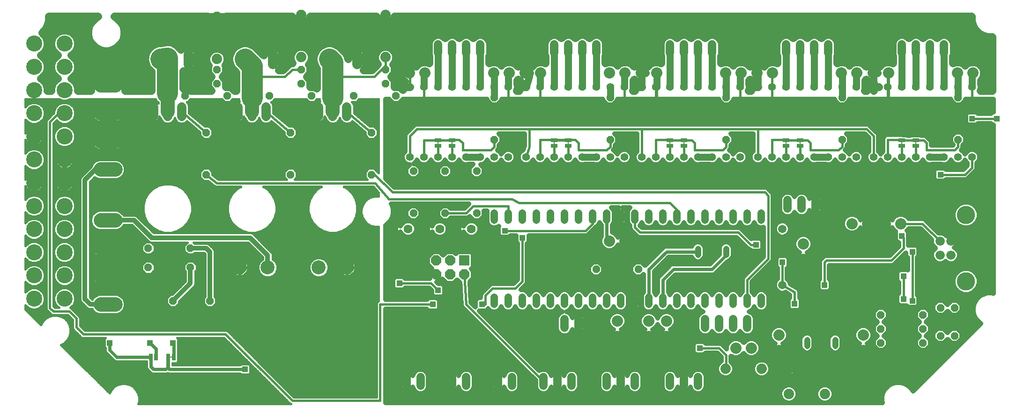
<source format=gbl>
G75*
G70*
%OFA0B0*%
%FSLAX24Y24*%
%IPPOS*%
%LPD*%
%AMOC8*
5,1,8,0,0,1.08239X$1,22.5*
%
%ADD10C,0.0440*%
%ADD11C,0.0800*%
%ADD12C,0.0660*%
%ADD13C,0.1300*%
%ADD14OC8,0.0520*%
%ADD15C,0.0740*%
%ADD16C,0.0520*%
%ADD17C,0.0554*%
%ADD18C,0.0080*%
%ADD19R,0.0500X0.0250*%
%ADD20C,0.0594*%
%ADD21OC8,0.0630*%
%ADD22C,0.0630*%
%ADD23C,0.0591*%
%ADD24R,0.0740X0.0740*%
%ADD25OC8,0.0740*%
%ADD26C,0.0660*%
%ADD27C,0.0705*%
%ADD28C,0.1024*%
%ADD29C,0.1000*%
%ADD30OC8,0.1000*%
%ADD31C,0.1142*%
%ADD32R,0.0250X0.0500*%
%ADD33C,0.0600*%
%ADD34C,0.0500*%
%ADD35C,0.0160*%
%ADD36R,0.0396X0.0396*%
%ADD37C,0.0320*%
%ADD38C,0.0240*%
%ADD39C,0.0560*%
%ADD40C,0.1000*%
%ADD41C,0.1500*%
D10*
X053925Y011586D02*
X053925Y012026D01*
X055925Y012026D02*
X055925Y011586D01*
X061675Y005526D02*
X061675Y005086D01*
X063675Y005086D02*
X063675Y005526D01*
D11*
X065675Y005856D03*
X065675Y004756D03*
X059675Y004756D03*
X057725Y004931D03*
X056625Y004931D03*
X059675Y005856D03*
X051675Y005756D03*
X050425Y005756D03*
X048175Y005756D03*
X048175Y006856D03*
X050425Y006856D03*
X051675Y006856D03*
X061425Y011256D03*
X061425Y012356D03*
X064875Y013806D03*
X065975Y013806D03*
X067250Y013806D03*
X068350Y013806D03*
X048725Y012556D03*
X047625Y012556D03*
X047625Y024556D03*
X048725Y024556D03*
X049875Y024556D03*
X050975Y024556D03*
X055875Y024556D03*
X056975Y024556D03*
X058125Y024556D03*
X059225Y024556D03*
X064125Y024556D03*
X065225Y024556D03*
X066375Y024556D03*
X067475Y024556D03*
X072375Y024556D03*
X073475Y024556D03*
X042725Y024556D03*
X041625Y024556D03*
X040475Y024556D03*
X039375Y024556D03*
X034475Y024556D03*
X033375Y024556D03*
D12*
X071145Y012548D03*
X071925Y012548D03*
X071925Y011564D03*
X071145Y011564D03*
D13*
X072995Y009686D03*
X072995Y014426D03*
D14*
X072425Y019806D03*
X072425Y022806D03*
X064175Y022806D03*
X064175Y019806D03*
X055925Y019806D03*
X055925Y022806D03*
X047675Y022806D03*
X047675Y019806D03*
X039425Y019806D03*
X038175Y017556D03*
X035925Y017556D03*
X033675Y017556D03*
X030675Y017306D03*
X024925Y017306D03*
X018925Y017306D03*
X018925Y020306D03*
X024925Y020306D03*
X030675Y020306D03*
X029425Y022931D03*
X031675Y023806D03*
X031675Y024806D03*
X032425Y022931D03*
X026425Y022931D03*
X025675Y023806D03*
X025675Y024806D03*
X023425Y022931D03*
X020425Y022931D03*
X019675Y023806D03*
X019675Y024806D03*
X017425Y022931D03*
X033675Y014556D03*
X035925Y014556D03*
X038175Y014556D03*
X046675Y010556D03*
X049675Y010556D03*
X066925Y007306D03*
X066925Y006306D03*
X066925Y005306D03*
X069925Y005306D03*
X071175Y005806D03*
X072175Y005806D03*
X069925Y006306D03*
X069925Y007306D03*
X071175Y007806D03*
X072175Y007806D03*
X039425Y022806D03*
X017800Y012056D03*
X014800Y012056D03*
X014800Y010681D03*
X017800Y010681D03*
X018175Y008306D03*
X019175Y008306D03*
X016550Y008306D03*
X015550Y008306D03*
D15*
X055895Y003446D03*
X058455Y003446D03*
X060395Y003446D03*
X062955Y003446D03*
X062955Y001666D03*
X060395Y001666D03*
X058455Y001666D03*
X055895Y001666D03*
X019675Y025556D03*
X025675Y025681D03*
X031675Y025681D03*
X031675Y028681D03*
X025675Y028681D03*
X019675Y028556D03*
D16*
X039425Y014566D02*
X039425Y014046D01*
X040425Y014046D02*
X040425Y014566D01*
X041425Y014566D02*
X041425Y014046D01*
X042425Y014046D02*
X042425Y014566D01*
X043425Y014566D02*
X043425Y014046D01*
X044425Y014046D02*
X044425Y014566D01*
X045425Y014566D02*
X045425Y014046D01*
X046425Y014046D02*
X046425Y014566D01*
X047425Y014566D02*
X047425Y014046D01*
X048425Y014046D02*
X048425Y014566D01*
X049425Y014566D02*
X049425Y014046D01*
X050425Y014046D02*
X050425Y014566D01*
X051425Y014566D02*
X051425Y014046D01*
X052425Y014046D02*
X052425Y014566D01*
X053425Y014566D02*
X053425Y014046D01*
X054425Y014046D02*
X054425Y014566D01*
X055425Y014566D02*
X055425Y014046D01*
X056425Y014046D02*
X056425Y014566D01*
X057425Y014566D02*
X057425Y014046D01*
X058425Y014046D02*
X058425Y014566D01*
X058425Y008566D02*
X058425Y008046D01*
X057425Y008046D02*
X057425Y008566D01*
X056425Y008566D02*
X056425Y008046D01*
X055425Y008046D02*
X055425Y008566D01*
X054425Y008566D02*
X054425Y008046D01*
X053425Y008046D02*
X053425Y008566D01*
X052425Y008566D02*
X052425Y008046D01*
X051425Y008046D02*
X051425Y008566D01*
X050425Y008566D02*
X050425Y008046D01*
X049425Y008046D02*
X049425Y008566D01*
X048425Y008566D02*
X048425Y008046D01*
X047425Y008046D02*
X047425Y008566D01*
X046425Y008566D02*
X046425Y008046D01*
X045425Y008046D02*
X045425Y008566D01*
X044425Y008566D02*
X044425Y008046D01*
X043425Y008046D02*
X043425Y008566D01*
X042425Y008566D02*
X042425Y008046D01*
X041425Y008046D02*
X041425Y008566D01*
X040425Y008566D02*
X040425Y008046D01*
X039425Y008046D02*
X039425Y008566D01*
D17*
X039425Y018556D03*
X040425Y018556D03*
X041675Y018556D03*
X042675Y018556D03*
X043675Y018556D03*
X044675Y018556D03*
X045675Y018556D03*
X046675Y018556D03*
X047675Y018556D03*
X048675Y018556D03*
X049925Y018556D03*
X050925Y018556D03*
X051925Y018556D03*
X052925Y018556D03*
X053925Y018556D03*
X054925Y018556D03*
X055925Y018556D03*
X056925Y018556D03*
X058175Y018556D03*
X059175Y018556D03*
X060175Y018556D03*
X061175Y018556D03*
X062175Y018556D03*
X063175Y018556D03*
X064175Y018556D03*
X065175Y018556D03*
X066425Y018556D03*
X067425Y018556D03*
X068425Y018556D03*
X069425Y018556D03*
X070425Y018556D03*
X071425Y018556D03*
X072425Y018556D03*
X073425Y018556D03*
X073425Y023556D03*
X072425Y023556D03*
X071425Y023556D03*
X070425Y023556D03*
X069425Y023556D03*
X068425Y023556D03*
X067425Y023556D03*
X066425Y023556D03*
X065175Y023556D03*
X064175Y023556D03*
X063175Y023556D03*
X062175Y023556D03*
X061175Y023556D03*
X060175Y023556D03*
X059175Y023556D03*
X058175Y023556D03*
X056925Y023556D03*
X055925Y023556D03*
X054925Y023556D03*
X053925Y023556D03*
X052925Y023556D03*
X051925Y023556D03*
X050925Y023556D03*
X049925Y023556D03*
X048675Y023556D03*
X047675Y023556D03*
X046675Y023556D03*
X045675Y023556D03*
X044675Y023556D03*
X043675Y023556D03*
X042675Y023556D03*
X041675Y023556D03*
X040425Y023556D03*
X039425Y023556D03*
X038425Y023556D03*
X037425Y023556D03*
X036425Y023556D03*
X035425Y023556D03*
X034425Y023556D03*
X033425Y023556D03*
X033425Y018556D03*
X034425Y018556D03*
X035425Y018556D03*
X036425Y018556D03*
X037425Y018556D03*
X038425Y018556D03*
D18*
X036425Y019406D02*
X036425Y019706D01*
X035425Y019706D02*
X035425Y019406D01*
X043675Y019406D02*
X043675Y019706D01*
X044675Y019706D02*
X044675Y019406D01*
X051925Y019406D02*
X051925Y019706D01*
X052925Y019706D02*
X052925Y019406D01*
X060175Y019406D02*
X060175Y019706D01*
X061175Y019706D02*
X061175Y019406D01*
X068425Y019406D02*
X068425Y019706D01*
X069425Y019706D02*
X069425Y019406D01*
X016575Y004306D02*
X016275Y004306D01*
D19*
X035425Y019356D03*
X035425Y019756D03*
X036425Y019756D03*
X036425Y019356D03*
X043675Y019356D03*
X043675Y019756D03*
X044675Y019756D03*
X044675Y019356D03*
X051925Y019356D03*
X051925Y019756D03*
X052925Y019756D03*
X052925Y019356D03*
X060175Y019356D03*
X060175Y019756D03*
X061175Y019756D03*
X061175Y019356D03*
X068425Y019356D03*
X068425Y019756D03*
X069425Y019756D03*
X069425Y019356D03*
D20*
X069425Y026009D02*
X069425Y026603D01*
X070425Y026603D02*
X070425Y026009D01*
X071425Y026009D02*
X071425Y026603D01*
X068425Y026603D02*
X068425Y026009D01*
X063175Y026009D02*
X063175Y026603D01*
X062175Y026603D02*
X062175Y026009D01*
X061175Y026009D02*
X061175Y026603D01*
X060175Y026603D02*
X060175Y026009D01*
X054925Y026009D02*
X054925Y026603D01*
X053925Y026603D02*
X053925Y026009D01*
X052925Y026009D02*
X052925Y026603D01*
X051925Y026603D02*
X051925Y026009D01*
X046675Y026009D02*
X046675Y026603D01*
X045675Y026603D02*
X045675Y026009D01*
X044675Y026009D02*
X044675Y026603D01*
X043675Y026603D02*
X043675Y026009D01*
X038425Y026009D02*
X038425Y026603D01*
X037425Y026603D02*
X037425Y026009D01*
X036425Y026009D02*
X036425Y026603D01*
X035425Y026603D02*
X035425Y026009D01*
X036425Y002853D02*
X036425Y002259D01*
X037425Y002259D02*
X037425Y002853D01*
X039675Y002853D02*
X039675Y002259D01*
X040675Y002259D02*
X040675Y002853D01*
X042925Y002853D02*
X042925Y002259D01*
X043925Y002259D02*
X043925Y002853D01*
X044925Y002853D02*
X044925Y002259D01*
X047425Y002259D02*
X047425Y002853D01*
X048425Y002853D02*
X048425Y002259D01*
X049425Y002259D02*
X049425Y002853D01*
X051925Y002853D02*
X051925Y002259D01*
X052925Y002259D02*
X052925Y002853D01*
X053925Y002853D02*
X053925Y002259D01*
X034175Y002259D02*
X034175Y002853D01*
X033175Y002853D02*
X033175Y002259D01*
D21*
X032300Y013431D03*
X034550Y013431D03*
X036800Y013431D03*
D22*
X035550Y013431D03*
X033300Y013431D03*
X037800Y013431D03*
D23*
X059925Y013431D03*
X059925Y009431D03*
D24*
X037300Y011181D03*
D25*
X036300Y011181D03*
X035300Y011181D03*
X035300Y010181D03*
X036300Y010181D03*
X037300Y010181D03*
D26*
X028925Y021476D02*
X028925Y022136D01*
X027925Y022136D02*
X027925Y021476D01*
X026925Y021476D02*
X026925Y022136D01*
X023175Y022136D02*
X023175Y021476D01*
X022175Y021476D02*
X022175Y022136D01*
X021175Y022136D02*
X021175Y021476D01*
X017175Y021476D02*
X017175Y022136D01*
X016175Y022136D02*
X016175Y021476D01*
X015175Y021476D02*
X015175Y022136D01*
D27*
X015691Y025204D02*
X015691Y025909D01*
X017659Y025909D02*
X017659Y025204D01*
X021691Y025204D02*
X021691Y025909D01*
X023659Y025909D02*
X023659Y025204D01*
X027691Y025204D02*
X027691Y025909D01*
X029659Y025909D02*
X029659Y025204D01*
D28*
X012437Y023681D02*
X011413Y023681D01*
X011413Y021681D02*
X012437Y021681D01*
X012437Y019681D02*
X011413Y019681D01*
X011413Y017681D02*
X012437Y017681D01*
X012437Y014056D02*
X011413Y014056D01*
X011413Y012056D02*
X012437Y012056D01*
X012437Y010056D02*
X011413Y010056D01*
X011413Y008056D02*
X012437Y008056D01*
D29*
X023300Y010681D03*
X026925Y010681D03*
D30*
X028925Y010681D03*
X021300Y010681D03*
D31*
X008839Y010115D03*
X006674Y010115D03*
X006674Y011769D03*
X008839Y011769D03*
X008839Y013422D03*
X006674Y013422D03*
X006674Y015076D03*
X008839Y015076D03*
X008839Y016729D03*
X006674Y016729D03*
X006674Y018383D03*
X008839Y018383D03*
X008839Y020036D03*
X006674Y020036D03*
X006674Y021690D03*
X008839Y021690D03*
X008839Y023344D03*
X006674Y023344D03*
X006674Y024997D03*
X008839Y024997D03*
X008839Y026651D03*
X006674Y026651D03*
X006674Y008462D03*
X008839Y008462D03*
D32*
X014998Y004306D03*
X015352Y004306D03*
X016225Y004306D03*
X016625Y004306D03*
D33*
X044425Y006381D02*
X044425Y006981D01*
X045425Y006981D02*
X045425Y006381D01*
X054425Y006381D02*
X054425Y006981D01*
X055425Y006981D02*
X055425Y006381D01*
X056425Y006381D02*
X056425Y006981D01*
X057425Y006981D02*
X057425Y006381D01*
X060300Y014881D02*
X060300Y015481D01*
X061300Y015481D02*
X061300Y014881D01*
X062300Y014881D02*
X062300Y015481D01*
D34*
X062175Y018556D02*
X063175Y018556D01*
X070425Y018556D02*
X071425Y018556D01*
X072425Y022806D02*
X072425Y023556D01*
X072425Y024556D01*
X072375Y024556D01*
X073425Y024556D02*
X073425Y023556D01*
X073425Y024556D02*
X073475Y024556D01*
X071425Y023556D02*
X071425Y026306D01*
X070425Y026306D02*
X070425Y023556D01*
X069425Y023556D02*
X069425Y023806D01*
X069425Y026306D01*
X068425Y026306D02*
X068425Y023556D01*
X066425Y023556D02*
X066425Y024506D01*
X066375Y024556D01*
X066425Y024556D01*
X065225Y024556D02*
X065175Y024556D01*
X065175Y023556D01*
X064175Y023556D02*
X064175Y022806D01*
X064175Y023556D02*
X064175Y024556D01*
X064125Y024556D01*
X063175Y023556D02*
X063175Y026306D01*
X062175Y026306D02*
X062175Y023556D01*
X061175Y023556D02*
X061175Y026306D01*
X060175Y026306D02*
X060175Y023556D01*
X058175Y023556D02*
X058175Y024506D01*
X058125Y024556D01*
X056975Y024556D02*
X056925Y024556D01*
X056925Y023556D01*
X055925Y023556D02*
X055925Y022806D01*
X055925Y023556D02*
X055925Y024556D01*
X055875Y024556D01*
X054925Y023556D02*
X054925Y026306D01*
X053925Y026306D02*
X053925Y023556D01*
X052925Y023556D02*
X052925Y026306D01*
X051925Y026306D02*
X051925Y023806D01*
X051925Y023556D01*
X050975Y023556D02*
X050975Y024556D01*
X049925Y024556D02*
X049875Y024556D01*
X049925Y024506D01*
X049925Y023556D01*
X048675Y023556D02*
X048675Y024556D01*
X048725Y024556D01*
X047675Y023556D02*
X047675Y022806D01*
X046675Y023556D02*
X046675Y026306D01*
X045675Y026306D02*
X045675Y023556D01*
X044675Y023556D02*
X044675Y026306D01*
X043675Y026306D02*
X043675Y023806D01*
X043675Y023556D01*
X042675Y023556D02*
X042675Y024556D01*
X042725Y024556D01*
X041925Y024556D02*
X041925Y024306D01*
X041675Y023556D01*
X040425Y023556D02*
X040425Y024556D01*
X040475Y024556D01*
X039425Y024556D02*
X039425Y023556D01*
X039425Y022806D01*
X038425Y023556D02*
X038425Y026306D01*
X037425Y026306D02*
X037425Y023556D01*
X036425Y023556D02*
X036425Y026306D01*
X035425Y026306D02*
X035425Y023556D01*
X034425Y023556D02*
X034425Y024556D01*
X034475Y024556D01*
X039375Y024556D02*
X039425Y024556D01*
X041625Y024556D02*
X041925Y024556D01*
X050925Y023556D02*
X050975Y023556D01*
X053925Y018556D02*
X054925Y018556D01*
X046675Y018556D02*
X045675Y018556D01*
X038425Y018556D02*
X037425Y018556D01*
D35*
X014698Y003764D02*
X009998Y003764D01*
X009839Y003922D02*
X014698Y003922D01*
X014698Y003977D02*
X014698Y003549D01*
X014744Y003438D01*
X014921Y003261D01*
X015005Y003177D01*
X015115Y003131D01*
X016110Y003131D01*
X016175Y003158D01*
X016240Y003131D01*
X021324Y003131D01*
X021402Y003053D01*
X021948Y003053D01*
X022053Y003158D01*
X022053Y003704D01*
X021948Y003809D01*
X021402Y003809D01*
X021324Y003731D01*
X016525Y003731D01*
X016525Y003876D01*
X016825Y003876D01*
X016930Y003982D01*
X016930Y004631D01*
X016925Y004636D01*
X016925Y005030D01*
X016928Y005033D01*
X016928Y005579D01*
X016836Y005671D01*
X020192Y005671D01*
X024830Y001034D01*
X024903Y000961D01*
X024938Y000946D01*
X014082Y000946D01*
X014140Y001163D01*
X014140Y001450D01*
X014066Y001727D01*
X013922Y001976D01*
X013719Y002179D01*
X023685Y002179D01*
X023526Y002337D02*
X013415Y002337D01*
X013471Y002322D02*
X013194Y002396D01*
X012906Y002396D01*
X012629Y002322D01*
X012381Y002179D01*
X011583Y002179D01*
X011424Y002337D02*
X012685Y002337D01*
X012381Y002179D02*
X012178Y001976D01*
X012034Y001727D01*
X008596Y005165D01*
X008844Y005309D01*
X009047Y005512D01*
X009191Y005760D01*
X009265Y006038D01*
X009265Y006325D01*
X009191Y006602D01*
X009047Y006851D01*
X008844Y007054D01*
X008596Y007197D01*
X008319Y007271D01*
X008031Y007271D01*
X007754Y007197D01*
X007506Y007054D01*
X007303Y006851D01*
X007159Y006602D01*
X006065Y007696D01*
X006065Y008009D01*
X006249Y007825D01*
X006525Y007711D01*
X006823Y007711D01*
X007099Y007825D01*
X007311Y008036D01*
X007425Y008312D01*
X007425Y008611D01*
X007311Y008887D01*
X007099Y009098D01*
X006823Y009212D01*
X006525Y009212D01*
X006249Y009098D01*
X006065Y008914D01*
X006065Y009662D01*
X006249Y009479D01*
X006525Y009364D01*
X006823Y009364D01*
X007099Y009479D01*
X007311Y009690D01*
X007425Y009966D01*
X007425Y010265D01*
X007311Y010540D01*
X007099Y010752D01*
X006823Y010866D01*
X006525Y010866D01*
X006249Y010752D01*
X006065Y010568D01*
X006065Y011316D01*
X006249Y011132D01*
X006525Y011018D01*
X006823Y011018D01*
X007099Y011132D01*
X007311Y011343D01*
X007425Y011619D01*
X007425Y011918D01*
X007311Y012194D01*
X007099Y012405D01*
X006823Y012520D01*
X006525Y012520D01*
X006249Y012405D01*
X006065Y012222D01*
X006065Y012969D01*
X006249Y012786D01*
X006525Y012671D01*
X006823Y012671D01*
X007099Y012786D01*
X007311Y012997D01*
X007425Y013273D01*
X007425Y013572D01*
X007311Y013848D01*
X007099Y014059D01*
X006823Y014173D01*
X006525Y014173D01*
X006249Y014059D01*
X006065Y013875D01*
X006065Y014623D01*
X006249Y014439D01*
X006525Y014325D01*
X006823Y014325D01*
X007099Y014439D01*
X007311Y014650D01*
X007425Y014926D01*
X007425Y015225D01*
X007311Y015501D01*
X007099Y015712D01*
X006823Y015827D01*
X006525Y015827D01*
X006249Y015712D01*
X006065Y015529D01*
X006065Y016499D01*
X006089Y016441D01*
X006132Y016367D01*
X006184Y016299D01*
X006244Y016239D01*
X006312Y016187D01*
X006386Y016144D01*
X006464Y016112D01*
X006547Y016090D01*
X006594Y016083D01*
X006594Y016649D01*
X006754Y016649D01*
X006754Y016083D01*
X006801Y016090D01*
X006884Y016112D01*
X006963Y016144D01*
X007036Y016187D01*
X007104Y016239D01*
X007164Y016299D01*
X007216Y016367D01*
X007259Y016441D01*
X007292Y016520D01*
X007314Y016602D01*
X007320Y016649D01*
X006754Y016649D01*
X006754Y016809D01*
X007320Y016809D01*
X007314Y016857D01*
X007292Y016939D01*
X007259Y017018D01*
X007216Y017092D01*
X007164Y017159D01*
X007104Y017220D01*
X007036Y017272D01*
X006963Y017314D01*
X006884Y017347D01*
X006801Y017369D01*
X006754Y017375D01*
X006754Y016809D01*
X006594Y016809D01*
X006594Y017375D01*
X006547Y017369D01*
X006464Y017347D01*
X006386Y017314D01*
X006312Y017272D01*
X006244Y017220D01*
X006184Y017159D01*
X006132Y017092D01*
X006089Y017018D01*
X006065Y016960D01*
X006065Y017930D01*
X006249Y017746D01*
X006525Y017632D01*
X006823Y017632D01*
X007099Y017746D01*
X007311Y017958D01*
X007425Y018234D01*
X007425Y018532D01*
X007311Y018808D01*
X007099Y019019D01*
X006823Y019134D01*
X006525Y019134D01*
X006249Y019019D01*
X006065Y018836D01*
X006065Y019806D01*
X006089Y019748D01*
X006132Y019674D01*
X006184Y019606D01*
X006244Y019546D01*
X006312Y019494D01*
X006386Y019451D01*
X006464Y019419D01*
X006547Y019397D01*
X006594Y019390D01*
X006594Y019956D01*
X006754Y019956D01*
X006754Y019390D01*
X006801Y019397D01*
X006884Y019419D01*
X006963Y019451D01*
X007036Y019494D01*
X007104Y019546D01*
X007164Y019606D01*
X007216Y019674D01*
X007259Y019748D01*
X007292Y019827D01*
X007314Y019909D01*
X007320Y019956D01*
X006754Y019956D01*
X006754Y020116D01*
X007320Y020116D01*
X007314Y020164D01*
X007292Y020246D01*
X007259Y020325D01*
X007216Y020399D01*
X007164Y020466D01*
X007104Y020527D01*
X007036Y020579D01*
X006963Y020621D01*
X006884Y020654D01*
X006801Y020676D01*
X006754Y020682D01*
X006754Y020116D01*
X006594Y020116D01*
X006594Y020682D01*
X006547Y020676D01*
X006464Y020654D01*
X006386Y020621D01*
X006312Y020579D01*
X006244Y020527D01*
X006184Y020466D01*
X006132Y020399D01*
X006089Y020325D01*
X006065Y020267D01*
X006065Y021237D01*
X006249Y021053D01*
X006525Y020939D01*
X006823Y020939D01*
X007099Y021053D01*
X007311Y021265D01*
X007425Y021541D01*
X007425Y021839D01*
X007311Y022115D01*
X007099Y022327D01*
X006823Y022441D01*
X006525Y022441D01*
X006249Y022327D01*
X006065Y022143D01*
X006065Y022681D01*
X008476Y022681D01*
X008690Y022593D01*
X008989Y022593D01*
X009202Y022681D01*
X015325Y022681D01*
X015362Y022592D01*
X015502Y022451D01*
X015502Y022384D01*
X015488Y022403D01*
X015442Y022449D01*
X015390Y022487D01*
X015332Y022516D01*
X015271Y022536D01*
X015207Y022546D01*
X015205Y022546D01*
X015205Y021836D01*
X015145Y021836D01*
X015145Y021776D01*
X015205Y021776D01*
X015205Y021066D01*
X015207Y021066D01*
X015271Y021076D01*
X015332Y021096D01*
X015390Y021125D01*
X015442Y021163D01*
X015488Y021209D01*
X015526Y021261D01*
X015555Y021319D01*
X015575Y021380D01*
X015585Y021444D01*
X015585Y021450D01*
X015594Y021427D01*
X015679Y021341D01*
X015743Y021187D01*
X015886Y021044D01*
X016074Y020966D01*
X016276Y020966D01*
X016464Y021044D01*
X016607Y021187D01*
X016670Y021339D01*
X016677Y021346D01*
X016743Y021187D01*
X016886Y021044D01*
X017074Y020966D01*
X017276Y020966D01*
X017464Y021044D01*
X017557Y021137D01*
X018485Y020341D01*
X018485Y020124D01*
X018743Y019866D01*
X019107Y019866D01*
X019365Y020124D01*
X019365Y020488D01*
X019107Y020746D01*
X018811Y020746D01*
X017685Y021711D01*
X017685Y022238D01*
X017607Y022425D01*
X017541Y022491D01*
X017607Y022491D01*
X017797Y022681D01*
X020053Y022681D01*
X020243Y022491D01*
X020607Y022491D01*
X020797Y022681D01*
X021245Y022681D01*
X021245Y022621D01*
X021282Y022533D01*
X021271Y022536D01*
X021207Y022546D01*
X021205Y022546D01*
X021205Y021836D01*
X021145Y021836D01*
X021145Y021776D01*
X021205Y021776D01*
X021205Y021066D01*
X021207Y021066D01*
X021271Y021076D01*
X021332Y021096D01*
X021390Y021125D01*
X021442Y021163D01*
X021488Y021209D01*
X021526Y021261D01*
X021555Y021319D01*
X021575Y021380D01*
X021585Y021444D01*
X021585Y021454D01*
X021599Y021421D01*
X021679Y021340D01*
X021743Y021187D01*
X021886Y021044D01*
X022074Y020966D01*
X022276Y020966D01*
X022464Y021044D01*
X022607Y021187D01*
X022671Y021340D01*
X022677Y021346D01*
X022743Y021187D01*
X022886Y021044D01*
X023074Y020966D01*
X023276Y020966D01*
X023464Y021044D01*
X023557Y021137D01*
X024485Y020341D01*
X024485Y020124D01*
X024743Y019866D01*
X025107Y019866D01*
X025365Y020124D01*
X025365Y020488D01*
X025107Y020746D01*
X024811Y020746D01*
X023685Y021711D01*
X023685Y022238D01*
X023607Y022425D01*
X023541Y022491D01*
X023607Y022491D01*
X023797Y022681D01*
X026053Y022681D01*
X026243Y022491D01*
X026607Y022491D01*
X026797Y022681D01*
X026995Y022681D01*
X026995Y022621D01*
X027032Y022533D01*
X027021Y022536D01*
X026957Y022546D01*
X026955Y022546D01*
X026955Y021836D01*
X026895Y021836D01*
X026895Y021776D01*
X026955Y021776D01*
X026955Y021066D01*
X026957Y021066D01*
X027021Y021076D01*
X027082Y021096D01*
X027140Y021125D01*
X027192Y021163D01*
X027238Y021209D01*
X027276Y021261D01*
X027305Y021319D01*
X027325Y021380D01*
X027335Y021444D01*
X027335Y021454D01*
X027349Y021421D01*
X027429Y021340D01*
X027493Y021187D01*
X027636Y021044D01*
X027824Y020966D01*
X028026Y020966D01*
X028214Y021044D01*
X028357Y021187D01*
X028421Y021340D01*
X028427Y021346D01*
X028493Y021187D01*
X028636Y021044D01*
X028824Y020966D01*
X029026Y020966D01*
X029214Y021044D01*
X029307Y021137D01*
X030235Y020341D01*
X030235Y020124D01*
X030493Y019866D01*
X030857Y019866D01*
X031115Y020124D01*
X031115Y020488D01*
X030857Y020746D01*
X030561Y020746D01*
X029435Y021711D01*
X029435Y022238D01*
X029357Y022425D01*
X029291Y022491D01*
X029607Y022491D01*
X029797Y022681D01*
X031175Y022681D01*
X031175Y017424D01*
X031115Y017484D01*
X031115Y017488D01*
X030857Y017746D01*
X030493Y017746D01*
X030235Y017488D01*
X030235Y017124D01*
X030393Y016966D01*
X025207Y016966D01*
X025365Y017124D01*
X025365Y017488D01*
X025107Y017746D01*
X024743Y017746D01*
X024485Y017488D01*
X024485Y017124D01*
X024643Y016966D01*
X019778Y016966D01*
X019365Y017291D01*
X019365Y017488D01*
X019107Y017746D01*
X018743Y017746D01*
X018485Y017488D01*
X018485Y017124D01*
X018743Y016866D01*
X019064Y016866D01*
X019515Y016511D01*
X019540Y016486D01*
X019555Y016480D01*
X019567Y016470D01*
X019602Y016460D01*
X019636Y016446D01*
X019652Y016446D01*
X019667Y016442D01*
X019703Y016446D01*
X021382Y016446D01*
X021113Y016290D01*
X020791Y015968D01*
X020563Y015574D01*
X020445Y015134D01*
X020445Y014678D01*
X020563Y014238D01*
X020791Y013844D01*
X021113Y013522D01*
X021507Y013294D01*
X021947Y013176D01*
X022403Y013176D01*
X022843Y013294D01*
X023237Y013522D01*
X023559Y013844D01*
X023787Y014238D01*
X023905Y014678D01*
X023905Y015134D01*
X023787Y015574D01*
X023559Y015968D01*
X023237Y016290D01*
X022968Y016446D01*
X027132Y016446D01*
X026863Y016290D01*
X026541Y015968D01*
X026313Y015574D01*
X026195Y015134D01*
X026195Y014678D01*
X026313Y014238D01*
X026541Y013844D01*
X026863Y013522D01*
X027257Y013294D01*
X027697Y013176D01*
X028153Y013176D01*
X028593Y013294D01*
X028987Y013522D01*
X029309Y013844D01*
X029537Y014238D01*
X029655Y014678D01*
X029655Y015134D01*
X029537Y015574D01*
X029309Y015968D01*
X028987Y016290D01*
X028718Y016446D01*
X030818Y016446D01*
X031175Y016030D01*
X031175Y015771D01*
X030906Y015771D01*
X030629Y015697D01*
X030381Y015554D01*
X030178Y015351D01*
X030034Y015102D01*
X029960Y014825D01*
X029960Y014538D01*
X030034Y014260D01*
X030178Y014012D01*
X030381Y013809D01*
X030629Y013665D01*
X030906Y013591D01*
X031175Y013591D01*
X031175Y008286D01*
X031153Y008277D01*
X031080Y008203D01*
X031040Y008108D01*
X031040Y001441D01*
X025158Y001441D01*
X020520Y006078D01*
X020447Y006152D01*
X020352Y006191D01*
X010283Y006191D01*
X009935Y006539D01*
X009935Y007108D01*
X009895Y007203D01*
X009822Y007277D01*
X009395Y007703D01*
X009322Y007777D01*
X009235Y007813D01*
X009265Y007825D01*
X009476Y008036D01*
X009590Y008312D01*
X009590Y008611D01*
X009476Y008887D01*
X009265Y009098D01*
X008989Y009212D01*
X008690Y009212D01*
X008414Y009098D01*
X008203Y008887D01*
X008089Y008611D01*
X008089Y008312D01*
X008203Y008036D01*
X008414Y007825D01*
X008436Y007816D01*
X008158Y007816D01*
X008060Y007914D01*
X008060Y020948D01*
X008290Y021178D01*
X008414Y021053D01*
X008690Y020939D01*
X008989Y020939D01*
X009265Y021053D01*
X009476Y021265D01*
X009590Y021541D01*
X009590Y021839D01*
X009476Y022115D01*
X009265Y022327D01*
X008989Y022441D01*
X008690Y022441D01*
X008414Y022327D01*
X008203Y022115D01*
X008089Y021839D01*
X008089Y021712D01*
X007580Y021203D01*
X007540Y021108D01*
X007540Y007754D01*
X007580Y007659D01*
X007653Y007586D01*
X007903Y007336D01*
X007998Y007296D01*
X009067Y007296D01*
X009415Y006948D01*
X009415Y006379D01*
X009455Y006284D01*
X009528Y006211D01*
X010028Y005711D01*
X010123Y005671D01*
X011764Y005671D01*
X011672Y005579D01*
X011672Y005033D01*
X011750Y004955D01*
X011750Y004746D01*
X011796Y004636D01*
X011880Y004552D01*
X012380Y004052D01*
X012490Y004006D01*
X014693Y004006D01*
X014693Y003982D01*
X014698Y003977D01*
X014698Y003605D02*
X010156Y003605D01*
X010315Y003447D02*
X014740Y003447D01*
X014894Y003288D02*
X010473Y003288D01*
X010632Y003130D02*
X021326Y003130D01*
X022024Y003130D02*
X022734Y003130D01*
X022575Y003288D02*
X022053Y003288D01*
X022053Y003447D02*
X022417Y003447D01*
X022258Y003605D02*
X022053Y003605D01*
X022100Y003764D02*
X021993Y003764D01*
X021941Y003922D02*
X016870Y003922D01*
X016930Y004081D02*
X021783Y004081D01*
X021624Y004239D02*
X016930Y004239D01*
X016930Y004398D02*
X021466Y004398D01*
X021307Y004556D02*
X016930Y004556D01*
X016925Y004715D02*
X021149Y004715D01*
X020990Y004873D02*
X016925Y004873D01*
X016926Y005032D02*
X020832Y005032D01*
X020673Y005190D02*
X016928Y005190D01*
X016928Y005349D02*
X020515Y005349D01*
X020356Y005507D02*
X016928Y005507D01*
X016841Y005666D02*
X020198Y005666D01*
X020300Y005931D02*
X010175Y005931D01*
X009675Y006431D01*
X009675Y007056D01*
X009175Y007556D01*
X008050Y007556D01*
X007800Y007806D01*
X007800Y021056D01*
X008425Y021681D01*
X008800Y021681D01*
X008809Y021690D01*
X008839Y021690D01*
X008800Y021681D02*
X008925Y021681D01*
X009590Y021674D02*
X011848Y021674D01*
X011848Y021604D02*
X010826Y021604D01*
X010836Y021543D01*
X010865Y021454D01*
X010907Y021371D01*
X010962Y021296D01*
X011028Y021230D01*
X011103Y021175D01*
X011186Y021133D01*
X011275Y021104D01*
X011367Y021089D01*
X011848Y021089D01*
X011848Y021604D01*
X012002Y021604D01*
X012002Y021089D01*
X012483Y021089D01*
X012575Y021104D01*
X012664Y021133D01*
X012747Y021175D01*
X012822Y021230D01*
X012888Y021296D01*
X012943Y021371D01*
X012985Y021454D01*
X013014Y021543D01*
X013024Y021604D01*
X012002Y021604D01*
X012002Y021759D01*
X011848Y021759D01*
X011848Y022273D01*
X011367Y022273D01*
X011275Y022258D01*
X011186Y022230D01*
X011103Y022187D01*
X011028Y022133D01*
X010962Y022067D01*
X010907Y021991D01*
X009527Y021991D01*
X009590Y021833D02*
X010840Y021833D01*
X010836Y021820D02*
X010826Y021759D01*
X011848Y021759D01*
X011848Y021604D01*
X011848Y021516D02*
X012002Y021516D01*
X012002Y021674D02*
X014765Y021674D01*
X014765Y021776D02*
X014765Y021444D01*
X014775Y021380D01*
X014795Y021319D01*
X014824Y021261D01*
X014862Y021209D01*
X014908Y021163D01*
X014960Y021125D01*
X015018Y021096D01*
X015079Y021076D01*
X015143Y021066D01*
X015145Y021066D01*
X015145Y021776D01*
X014765Y021776D01*
X014765Y021836D02*
X015145Y021836D01*
X015145Y022546D01*
X015143Y022546D01*
X015079Y022536D01*
X015018Y022516D01*
X014960Y022487D01*
X014908Y022449D01*
X014862Y022403D01*
X014824Y022351D01*
X014795Y022293D01*
X014775Y022232D01*
X014765Y022168D01*
X014765Y021836D01*
X014765Y021991D02*
X012943Y021991D01*
X012888Y022067D01*
X012822Y022133D01*
X012747Y022187D01*
X012664Y022230D01*
X012575Y022258D01*
X012483Y022273D01*
X012002Y022273D01*
X012002Y021759D01*
X013024Y021759D01*
X013014Y021820D01*
X012985Y021908D01*
X012943Y021991D01*
X013010Y021833D02*
X015145Y021833D01*
X015145Y021991D02*
X015205Y021991D01*
X015205Y022150D02*
X015145Y022150D01*
X015145Y022308D02*
X015205Y022308D01*
X015205Y022467D02*
X015145Y022467D01*
X014932Y022467D02*
X006065Y022467D01*
X006065Y022625D02*
X008612Y022625D01*
X008396Y022308D02*
X007118Y022308D01*
X007276Y022150D02*
X008237Y022150D01*
X008151Y021991D02*
X007362Y021991D01*
X007425Y021833D02*
X008089Y021833D01*
X008050Y021674D02*
X007425Y021674D01*
X007415Y021516D02*
X007892Y021516D01*
X007733Y021357D02*
X007349Y021357D01*
X007244Y021199D02*
X007578Y021199D01*
X007540Y021040D02*
X007067Y021040D01*
X007055Y020565D02*
X007540Y020565D01*
X007540Y020723D02*
X006065Y020723D01*
X006065Y020565D02*
X006293Y020565D01*
X006137Y020406D02*
X006065Y020406D01*
X006594Y020406D02*
X006754Y020406D01*
X006754Y020248D02*
X006594Y020248D01*
X006754Y020089D02*
X007540Y020089D01*
X007540Y019931D02*
X007317Y019931D01*
X007269Y019772D02*
X007540Y019772D01*
X007540Y019614D02*
X007170Y019614D01*
X006969Y019455D02*
X007540Y019455D01*
X007540Y019297D02*
X006065Y019297D01*
X006065Y019455D02*
X006379Y019455D01*
X006594Y019455D02*
X006754Y019455D01*
X006754Y019614D02*
X006594Y019614D01*
X006594Y019772D02*
X006754Y019772D01*
X006754Y019931D02*
X006594Y019931D01*
X006079Y019772D02*
X006065Y019772D01*
X006065Y019614D02*
X006178Y019614D01*
X006065Y019138D02*
X007540Y019138D01*
X007540Y018980D02*
X007139Y018980D01*
X007298Y018821D02*
X007540Y018821D01*
X007540Y018663D02*
X007371Y018663D01*
X007425Y018504D02*
X007540Y018504D01*
X007540Y018346D02*
X007425Y018346D01*
X007406Y018187D02*
X007540Y018187D01*
X007540Y018029D02*
X007340Y018029D01*
X007223Y017870D02*
X007540Y017870D01*
X007540Y017712D02*
X007015Y017712D01*
X007540Y017553D02*
X006065Y017553D01*
X006065Y017395D02*
X007540Y017395D01*
X007540Y017236D02*
X007083Y017236D01*
X007225Y017078D02*
X007540Y017078D01*
X007540Y016919D02*
X007297Y016919D01*
X007540Y016761D02*
X006754Y016761D01*
X006754Y016919D02*
X006594Y016919D01*
X006594Y017078D02*
X006754Y017078D01*
X006754Y017236D02*
X006594Y017236D01*
X006265Y017236D02*
X006065Y017236D01*
X006065Y017078D02*
X006124Y017078D01*
X006088Y016444D02*
X006065Y016444D01*
X006065Y016285D02*
X006198Y016285D01*
X006065Y016127D02*
X006428Y016127D01*
X006594Y016127D02*
X006754Y016127D01*
X006754Y016285D02*
X006594Y016285D01*
X006594Y016444D02*
X006754Y016444D01*
X006754Y016602D02*
X006594Y016602D01*
X006920Y016127D02*
X007540Y016127D01*
X007540Y016285D02*
X007150Y016285D01*
X007260Y016444D02*
X007540Y016444D01*
X007540Y016602D02*
X007314Y016602D01*
X008060Y016602D02*
X008200Y016602D01*
X008222Y016520D01*
X008254Y016441D01*
X008297Y016367D01*
X008349Y016299D01*
X008409Y016239D01*
X008477Y016187D01*
X008551Y016144D01*
X008630Y016112D01*
X008712Y016090D01*
X008759Y016083D01*
X008759Y016649D01*
X008193Y016649D01*
X008200Y016602D01*
X008253Y016444D02*
X008060Y016444D01*
X008060Y016285D02*
X008363Y016285D01*
X008594Y016127D02*
X008060Y016127D01*
X008060Y015968D02*
X009960Y015968D01*
X009960Y015810D02*
X009030Y015810D01*
X008989Y015827D02*
X008690Y015827D01*
X008414Y015712D01*
X008203Y015501D01*
X008089Y015225D01*
X008089Y014926D01*
X008203Y014650D01*
X008414Y014439D01*
X008690Y014325D01*
X008989Y014325D01*
X009265Y014439D01*
X009476Y014650D01*
X009590Y014926D01*
X009590Y015225D01*
X009476Y015501D01*
X009265Y015712D01*
X008989Y015827D01*
X008967Y016090D02*
X009049Y016112D01*
X009128Y016144D01*
X009202Y016187D01*
X009269Y016239D01*
X009330Y016299D01*
X009382Y016367D01*
X009424Y016441D01*
X009457Y016520D01*
X009479Y016602D01*
X009960Y016602D01*
X009960Y016444D02*
X009425Y016444D01*
X009479Y016602D02*
X009485Y016649D01*
X008919Y016649D01*
X008919Y016083D01*
X008967Y016090D01*
X008919Y016127D02*
X008759Y016127D01*
X008759Y016285D02*
X008919Y016285D01*
X008919Y016444D02*
X008759Y016444D01*
X008759Y016602D02*
X008919Y016602D01*
X008919Y016649D02*
X008759Y016649D01*
X008759Y016809D01*
X008193Y016809D01*
X008200Y016857D01*
X008222Y016939D01*
X008254Y017018D01*
X008297Y017092D01*
X008349Y017159D01*
X008409Y017220D01*
X008477Y017272D01*
X008551Y017314D01*
X008630Y017347D01*
X008712Y017369D01*
X008759Y017375D01*
X008759Y016809D01*
X008919Y016809D01*
X008919Y017375D01*
X008967Y017369D01*
X009049Y017347D01*
X009128Y017314D01*
X009202Y017272D01*
X009269Y017220D01*
X009330Y017159D01*
X009382Y017092D01*
X009424Y017018D01*
X009457Y016939D01*
X009479Y016857D01*
X009485Y016809D01*
X008919Y016809D01*
X008919Y016649D01*
X008919Y016761D02*
X009960Y016761D01*
X009960Y016919D02*
X009462Y016919D01*
X009390Y017078D02*
X009993Y017078D01*
X010012Y017124D02*
X009960Y016999D01*
X009960Y008363D01*
X010012Y008239D01*
X010107Y008143D01*
X010482Y007768D01*
X010607Y007716D01*
X010805Y007716D01*
X010827Y007664D01*
X011021Y007470D01*
X011276Y007364D01*
X012574Y007364D01*
X012829Y007470D01*
X013023Y007664D01*
X013129Y007918D01*
X013129Y008194D01*
X013023Y008448D01*
X012829Y008643D01*
X012574Y008748D01*
X011276Y008748D01*
X011021Y008643D01*
X010827Y008448D01*
X010808Y008404D01*
X010640Y008572D01*
X010640Y016790D01*
X010983Y017133D01*
X011021Y017095D01*
X011276Y016989D01*
X012574Y016989D01*
X012829Y017095D01*
X013023Y017289D01*
X013129Y017543D01*
X013129Y017819D01*
X013023Y018073D01*
X012829Y018268D01*
X012574Y018373D01*
X011276Y018373D01*
X011021Y018268D01*
X010827Y018073D01*
X010732Y017844D01*
X010012Y017124D01*
X010124Y017236D02*
X009248Y017236D01*
X008919Y017236D02*
X008759Y017236D01*
X008759Y017078D02*
X008919Y017078D01*
X008919Y016919D02*
X008759Y016919D01*
X008759Y016761D02*
X008060Y016761D01*
X008060Y016919D02*
X008216Y016919D01*
X008289Y017078D02*
X008060Y017078D01*
X008060Y017236D02*
X008431Y017236D01*
X008060Y017395D02*
X010283Y017395D01*
X010441Y017553D02*
X008060Y017553D01*
X008060Y017712D02*
X010600Y017712D01*
X010743Y017870D02*
X009240Y017870D01*
X009269Y017892D02*
X009330Y017953D01*
X009382Y018020D01*
X009424Y018094D01*
X009457Y018173D01*
X009479Y018256D01*
X009485Y018303D01*
X008919Y018303D01*
X008919Y017737D01*
X008967Y017743D01*
X009049Y017765D01*
X009128Y017798D01*
X009202Y017841D01*
X009269Y017892D01*
X009386Y018029D02*
X010808Y018029D01*
X010941Y018187D02*
X009461Y018187D01*
X009485Y018463D02*
X008919Y018463D01*
X008759Y018463D01*
X008759Y018303D01*
X008193Y018303D01*
X008200Y018256D01*
X008222Y018173D01*
X008254Y018094D01*
X008297Y018020D01*
X008349Y017953D01*
X008409Y017892D01*
X008477Y017841D01*
X008551Y017798D01*
X008630Y017765D01*
X008712Y017743D01*
X008759Y017737D01*
X008759Y018303D01*
X008919Y018303D01*
X008919Y018463D01*
X008919Y019029D01*
X008967Y019023D01*
X009049Y019001D01*
X009128Y018968D01*
X009202Y018925D01*
X009269Y018873D01*
X009330Y018813D01*
X009382Y018745D01*
X009424Y018671D01*
X009457Y018593D01*
X009479Y018510D01*
X009485Y018463D01*
X009480Y018504D02*
X031175Y018504D01*
X031175Y018346D02*
X012640Y018346D01*
X012909Y018187D02*
X031175Y018187D01*
X031175Y018029D02*
X013042Y018029D01*
X013107Y017870D02*
X031175Y017870D01*
X031175Y017712D02*
X030892Y017712D01*
X031050Y017553D02*
X031175Y017553D01*
X030925Y017306D02*
X030675Y017306D01*
X030925Y017306D02*
X032175Y016056D01*
X057425Y016056D01*
X058675Y016056D01*
X058925Y015806D01*
X058925Y014806D01*
X058925Y011306D01*
X057425Y009806D01*
X057425Y008306D01*
X058675Y007306D02*
X059125Y007681D01*
X061125Y007681D01*
X061413Y007944D01*
X061425Y011256D01*
X059925Y011056D02*
X059925Y009431D01*
X060800Y008931D01*
X060800Y008094D01*
X062925Y009431D02*
X062925Y011056D01*
X063050Y011181D01*
X067675Y011181D01*
X068550Y012056D01*
X068550Y012806D01*
X068425Y012931D01*
X068350Y013806D02*
X069887Y013806D01*
X071145Y012548D01*
X071925Y012548D02*
X071925Y014181D01*
X071425Y014681D01*
X067550Y014681D01*
X067300Y014431D01*
X067300Y013856D01*
X067250Y013806D01*
X065975Y013806D01*
X069175Y011806D02*
X069175Y008306D01*
X068550Y008431D02*
X068550Y010056D01*
X058050Y012306D02*
X057675Y012306D01*
X056800Y013181D01*
X049800Y013181D01*
X049425Y013556D01*
X049425Y014306D01*
X051925Y015306D02*
X041175Y015306D01*
X040675Y015556D01*
X031925Y015556D01*
X030938Y016706D01*
X019688Y016706D01*
X018925Y017306D01*
X018485Y017236D02*
X012970Y017236D01*
X013067Y017395D02*
X018485Y017395D01*
X018550Y017553D02*
X013129Y017553D01*
X013129Y017712D02*
X018708Y017712D01*
X019142Y017712D02*
X024708Y017712D01*
X024550Y017553D02*
X019300Y017553D01*
X019365Y017395D02*
X024485Y017395D01*
X024485Y017236D02*
X019434Y017236D01*
X019636Y017078D02*
X024531Y017078D01*
X025319Y017078D02*
X030281Y017078D01*
X030235Y017236D02*
X025365Y017236D01*
X025365Y017395D02*
X030235Y017395D01*
X030300Y017553D02*
X025300Y017553D01*
X025142Y017712D02*
X030458Y017712D01*
X031175Y018663D02*
X009428Y018663D01*
X009322Y018821D02*
X031175Y018821D01*
X031175Y018980D02*
X009100Y018980D01*
X008919Y018980D02*
X008759Y018980D01*
X008759Y019029D02*
X008712Y019023D01*
X008630Y019001D01*
X008551Y018968D01*
X008477Y018925D01*
X008409Y018873D01*
X008349Y018813D01*
X008297Y018745D01*
X008254Y018671D01*
X008222Y018593D01*
X008200Y018510D01*
X008193Y018463D01*
X008759Y018463D01*
X008759Y019029D01*
X008579Y018980D02*
X008060Y018980D01*
X008060Y019138D02*
X011175Y019138D01*
X011186Y019133D02*
X011275Y019104D01*
X011367Y019089D01*
X011848Y019089D01*
X011848Y019604D01*
X012002Y019604D01*
X012002Y019089D01*
X012483Y019089D01*
X012575Y019104D01*
X012664Y019133D01*
X012747Y019175D01*
X012822Y019230D01*
X012888Y019296D01*
X012943Y019371D01*
X012985Y019454D01*
X013014Y019543D01*
X013024Y019604D01*
X012002Y019604D01*
X012002Y019759D01*
X011848Y019759D01*
X011848Y020273D01*
X011367Y020273D01*
X011275Y020258D01*
X011186Y020230D01*
X011103Y020187D01*
X011028Y020133D01*
X010962Y020067D01*
X010907Y019991D01*
X010865Y019908D01*
X010836Y019820D01*
X010826Y019759D01*
X011848Y019759D01*
X011848Y019604D01*
X010826Y019604D01*
X010836Y019543D01*
X010865Y019454D01*
X010907Y019371D01*
X010962Y019296D01*
X011028Y019230D01*
X011103Y019175D01*
X011186Y019133D01*
X010961Y019297D02*
X009015Y019297D01*
X008989Y019286D02*
X009265Y019400D01*
X009476Y019611D01*
X009590Y019887D01*
X009590Y020186D01*
X009476Y020462D01*
X009265Y020673D01*
X008989Y020787D01*
X008690Y020787D01*
X008414Y020673D01*
X008203Y020462D01*
X008089Y020186D01*
X008089Y019887D01*
X008203Y019611D01*
X008414Y019400D01*
X008690Y019286D01*
X008989Y019286D01*
X008663Y019297D02*
X008060Y019297D01*
X008060Y019455D02*
X008359Y019455D01*
X008202Y019614D02*
X008060Y019614D01*
X008060Y019772D02*
X008136Y019772D01*
X008089Y019931D02*
X008060Y019931D01*
X008060Y020089D02*
X008089Y020089D01*
X008114Y020248D02*
X008060Y020248D01*
X008060Y020406D02*
X008180Y020406D01*
X008060Y020565D02*
X008306Y020565D01*
X008535Y020723D02*
X008060Y020723D01*
X008060Y020882D02*
X017854Y020882D01*
X017669Y021040D02*
X017455Y021040D01*
X016895Y021040D02*
X016455Y021040D01*
X016612Y021199D02*
X016738Y021199D01*
X015895Y021040D02*
X009232Y021040D01*
X009410Y021199D02*
X011071Y021199D01*
X010917Y021357D02*
X009514Y021357D01*
X009580Y021516D02*
X010845Y021516D01*
X010836Y021820D02*
X010865Y021908D01*
X010907Y021991D01*
X011051Y022150D02*
X009442Y022150D01*
X009283Y022308D02*
X014802Y022308D01*
X014765Y022150D02*
X012799Y022150D01*
X012002Y022150D02*
X011848Y022150D01*
X011848Y021991D02*
X012002Y021991D01*
X012002Y021833D02*
X011848Y021833D01*
X013005Y021516D02*
X014765Y021516D01*
X014783Y021357D02*
X012933Y021357D01*
X012779Y021199D02*
X014873Y021199D01*
X015145Y021199D02*
X015205Y021199D01*
X015205Y021357D02*
X015145Y021357D01*
X015145Y021516D02*
X015205Y021516D01*
X015205Y021674D02*
X015145Y021674D01*
X015567Y021357D02*
X015663Y021357D01*
X015738Y021199D02*
X015477Y021199D01*
X017175Y021806D02*
X018925Y020306D01*
X019365Y020248D02*
X024485Y020248D01*
X024520Y020089D02*
X019330Y020089D01*
X019172Y019931D02*
X024678Y019931D01*
X024925Y020306D02*
X023175Y021806D01*
X023685Y021833D02*
X026895Y021833D01*
X026895Y021836D02*
X026515Y021836D01*
X026515Y022168D01*
X026525Y022232D01*
X026545Y022293D01*
X026574Y022351D01*
X026612Y022403D01*
X026658Y022449D01*
X026710Y022487D01*
X026768Y022516D01*
X026829Y022536D01*
X026893Y022546D01*
X026895Y022546D01*
X026895Y021836D01*
X026895Y021776D02*
X026515Y021776D01*
X026515Y021444D01*
X026525Y021380D01*
X026545Y021319D01*
X026574Y021261D01*
X026612Y021209D01*
X026658Y021163D01*
X026710Y021125D01*
X026768Y021096D01*
X026829Y021076D01*
X026893Y021066D01*
X026895Y021066D01*
X026895Y021776D01*
X026895Y021674D02*
X026955Y021674D01*
X026955Y021516D02*
X026895Y021516D01*
X026895Y021357D02*
X026955Y021357D01*
X026955Y021199D02*
X026895Y021199D01*
X026623Y021199D02*
X024283Y021199D01*
X024098Y021357D02*
X026533Y021357D01*
X026515Y021516D02*
X023913Y021516D01*
X023729Y021674D02*
X026515Y021674D01*
X026515Y021991D02*
X023685Y021991D01*
X023685Y022150D02*
X026515Y022150D01*
X026552Y022308D02*
X023656Y022308D01*
X023566Y022467D02*
X026682Y022467D01*
X026741Y022625D02*
X026995Y022625D01*
X026955Y022467D02*
X026895Y022467D01*
X026895Y022308D02*
X026955Y022308D01*
X026955Y022150D02*
X026895Y022150D01*
X026895Y021991D02*
X026955Y021991D01*
X027317Y021357D02*
X027412Y021357D01*
X027488Y021199D02*
X027227Y021199D01*
X027645Y021040D02*
X024468Y021040D01*
X024653Y020882D02*
X029604Y020882D01*
X029419Y021040D02*
X029205Y021040D01*
X028645Y021040D02*
X028205Y021040D01*
X028362Y021199D02*
X028488Y021199D01*
X029479Y021674D02*
X031175Y021674D01*
X031175Y021516D02*
X029663Y021516D01*
X029848Y021357D02*
X031175Y021357D01*
X031175Y021199D02*
X030033Y021199D01*
X030218Y021040D02*
X031175Y021040D01*
X031175Y020882D02*
X030403Y020882D01*
X030880Y020723D02*
X031175Y020723D01*
X031175Y020565D02*
X031039Y020565D01*
X031115Y020406D02*
X031175Y020406D01*
X031175Y020248D02*
X031115Y020248D01*
X031080Y020089D02*
X031175Y020089D01*
X031175Y019931D02*
X030922Y019931D01*
X031175Y019772D02*
X013022Y019772D01*
X013024Y019759D02*
X013014Y019820D01*
X012985Y019908D01*
X012943Y019991D01*
X012888Y020067D01*
X012822Y020133D01*
X012747Y020187D01*
X012664Y020230D01*
X012575Y020258D01*
X012483Y020273D01*
X012002Y020273D01*
X012002Y019759D01*
X013024Y019759D01*
X012974Y019931D02*
X018678Y019931D01*
X018520Y020089D02*
X012866Y020089D01*
X012609Y020248D02*
X018485Y020248D01*
X018409Y020406D02*
X009499Y020406D01*
X009565Y020248D02*
X011241Y020248D01*
X010984Y020089D02*
X009590Y020089D01*
X009590Y019931D02*
X010876Y019931D01*
X010828Y019772D02*
X009543Y019772D01*
X009477Y019614D02*
X011848Y019614D01*
X012002Y019614D02*
X031175Y019614D01*
X031175Y019455D02*
X012986Y019455D01*
X012889Y019297D02*
X031175Y019297D01*
X031175Y019138D02*
X012675Y019138D01*
X012002Y019138D02*
X011848Y019138D01*
X011848Y019297D02*
X012002Y019297D01*
X012002Y019455D02*
X011848Y019455D01*
X011848Y019772D02*
X012002Y019772D01*
X012002Y019931D02*
X011848Y019931D01*
X011848Y020089D02*
X012002Y020089D01*
X012002Y020248D02*
X011848Y020248D01*
X011848Y021199D02*
X012002Y021199D01*
X012002Y021357D02*
X011848Y021357D01*
X009373Y020565D02*
X018224Y020565D01*
X018039Y020723D02*
X009144Y020723D01*
X008446Y021040D02*
X008152Y021040D01*
X007540Y020882D02*
X006065Y020882D01*
X006065Y021040D02*
X006281Y021040D01*
X006104Y021199D02*
X006065Y021199D01*
X006594Y020565D02*
X006754Y020565D01*
X007211Y020406D02*
X007540Y020406D01*
X007540Y020248D02*
X007291Y020248D01*
X009320Y019455D02*
X010864Y019455D01*
X008919Y018821D02*
X008759Y018821D01*
X008759Y018663D02*
X008919Y018663D01*
X008919Y018504D02*
X008759Y018504D01*
X008759Y018346D02*
X008060Y018346D01*
X008060Y018504D02*
X008199Y018504D01*
X008251Y018663D02*
X008060Y018663D01*
X008060Y018821D02*
X008357Y018821D01*
X008218Y018187D02*
X008060Y018187D01*
X008060Y018029D02*
X008292Y018029D01*
X008439Y017870D02*
X008060Y017870D01*
X008759Y017870D02*
X008919Y017870D01*
X008919Y018029D02*
X008759Y018029D01*
X008759Y018187D02*
X008919Y018187D01*
X008919Y018346D02*
X011210Y018346D01*
X011063Y017078D02*
X010927Y017078D01*
X010769Y016919D02*
X018690Y016919D01*
X018531Y017078D02*
X012787Y017078D01*
X010640Y016761D02*
X019198Y016761D01*
X019399Y016602D02*
X016530Y016602D01*
X016403Y016636D02*
X015947Y016636D01*
X015507Y016518D01*
X015113Y016290D01*
X014791Y015968D01*
X014563Y015574D01*
X014445Y015134D01*
X014445Y014678D01*
X014563Y014238D01*
X014791Y013844D01*
X015113Y013522D01*
X015507Y013294D01*
X015947Y013176D01*
X016403Y013176D01*
X016843Y013294D01*
X017237Y013522D01*
X017559Y013844D01*
X017787Y014238D01*
X017905Y014678D01*
X017905Y015134D01*
X017787Y015574D01*
X017559Y015968D01*
X017237Y016290D01*
X016843Y016518D01*
X016403Y016636D01*
X015820Y016602D02*
X010640Y016602D01*
X010640Y016444D02*
X015378Y016444D01*
X015107Y016285D02*
X010640Y016285D01*
X010640Y016127D02*
X014949Y016127D01*
X014790Y015968D02*
X010640Y015968D01*
X010640Y015810D02*
X014699Y015810D01*
X014607Y015651D02*
X010640Y015651D01*
X010640Y015493D02*
X014541Y015493D01*
X014499Y015334D02*
X010640Y015334D01*
X010640Y015176D02*
X014456Y015176D01*
X014445Y015017D02*
X010640Y015017D01*
X010640Y014859D02*
X014445Y014859D01*
X014445Y014700D02*
X012690Y014700D01*
X012574Y014748D02*
X011276Y014748D01*
X011021Y014643D01*
X010827Y014448D01*
X010721Y014194D01*
X010721Y013918D01*
X010827Y013664D01*
X011021Y013470D01*
X011276Y013364D01*
X012574Y013364D01*
X012829Y013470D01*
X013023Y013664D01*
X013045Y013716D01*
X013659Y013716D01*
X014762Y012614D01*
X014762Y012614D01*
X014857Y012518D01*
X014910Y012496D01*
X014618Y012496D01*
X014360Y012238D01*
X014360Y011874D01*
X014618Y011616D01*
X014982Y011616D01*
X015240Y011874D01*
X015240Y012238D01*
X015012Y012466D01*
X017588Y012466D01*
X017360Y012238D01*
X017360Y011874D01*
X017618Y011616D01*
X017982Y011616D01*
X018082Y011716D01*
X018784Y011716D01*
X018835Y011665D01*
X018835Y008588D01*
X018735Y008488D01*
X018735Y008124D01*
X018993Y007866D01*
X019357Y007866D01*
X019615Y008124D01*
X019615Y008488D01*
X019515Y008588D01*
X019515Y011874D01*
X019463Y011999D01*
X019368Y012094D01*
X019118Y012344D01*
X018993Y012396D01*
X018082Y012396D01*
X018012Y012466D01*
X021909Y012466D01*
X022960Y011415D01*
X022960Y011276D01*
X022915Y011258D01*
X022724Y011066D01*
X022620Y010816D01*
X022620Y010546D01*
X022724Y010296D01*
X022915Y010105D01*
X023165Y010001D01*
X023435Y010001D01*
X023685Y010105D01*
X023876Y010296D01*
X023980Y010546D01*
X023980Y010816D01*
X023876Y011066D01*
X023685Y011258D01*
X023640Y011276D01*
X023640Y011624D01*
X023588Y011749D01*
X023493Y011844D01*
X022243Y013094D01*
X022118Y013146D01*
X015191Y013146D01*
X013993Y014344D01*
X013868Y014396D01*
X013045Y014396D01*
X013023Y014448D01*
X012829Y014643D01*
X012574Y014748D01*
X012930Y014542D02*
X014482Y014542D01*
X014524Y014383D02*
X013899Y014383D01*
X014112Y014225D02*
X014571Y014225D01*
X014662Y014066D02*
X014271Y014066D01*
X014429Y013908D02*
X014754Y013908D01*
X014885Y013749D02*
X014588Y013749D01*
X014746Y013591D02*
X015044Y013591D01*
X014905Y013432D02*
X015268Y013432D01*
X015063Y013274D02*
X015584Y013274D01*
X016766Y013274D02*
X021584Y013274D01*
X021268Y013432D02*
X017082Y013432D01*
X017306Y013591D02*
X021044Y013591D01*
X020885Y013749D02*
X017465Y013749D01*
X017596Y013908D02*
X020754Y013908D01*
X020662Y014066D02*
X017688Y014066D01*
X017779Y014225D02*
X020571Y014225D01*
X020524Y014383D02*
X017826Y014383D01*
X017868Y014542D02*
X020482Y014542D01*
X020445Y014700D02*
X017905Y014700D01*
X017905Y014859D02*
X020445Y014859D01*
X020445Y015017D02*
X017905Y015017D01*
X017894Y015176D02*
X020456Y015176D01*
X020499Y015334D02*
X017851Y015334D01*
X017809Y015493D02*
X020541Y015493D01*
X020607Y015651D02*
X017743Y015651D01*
X017651Y015810D02*
X020699Y015810D01*
X020790Y015968D02*
X017560Y015968D01*
X017401Y016127D02*
X020949Y016127D01*
X021107Y016285D02*
X017243Y016285D01*
X016972Y016444D02*
X019661Y016444D01*
X019681Y016444D02*
X021378Y016444D01*
X022972Y016444D02*
X027128Y016444D01*
X026857Y016285D02*
X023243Y016285D01*
X023401Y016127D02*
X026699Y016127D01*
X026540Y015968D02*
X023560Y015968D01*
X023651Y015810D02*
X026449Y015810D01*
X026357Y015651D02*
X023743Y015651D01*
X023809Y015493D02*
X026291Y015493D01*
X026249Y015334D02*
X023851Y015334D01*
X023894Y015176D02*
X026206Y015176D01*
X026195Y015017D02*
X023905Y015017D01*
X023905Y014859D02*
X026195Y014859D01*
X026195Y014700D02*
X023905Y014700D01*
X023868Y014542D02*
X026232Y014542D01*
X026274Y014383D02*
X023826Y014383D01*
X023779Y014225D02*
X026321Y014225D01*
X026412Y014066D02*
X023688Y014066D01*
X023596Y013908D02*
X026504Y013908D01*
X026635Y013749D02*
X023465Y013749D01*
X023306Y013591D02*
X026794Y013591D01*
X027018Y013432D02*
X023082Y013432D01*
X022766Y013274D02*
X027334Y013274D01*
X028516Y013274D02*
X031175Y013274D01*
X031175Y013432D02*
X028832Y013432D01*
X029056Y013591D02*
X031175Y013591D01*
X031175Y013115D02*
X022193Y013115D01*
X022380Y012957D02*
X031175Y012957D01*
X031175Y012798D02*
X022539Y012798D01*
X022697Y012640D02*
X031175Y012640D01*
X031175Y012481D02*
X022856Y012481D01*
X023014Y012323D02*
X031175Y012323D01*
X031175Y012164D02*
X023173Y012164D01*
X023331Y012006D02*
X031175Y012006D01*
X031175Y011847D02*
X023490Y011847D01*
X023613Y011689D02*
X031175Y011689D01*
X031175Y011530D02*
X023640Y011530D01*
X023640Y011372D02*
X031175Y011372D01*
X031175Y011213D02*
X029213Y011213D01*
X029165Y011261D02*
X028945Y011261D01*
X028945Y010701D01*
X029505Y010701D01*
X029505Y010921D01*
X029165Y011261D01*
X028945Y011213D02*
X028905Y011213D01*
X028905Y011261D02*
X028685Y011261D01*
X028345Y010921D01*
X028345Y010701D01*
X028905Y010701D01*
X028905Y010661D01*
X028945Y010661D01*
X028945Y010101D01*
X029165Y010101D01*
X029505Y010441D01*
X029505Y010661D01*
X028945Y010661D01*
X028945Y010701D01*
X028905Y010701D01*
X028905Y011261D01*
X028905Y011055D02*
X028945Y011055D01*
X028945Y010896D02*
X028905Y010896D01*
X028905Y010738D02*
X028945Y010738D01*
X028905Y010661D02*
X028345Y010661D01*
X028345Y010441D01*
X028685Y010101D01*
X028905Y010101D01*
X028905Y010661D01*
X028905Y010579D02*
X028945Y010579D01*
X028945Y010421D02*
X028905Y010421D01*
X028905Y010262D02*
X028945Y010262D01*
X028945Y010104D02*
X028905Y010104D01*
X028682Y010104D02*
X027308Y010104D01*
X027310Y010105D02*
X027501Y010296D01*
X027605Y010546D01*
X027605Y010816D01*
X027501Y011066D01*
X027310Y011258D01*
X027060Y011361D01*
X026790Y011361D01*
X026540Y011258D01*
X026349Y011066D01*
X026245Y010816D01*
X026245Y010546D01*
X026349Y010296D01*
X026540Y010105D01*
X026790Y010001D01*
X027060Y010001D01*
X027310Y010105D01*
X027468Y010262D02*
X028524Y010262D01*
X028365Y010421D02*
X027553Y010421D01*
X027605Y010579D02*
X028345Y010579D01*
X028345Y010738D02*
X027605Y010738D01*
X027572Y010896D02*
X028345Y010896D01*
X028478Y011055D02*
X027506Y011055D01*
X027355Y011213D02*
X028637Y011213D01*
X029372Y011055D02*
X031175Y011055D01*
X031175Y010896D02*
X029505Y010896D01*
X029505Y010738D02*
X031175Y010738D01*
X031175Y010579D02*
X029505Y010579D01*
X029485Y010421D02*
X031175Y010421D01*
X031175Y010262D02*
X029326Y010262D01*
X029168Y010104D02*
X031175Y010104D01*
X031175Y009945D02*
X019515Y009945D01*
X019515Y009787D02*
X031175Y009787D01*
X031175Y009628D02*
X019515Y009628D01*
X019515Y009470D02*
X031175Y009470D01*
X031175Y009311D02*
X019515Y009311D01*
X019515Y009153D02*
X031175Y009153D01*
X031175Y008994D02*
X019515Y008994D01*
X019515Y008836D02*
X031175Y008836D01*
X031175Y008677D02*
X019515Y008677D01*
X019585Y008519D02*
X031175Y008519D01*
X031175Y008360D02*
X019615Y008360D01*
X019615Y008202D02*
X031079Y008202D01*
X031040Y008043D02*
X019534Y008043D01*
X019376Y007885D02*
X031040Y007885D01*
X031040Y007726D02*
X013049Y007726D01*
X013115Y007885D02*
X016349Y007885D01*
X016368Y007866D02*
X016732Y007866D01*
X016990Y008124D01*
X016990Y008265D01*
X018088Y009364D01*
X018140Y009488D01*
X018140Y010399D01*
X018240Y010499D01*
X018240Y010863D01*
X017982Y011121D01*
X017618Y011121D01*
X017360Y010863D01*
X017360Y010499D01*
X017460Y010399D01*
X017460Y009697D01*
X016509Y008746D01*
X016368Y008746D01*
X016110Y008488D01*
X016110Y008124D01*
X016368Y007866D01*
X016191Y008043D02*
X015768Y008043D01*
X015691Y007966D02*
X015890Y008165D01*
X015890Y008306D01*
X015550Y008306D01*
X015550Y007966D01*
X015691Y007966D01*
X015550Y007966D02*
X015550Y008306D01*
X015550Y008306D01*
X015550Y008306D01*
X015210Y008306D01*
X015210Y008165D01*
X015409Y007966D01*
X015550Y007966D01*
X015550Y008043D02*
X015550Y008043D01*
X015550Y008202D02*
X015550Y008202D01*
X015550Y008306D02*
X015550Y008306D01*
X015890Y008306D01*
X015890Y008447D01*
X015691Y008646D01*
X015550Y008646D01*
X015550Y008306D01*
X015210Y008306D01*
X015210Y008447D01*
X015409Y008646D01*
X015550Y008646D01*
X015550Y008306D01*
X015550Y008306D01*
X015550Y008360D02*
X015550Y008360D01*
X015550Y008519D02*
X015550Y008519D01*
X015818Y008519D02*
X016140Y008519D01*
X016110Y008360D02*
X015890Y008360D01*
X015890Y008202D02*
X016110Y008202D01*
X016751Y007885D02*
X018974Y007885D01*
X018816Y008043D02*
X018393Y008043D01*
X018316Y007966D02*
X018515Y008165D01*
X018515Y008306D01*
X018175Y008306D01*
X018175Y007966D01*
X018316Y007966D01*
X018175Y007966D02*
X018175Y008306D01*
X018175Y008306D01*
X018175Y008306D01*
X017835Y008306D01*
X017835Y008165D01*
X018034Y007966D01*
X018175Y007966D01*
X018175Y008043D02*
X018175Y008043D01*
X018175Y008202D02*
X018175Y008202D01*
X018175Y008306D02*
X018175Y008306D01*
X018515Y008306D01*
X018515Y008447D01*
X018316Y008646D01*
X018175Y008646D01*
X018175Y008306D01*
X017835Y008306D01*
X017835Y008447D01*
X018034Y008646D01*
X018175Y008646D01*
X018175Y008306D01*
X018175Y008306D01*
X018175Y008360D02*
X018175Y008360D01*
X018175Y008519D02*
X018175Y008519D01*
X018443Y008519D02*
X018765Y008519D01*
X018735Y008360D02*
X018515Y008360D01*
X018515Y008202D02*
X018735Y008202D01*
X017957Y008043D02*
X016909Y008043D01*
X016990Y008202D02*
X017835Y008202D01*
X017835Y008360D02*
X017085Y008360D01*
X017243Y008519D02*
X017907Y008519D01*
X017560Y008836D02*
X018835Y008836D01*
X018835Y008994D02*
X017719Y008994D01*
X017877Y009153D02*
X018835Y009153D01*
X018835Y009311D02*
X018036Y009311D01*
X018132Y009470D02*
X018835Y009470D01*
X018835Y009628D02*
X018140Y009628D01*
X018140Y009787D02*
X018835Y009787D01*
X018835Y009945D02*
X018140Y009945D01*
X018140Y010104D02*
X018835Y010104D01*
X018835Y010262D02*
X018140Y010262D01*
X018162Y010421D02*
X018835Y010421D01*
X018835Y010579D02*
X018240Y010579D01*
X018240Y010738D02*
X018835Y010738D01*
X018835Y010896D02*
X018207Y010896D01*
X018049Y011055D02*
X018835Y011055D01*
X018835Y011213D02*
X010640Y011213D01*
X010640Y011055D02*
X014551Y011055D01*
X014618Y011121D02*
X014360Y010863D01*
X014360Y010499D01*
X014618Y010241D01*
X014982Y010241D01*
X015240Y010499D01*
X015240Y010863D01*
X014982Y011121D01*
X014618Y011121D01*
X014393Y010896D02*
X010640Y010896D01*
X010640Y010738D02*
X014360Y010738D01*
X014360Y010579D02*
X012714Y010579D01*
X012747Y010562D02*
X012664Y010605D01*
X012575Y010633D01*
X012483Y010648D01*
X012002Y010648D01*
X012002Y010134D01*
X011848Y010134D01*
X011848Y010648D01*
X011367Y010648D01*
X011275Y010633D01*
X011186Y010605D01*
X011103Y010562D01*
X011028Y010508D01*
X010962Y010442D01*
X010907Y010366D01*
X010865Y010283D01*
X010836Y010195D01*
X010826Y010134D01*
X011848Y010134D01*
X011848Y009979D01*
X012002Y009979D01*
X012002Y009464D01*
X012483Y009464D01*
X012575Y009479D01*
X012664Y009508D01*
X012747Y009550D01*
X012822Y009605D01*
X012888Y009671D01*
X012943Y009746D01*
X012985Y009829D01*
X013014Y009918D01*
X013024Y009979D01*
X012002Y009979D01*
X012002Y010134D01*
X013024Y010134D01*
X013014Y010195D01*
X012985Y010283D01*
X012943Y010366D01*
X012888Y010442D01*
X012822Y010508D01*
X012747Y010562D01*
X012904Y010421D02*
X014438Y010421D01*
X014597Y010262D02*
X012992Y010262D01*
X013018Y009945D02*
X017460Y009945D01*
X017460Y009787D02*
X012964Y009787D01*
X012846Y009628D02*
X017391Y009628D01*
X017233Y009470D02*
X012516Y009470D01*
X012002Y009470D02*
X011848Y009470D01*
X011848Y009464D02*
X011848Y009979D01*
X010826Y009979D01*
X010836Y009918D01*
X010865Y009829D01*
X010907Y009746D01*
X010962Y009671D01*
X011028Y009605D01*
X011103Y009550D01*
X011186Y009508D01*
X011275Y009479D01*
X011367Y009464D01*
X011848Y009464D01*
X011848Y009628D02*
X012002Y009628D01*
X012002Y009787D02*
X011848Y009787D01*
X011848Y009945D02*
X012002Y009945D01*
X012002Y010104D02*
X017460Y010104D01*
X017460Y010262D02*
X015003Y010262D01*
X015162Y010421D02*
X017438Y010421D01*
X017360Y010579D02*
X015240Y010579D01*
X015240Y010738D02*
X017360Y010738D01*
X017393Y010896D02*
X015207Y010896D01*
X015049Y011055D02*
X017551Y011055D01*
X017545Y011689D02*
X015055Y011689D01*
X015213Y011847D02*
X017387Y011847D01*
X017360Y012006D02*
X015240Y012006D01*
X015240Y012164D02*
X017360Y012164D01*
X017444Y012323D02*
X015156Y012323D01*
X014736Y012640D02*
X012536Y012640D01*
X012575Y012633D02*
X012483Y012648D01*
X012002Y012648D01*
X012002Y012134D01*
X011848Y012134D01*
X011848Y012648D01*
X011367Y012648D01*
X011275Y012633D01*
X011186Y012605D01*
X011103Y012562D01*
X011028Y012508D01*
X010962Y012442D01*
X010907Y012366D01*
X010865Y012283D01*
X010836Y012195D01*
X010826Y012134D01*
X011848Y012134D01*
X011848Y011979D01*
X012002Y011979D01*
X012002Y011464D01*
X012483Y011464D01*
X012575Y011479D01*
X012664Y011508D01*
X012747Y011550D01*
X012822Y011605D01*
X012888Y011671D01*
X012943Y011746D01*
X012985Y011829D01*
X013014Y011918D01*
X013024Y011979D01*
X012002Y011979D01*
X012002Y012134D01*
X013024Y012134D01*
X013014Y012195D01*
X012985Y012283D01*
X012943Y012366D01*
X012888Y012442D01*
X012822Y012508D01*
X012747Y012562D01*
X012664Y012605D01*
X012575Y012633D01*
X012849Y012481D02*
X014603Y012481D01*
X014444Y012323D02*
X012965Y012323D01*
X013019Y012164D02*
X014360Y012164D01*
X014360Y012006D02*
X012002Y012006D01*
X011848Y012006D02*
X010640Y012006D01*
X010640Y012164D02*
X010831Y012164D01*
X010885Y012323D02*
X010640Y012323D01*
X010640Y012481D02*
X011001Y012481D01*
X011314Y012640D02*
X010640Y012640D01*
X010640Y012798D02*
X014577Y012798D01*
X014419Y012957D02*
X010640Y012957D01*
X010640Y013115D02*
X014260Y013115D01*
X014102Y013274D02*
X010640Y013274D01*
X010640Y013432D02*
X011112Y013432D01*
X010900Y013591D02*
X010640Y013591D01*
X010640Y013749D02*
X010792Y013749D01*
X010726Y013908D02*
X010640Y013908D01*
X010640Y014066D02*
X010721Y014066D01*
X010734Y014225D02*
X010640Y014225D01*
X010640Y014383D02*
X010800Y014383D01*
X010920Y014542D02*
X010640Y014542D01*
X010640Y014700D02*
X011160Y014700D01*
X009960Y014700D02*
X009496Y014700D01*
X009562Y014859D02*
X009960Y014859D01*
X009960Y015017D02*
X009590Y015017D01*
X009590Y015176D02*
X009960Y015176D01*
X009960Y015334D02*
X009545Y015334D01*
X009479Y015493D02*
X009960Y015493D01*
X009960Y015651D02*
X009326Y015651D01*
X008649Y015810D02*
X008060Y015810D01*
X008060Y015651D02*
X008353Y015651D01*
X008199Y015493D02*
X008060Y015493D01*
X008060Y015334D02*
X008134Y015334D01*
X008089Y015176D02*
X008060Y015176D01*
X008060Y015017D02*
X008089Y015017D01*
X008060Y014859D02*
X008117Y014859D01*
X008060Y014700D02*
X008182Y014700D01*
X008060Y014542D02*
X008312Y014542D01*
X008550Y014383D02*
X008060Y014383D01*
X008060Y014225D02*
X009960Y014225D01*
X009960Y014383D02*
X009129Y014383D01*
X008989Y014173D02*
X008690Y014173D01*
X008414Y014059D01*
X008203Y013848D01*
X008089Y013572D01*
X008089Y013273D01*
X008203Y012997D01*
X008414Y012786D01*
X008690Y012671D01*
X008989Y012671D01*
X009265Y012786D01*
X009476Y012997D01*
X009590Y013273D01*
X009590Y013572D01*
X009476Y013848D01*
X009265Y014059D01*
X008989Y014173D01*
X009247Y014066D02*
X009960Y014066D01*
X009960Y013908D02*
X009416Y013908D01*
X009517Y013749D02*
X009960Y013749D01*
X009960Y013591D02*
X009582Y013591D01*
X009590Y013432D02*
X009960Y013432D01*
X009960Y013274D02*
X009590Y013274D01*
X009525Y013115D02*
X009960Y013115D01*
X009960Y012957D02*
X009436Y012957D01*
X009277Y012798D02*
X009960Y012798D01*
X009960Y012640D02*
X008060Y012640D01*
X008060Y012798D02*
X008402Y012798D01*
X008243Y012957D02*
X008060Y012957D01*
X008060Y013115D02*
X008154Y013115D01*
X008089Y013274D02*
X008060Y013274D01*
X008060Y013432D02*
X008089Y013432D01*
X008096Y013591D02*
X008060Y013591D01*
X008060Y013749D02*
X008162Y013749D01*
X008060Y013908D02*
X008263Y013908D01*
X008432Y014066D02*
X008060Y014066D01*
X007540Y014066D02*
X007082Y014066D01*
X007251Y013908D02*
X007540Y013908D01*
X007540Y013749D02*
X007351Y013749D01*
X007417Y013591D02*
X007540Y013591D01*
X007540Y013432D02*
X007425Y013432D01*
X007425Y013274D02*
X007540Y013274D01*
X007540Y013115D02*
X007359Y013115D01*
X007270Y012957D02*
X007540Y012957D01*
X007540Y012798D02*
X007112Y012798D01*
X007540Y012640D02*
X006065Y012640D01*
X006065Y012798D02*
X006236Y012798D01*
X006078Y012957D02*
X006065Y012957D01*
X006065Y012481D02*
X006432Y012481D01*
X006166Y012323D02*
X006065Y012323D01*
X006916Y012481D02*
X007540Y012481D01*
X007540Y012323D02*
X007182Y012323D01*
X007323Y012164D02*
X007540Y012164D01*
X007540Y012006D02*
X007389Y012006D01*
X007425Y011847D02*
X007540Y011847D01*
X007540Y011689D02*
X007425Y011689D01*
X007388Y011530D02*
X007540Y011530D01*
X007540Y011372D02*
X007322Y011372D01*
X007180Y011213D02*
X007540Y011213D01*
X007540Y011055D02*
X006912Y011055D01*
X007114Y010738D02*
X007540Y010738D01*
X007540Y010896D02*
X006065Y010896D01*
X006065Y010738D02*
X006235Y010738D01*
X006076Y010579D02*
X006065Y010579D01*
X006065Y011055D02*
X006436Y011055D01*
X006168Y011213D02*
X006065Y011213D01*
X007272Y010579D02*
X007540Y010579D01*
X007540Y010421D02*
X007360Y010421D01*
X007425Y010262D02*
X007540Y010262D01*
X007540Y010104D02*
X007425Y010104D01*
X007416Y009945D02*
X007540Y009945D01*
X007540Y009787D02*
X007351Y009787D01*
X007249Y009628D02*
X007540Y009628D01*
X007540Y009470D02*
X007077Y009470D01*
X006968Y009153D02*
X007540Y009153D01*
X007540Y009311D02*
X006065Y009311D01*
X006065Y009153D02*
X006380Y009153D01*
X006145Y008994D02*
X006065Y008994D01*
X006065Y009470D02*
X006271Y009470D01*
X006099Y009628D02*
X006065Y009628D01*
X007203Y008994D02*
X007540Y008994D01*
X007540Y008836D02*
X007332Y008836D01*
X007398Y008677D02*
X007540Y008677D01*
X007540Y008519D02*
X007425Y008519D01*
X007425Y008360D02*
X007540Y008360D01*
X007540Y008202D02*
X007379Y008202D01*
X007313Y008043D02*
X007540Y008043D01*
X007540Y007885D02*
X007159Y007885D01*
X006860Y007726D02*
X007552Y007726D01*
X007671Y007568D02*
X006194Y007568D01*
X006065Y007726D02*
X006488Y007726D01*
X006189Y007885D02*
X006065Y007885D01*
X006352Y007409D02*
X007829Y007409D01*
X007954Y007251D02*
X006511Y007251D01*
X006669Y007092D02*
X007572Y007092D01*
X007386Y006934D02*
X006828Y006934D01*
X006986Y006775D02*
X007259Y006775D01*
X007167Y006617D02*
X007145Y006617D01*
X008396Y007251D02*
X009113Y007251D01*
X009271Y007092D02*
X008778Y007092D01*
X008964Y006934D02*
X009415Y006934D01*
X009415Y006775D02*
X009091Y006775D01*
X009183Y006617D02*
X009415Y006617D01*
X009415Y006458D02*
X009229Y006458D01*
X009265Y006300D02*
X009448Y006300D01*
X009528Y006211D02*
X009528Y006211D01*
X009597Y006141D02*
X009265Y006141D01*
X009250Y005983D02*
X009756Y005983D01*
X009914Y005824D02*
X009208Y005824D01*
X009136Y005666D02*
X011759Y005666D01*
X011672Y005507D02*
X009043Y005507D01*
X008884Y005349D02*
X011672Y005349D01*
X011672Y005190D02*
X008639Y005190D01*
X008730Y005032D02*
X011674Y005032D01*
X011750Y004873D02*
X008888Y004873D01*
X009047Y004715D02*
X011763Y004715D01*
X011876Y004556D02*
X009205Y004556D01*
X009364Y004398D02*
X012034Y004398D01*
X012193Y004239D02*
X009522Y004239D01*
X009681Y004081D02*
X012351Y004081D01*
X010949Y002813D02*
X023051Y002813D01*
X022892Y002971D02*
X010790Y002971D01*
X011107Y002654D02*
X023209Y002654D01*
X023368Y002496D02*
X011266Y002496D01*
X011741Y002020D02*
X012222Y002020D01*
X012112Y001862D02*
X011900Y001862D01*
X013471Y002322D02*
X013719Y002179D01*
X013878Y002020D02*
X023843Y002020D01*
X024002Y001862D02*
X013988Y001862D01*
X014072Y001703D02*
X024160Y001703D01*
X024319Y001545D02*
X014115Y001545D01*
X014140Y001386D02*
X024477Y001386D01*
X024636Y001228D02*
X014140Y001228D01*
X014115Y001069D02*
X024794Y001069D01*
X024830Y001034D02*
X024830Y001034D01*
X025050Y001181D02*
X020300Y005931D01*
X020458Y006141D02*
X031040Y006141D01*
X031040Y005983D02*
X020616Y005983D01*
X020520Y006078D02*
X020520Y006078D01*
X020775Y005824D02*
X031040Y005824D01*
X031040Y005666D02*
X020933Y005666D01*
X021092Y005507D02*
X031040Y005507D01*
X031040Y005349D02*
X021250Y005349D01*
X021409Y005190D02*
X031040Y005190D01*
X031040Y005032D02*
X021567Y005032D01*
X021726Y004873D02*
X031040Y004873D01*
X031040Y004715D02*
X021884Y004715D01*
X022043Y004556D02*
X031040Y004556D01*
X031040Y004398D02*
X022201Y004398D01*
X022360Y004239D02*
X031040Y004239D01*
X031040Y004081D02*
X022518Y004081D01*
X022677Y003922D02*
X031040Y003922D01*
X031040Y003764D02*
X022835Y003764D01*
X022994Y003605D02*
X031040Y003605D01*
X031040Y003447D02*
X023152Y003447D01*
X023311Y003288D02*
X031040Y003288D01*
X031040Y003130D02*
X023469Y003130D01*
X023628Y002971D02*
X031040Y002971D01*
X031040Y002813D02*
X023786Y002813D01*
X023945Y002654D02*
X031040Y002654D01*
X031040Y002496D02*
X024103Y002496D01*
X024262Y002337D02*
X031040Y002337D01*
X031040Y002179D02*
X024420Y002179D01*
X024579Y002020D02*
X031040Y002020D01*
X031040Y001862D02*
X024737Y001862D01*
X024896Y001703D02*
X031040Y001703D01*
X031040Y001545D02*
X025054Y001545D01*
X025050Y001181D02*
X025550Y001181D01*
X031300Y001181D01*
X031300Y008056D01*
X035050Y008056D01*
X035425Y009056D02*
X034925Y009556D01*
X032675Y009556D01*
X037300Y010181D02*
X037425Y008056D01*
X042925Y002556D01*
X054050Y004931D02*
X055425Y004931D01*
X055925Y004431D01*
X055925Y003431D01*
X041425Y009681D02*
X040925Y009181D01*
X039300Y009181D01*
X038800Y008681D01*
X038800Y008056D01*
X038550Y008056D01*
X041425Y009681D02*
X041425Y012806D01*
X040175Y013306D02*
X045925Y013306D01*
X046425Y013806D01*
X046425Y014306D01*
X051925Y015306D02*
X052425Y014806D01*
X052425Y014306D01*
X051925Y018556D02*
X051925Y019356D01*
X051925Y019756D02*
X052925Y019756D01*
X053475Y019756D01*
X053675Y019556D01*
X053675Y019056D01*
X055675Y019056D01*
X055925Y019306D01*
X055925Y019806D01*
X055925Y019756D01*
X058175Y019306D02*
X058175Y020556D01*
X065925Y020556D01*
X066425Y020056D01*
X066425Y019306D01*
X066425Y018556D01*
X067425Y018556D02*
X067425Y019806D01*
X068425Y019806D01*
X068425Y019756D01*
X069425Y019756D01*
X069975Y019756D01*
X070175Y019556D01*
X070175Y019056D01*
X072175Y019056D01*
X072425Y019306D01*
X072425Y019806D01*
X072425Y019756D01*
X073425Y018556D02*
X073425Y017806D01*
X072925Y017306D01*
X071175Y017306D01*
X069425Y018556D02*
X069425Y019356D01*
X068425Y019356D02*
X068425Y018556D01*
X064175Y019306D02*
X064175Y019806D01*
X064175Y019756D01*
X064175Y019306D02*
X063925Y019056D01*
X061925Y019056D01*
X061925Y019556D01*
X061725Y019756D01*
X061175Y019756D01*
X060175Y019756D01*
X060175Y019806D01*
X059175Y019806D01*
X059175Y018556D01*
X058175Y018556D02*
X058175Y019306D01*
X060175Y019356D02*
X060175Y018556D01*
X061175Y018556D02*
X061175Y019356D01*
X058175Y020556D02*
X049925Y020556D01*
X049925Y018556D01*
X049925Y019306D01*
X050925Y019806D02*
X050925Y018556D01*
X052925Y018556D02*
X052925Y019356D01*
X051925Y019756D02*
X051925Y019806D01*
X050925Y019806D01*
X049925Y020556D02*
X041925Y020556D01*
X041925Y019306D01*
X041675Y018556D01*
X042675Y018556D02*
X042675Y019806D01*
X043425Y019806D01*
X044675Y019806D01*
X045175Y019806D01*
X045425Y019556D01*
X045425Y019056D01*
X047425Y019056D01*
X047675Y019306D01*
X047675Y019806D01*
X044675Y019756D02*
X044675Y019806D01*
X044675Y019756D01*
X043675Y019756D01*
X043675Y019806D01*
X043425Y019806D01*
X043675Y019356D02*
X043675Y018556D01*
X044675Y018556D02*
X044675Y019356D01*
X041925Y020556D02*
X033925Y020556D01*
X033425Y020056D01*
X033425Y018556D01*
X033425Y019056D01*
X034425Y018556D02*
X034425Y019756D01*
X035425Y019756D01*
X036425Y019756D01*
X036425Y019806D01*
X036925Y019806D01*
X037175Y019556D01*
X037175Y019056D01*
X039175Y019056D01*
X039425Y019306D01*
X039425Y019806D01*
X036425Y019356D02*
X036425Y018556D01*
X035425Y018556D02*
X035425Y019356D01*
X030675Y020306D02*
X028925Y021806D01*
X029435Y021833D02*
X031175Y021833D01*
X031175Y021991D02*
X029435Y021991D01*
X029435Y022150D02*
X031175Y022150D01*
X031175Y022308D02*
X029406Y022308D01*
X029316Y022467D02*
X031175Y022467D01*
X031175Y022625D02*
X029741Y022625D01*
X030883Y024301D02*
X027950Y024301D01*
X027925Y024326D01*
X025675Y024806D02*
X025050Y024806D01*
X024533Y024289D01*
X022433Y024289D01*
X022433Y024801D01*
X022170Y025064D01*
X021245Y022625D02*
X020741Y022625D01*
X020908Y022449D02*
X020862Y022403D01*
X020824Y022351D01*
X020795Y022293D01*
X020775Y022232D01*
X020765Y022168D01*
X020765Y021836D01*
X021145Y021836D01*
X021145Y022546D01*
X021143Y022546D01*
X021079Y022536D01*
X021018Y022516D01*
X020960Y022487D01*
X020908Y022449D01*
X020932Y022467D02*
X017566Y022467D01*
X017656Y022308D02*
X020802Y022308D01*
X020765Y022150D02*
X017685Y022150D01*
X017685Y021991D02*
X020765Y021991D01*
X020765Y021776D02*
X020765Y021444D01*
X020775Y021380D01*
X020795Y021319D01*
X020824Y021261D01*
X020862Y021209D01*
X020908Y021163D01*
X020960Y021125D01*
X021018Y021096D01*
X021079Y021076D01*
X021143Y021066D01*
X021145Y021066D01*
X021145Y021776D01*
X020765Y021776D01*
X020765Y021674D02*
X017729Y021674D01*
X017685Y021833D02*
X021145Y021833D01*
X021145Y021991D02*
X021205Y021991D01*
X021205Y022150D02*
X021145Y022150D01*
X021145Y022308D02*
X021205Y022308D01*
X021205Y022467D02*
X021145Y022467D01*
X020109Y022625D02*
X017741Y022625D01*
X015487Y022467D02*
X015418Y022467D01*
X015348Y022625D02*
X009067Y022625D01*
X006230Y022308D02*
X006065Y022308D01*
X006065Y022150D02*
X006072Y022150D01*
X006065Y018980D02*
X006209Y018980D01*
X006125Y017870D02*
X006065Y017870D01*
X006065Y017712D02*
X006333Y017712D01*
X009085Y016127D02*
X009960Y016127D01*
X009960Y016285D02*
X009316Y016285D01*
X007540Y015968D02*
X006065Y015968D01*
X006065Y015810D02*
X006483Y015810D01*
X006187Y015651D02*
X006065Y015651D01*
X006865Y015810D02*
X007540Y015810D01*
X007540Y015651D02*
X007161Y015651D01*
X007314Y015493D02*
X007540Y015493D01*
X007540Y015334D02*
X007380Y015334D01*
X007425Y015176D02*
X007540Y015176D01*
X007540Y015017D02*
X007425Y015017D01*
X007397Y014859D02*
X007540Y014859D01*
X007540Y014700D02*
X007331Y014700D01*
X007202Y014542D02*
X007540Y014542D01*
X007540Y014383D02*
X006964Y014383D01*
X006384Y014383D02*
X006065Y014383D01*
X006065Y014225D02*
X007540Y014225D01*
X006266Y014066D02*
X006065Y014066D01*
X006065Y013908D02*
X006097Y013908D01*
X006065Y014542D02*
X006146Y014542D01*
X009367Y014542D02*
X009960Y014542D01*
X012738Y013432D02*
X013943Y013432D01*
X013785Y013591D02*
X012950Y013591D01*
X012002Y012640D02*
X011848Y012640D01*
X011848Y012481D02*
X012002Y012481D01*
X012002Y012323D02*
X011848Y012323D01*
X011848Y012164D02*
X012002Y012164D01*
X011848Y011979D02*
X010826Y011979D01*
X010836Y011918D01*
X010865Y011829D01*
X010907Y011746D01*
X010962Y011671D01*
X011028Y011605D01*
X011103Y011550D01*
X011186Y011508D01*
X011275Y011479D01*
X011367Y011464D01*
X011848Y011464D01*
X011848Y011979D01*
X011848Y011847D02*
X012002Y011847D01*
X012002Y011689D02*
X011848Y011689D01*
X011848Y011530D02*
X012002Y011530D01*
X012708Y011530D02*
X018835Y011530D01*
X018835Y011372D02*
X010640Y011372D01*
X010640Y011530D02*
X011142Y011530D01*
X010949Y011689D02*
X010640Y011689D01*
X010640Y011847D02*
X010859Y011847D01*
X009960Y011847D02*
X009590Y011847D01*
X009590Y011918D02*
X009590Y011619D01*
X009476Y011343D01*
X009265Y011132D01*
X008989Y011018D01*
X008690Y011018D01*
X008414Y011132D01*
X008203Y011343D01*
X008089Y011619D01*
X008089Y011918D01*
X008203Y012194D01*
X008414Y012405D01*
X008690Y012520D01*
X008989Y012520D01*
X009265Y012405D01*
X009476Y012194D01*
X009590Y011918D01*
X009554Y012006D02*
X009960Y012006D01*
X009960Y012164D02*
X009488Y012164D01*
X009347Y012323D02*
X009960Y012323D01*
X009960Y012481D02*
X009082Y012481D01*
X008597Y012481D02*
X008060Y012481D01*
X008060Y012323D02*
X008331Y012323D01*
X008190Y012164D02*
X008060Y012164D01*
X008060Y012006D02*
X008125Y012006D01*
X008089Y011847D02*
X008060Y011847D01*
X008060Y011689D02*
X008089Y011689D01*
X008060Y011530D02*
X008125Y011530D01*
X008060Y011372D02*
X008191Y011372D01*
X008060Y011213D02*
X008333Y011213D01*
X008601Y011055D02*
X008060Y011055D01*
X008060Y010896D02*
X009960Y010896D01*
X009960Y010738D02*
X009279Y010738D01*
X009265Y010752D02*
X008989Y010866D01*
X008690Y010866D01*
X008414Y010752D01*
X008203Y010540D01*
X008089Y010265D01*
X008089Y009966D01*
X008203Y009690D01*
X008414Y009479D01*
X008690Y009364D01*
X008989Y009364D01*
X009265Y009479D01*
X009476Y009690D01*
X009590Y009966D01*
X009590Y010265D01*
X009476Y010540D01*
X009265Y010752D01*
X009437Y010579D02*
X009960Y010579D01*
X009960Y010421D02*
X009526Y010421D01*
X009590Y010262D02*
X009960Y010262D01*
X009960Y010104D02*
X009590Y010104D01*
X009582Y009945D02*
X009960Y009945D01*
X009960Y009787D02*
X009516Y009787D01*
X009414Y009628D02*
X009960Y009628D01*
X009960Y009470D02*
X009243Y009470D01*
X009133Y009153D02*
X009960Y009153D01*
X009960Y009311D02*
X008060Y009311D01*
X008060Y009153D02*
X008545Y009153D01*
X008310Y008994D02*
X008060Y008994D01*
X008060Y008836D02*
X008182Y008836D01*
X008116Y008677D02*
X008060Y008677D01*
X008060Y008519D02*
X008089Y008519D01*
X008089Y008360D02*
X008060Y008360D01*
X008060Y008202D02*
X008134Y008202D01*
X008200Y008043D02*
X008060Y008043D01*
X008089Y007885D02*
X008355Y007885D01*
X009324Y007885D02*
X010366Y007885D01*
X010207Y008043D02*
X009479Y008043D01*
X009544Y008202D02*
X010049Y008202D01*
X009961Y008360D02*
X009590Y008360D01*
X009590Y008519D02*
X009960Y008519D01*
X009960Y008677D02*
X009563Y008677D01*
X009497Y008836D02*
X009960Y008836D01*
X009960Y008994D02*
X009369Y008994D01*
X010640Y008994D02*
X016757Y008994D01*
X016599Y008836D02*
X010640Y008836D01*
X010640Y008677D02*
X011104Y008677D01*
X010897Y008519D02*
X010693Y008519D01*
X010640Y009153D02*
X016916Y009153D01*
X017074Y009311D02*
X010640Y009311D01*
X010640Y009470D02*
X011334Y009470D01*
X011004Y009628D02*
X010640Y009628D01*
X010640Y009787D02*
X010886Y009787D01*
X010832Y009945D02*
X010640Y009945D01*
X010640Y010104D02*
X011848Y010104D01*
X011848Y010262D02*
X012002Y010262D01*
X012002Y010421D02*
X011848Y010421D01*
X011848Y010579D02*
X012002Y010579D01*
X011136Y010579D02*
X010640Y010579D01*
X010640Y010421D02*
X010946Y010421D01*
X010858Y010262D02*
X010640Y010262D01*
X009960Y011055D02*
X009077Y011055D01*
X009346Y011213D02*
X009960Y011213D01*
X009960Y011372D02*
X009488Y011372D01*
X009553Y011530D02*
X009960Y011530D01*
X009960Y011689D02*
X009590Y011689D01*
X008400Y010738D02*
X008060Y010738D01*
X008060Y010579D02*
X008241Y010579D01*
X008153Y010421D02*
X008060Y010421D01*
X008060Y010262D02*
X008089Y010262D01*
X008089Y010104D02*
X008060Y010104D01*
X008060Y009945D02*
X008097Y009945D01*
X008060Y009787D02*
X008163Y009787D01*
X008265Y009628D02*
X008060Y009628D01*
X008060Y009470D02*
X008436Y009470D01*
X009373Y007726D02*
X010583Y007726D01*
X010923Y007568D02*
X009531Y007568D01*
X009690Y007409D02*
X011168Y007409D01*
X009935Y007092D02*
X031040Y007092D01*
X031040Y006934D02*
X009935Y006934D01*
X009935Y006775D02*
X031040Y006775D01*
X031040Y006617D02*
X009935Y006617D01*
X010016Y006458D02*
X031040Y006458D01*
X031040Y006300D02*
X010174Y006300D01*
X009848Y007251D02*
X031040Y007251D01*
X031040Y007409D02*
X012682Y007409D01*
X012927Y007568D02*
X031040Y007568D01*
X026542Y010104D02*
X023683Y010104D01*
X023843Y010262D02*
X026382Y010262D01*
X026297Y010421D02*
X023928Y010421D01*
X023980Y010579D02*
X026245Y010579D01*
X026245Y010738D02*
X023980Y010738D01*
X023947Y010896D02*
X026278Y010896D01*
X026344Y011055D02*
X023881Y011055D01*
X023730Y011213D02*
X026495Y011213D01*
X022960Y011372D02*
X019515Y011372D01*
X019515Y011530D02*
X022845Y011530D01*
X022687Y011689D02*
X019515Y011689D01*
X019515Y011847D02*
X022528Y011847D01*
X022370Y012006D02*
X019456Y012006D01*
X019298Y012164D02*
X022211Y012164D01*
X022053Y012323D02*
X019139Y012323D01*
X018812Y011689D02*
X018055Y011689D01*
X019515Y011213D02*
X021012Y011213D01*
X021060Y011261D02*
X020720Y010921D01*
X020720Y010701D01*
X021280Y010701D01*
X021280Y010661D01*
X021320Y010661D01*
X021320Y010101D01*
X021540Y010101D01*
X021880Y010441D01*
X021880Y010661D01*
X021320Y010661D01*
X021320Y010701D01*
X021880Y010701D01*
X021880Y010921D01*
X021540Y011261D01*
X021320Y011261D01*
X021320Y010701D01*
X021280Y010701D01*
X021280Y011261D01*
X021060Y011261D01*
X021280Y011213D02*
X021320Y011213D01*
X021320Y011055D02*
X021280Y011055D01*
X021280Y010896D02*
X021320Y010896D01*
X021320Y010738D02*
X021280Y010738D01*
X021280Y010661D02*
X020720Y010661D01*
X020720Y010441D01*
X021060Y010101D01*
X021280Y010101D01*
X021280Y010661D01*
X021280Y010579D02*
X021320Y010579D01*
X021320Y010421D02*
X021280Y010421D01*
X021280Y010262D02*
X021320Y010262D01*
X021320Y010104D02*
X021280Y010104D01*
X021057Y010104D02*
X019515Y010104D01*
X019515Y010262D02*
X020899Y010262D01*
X020740Y010421D02*
X019515Y010421D01*
X019515Y010579D02*
X020720Y010579D01*
X020720Y010738D02*
X019515Y010738D01*
X019515Y010896D02*
X020720Y010896D01*
X020853Y011055D02*
X019515Y011055D01*
X021588Y011213D02*
X022870Y011213D01*
X022719Y011055D02*
X021747Y011055D01*
X021880Y010896D02*
X022653Y010896D01*
X022620Y010738D02*
X021880Y010738D01*
X021880Y010579D02*
X022620Y010579D01*
X022672Y010421D02*
X021860Y010421D01*
X021701Y010262D02*
X022757Y010262D01*
X022917Y010104D02*
X021543Y010104D01*
X018835Y008677D02*
X017402Y008677D01*
X016299Y008677D02*
X012746Y008677D01*
X012953Y008519D02*
X015282Y008519D01*
X015210Y008360D02*
X013060Y008360D01*
X013125Y008202D02*
X015210Y008202D01*
X015332Y008043D02*
X013129Y008043D01*
X009822Y007277D02*
X009822Y007277D01*
X016525Y003764D02*
X021357Y003764D01*
X014545Y011689D02*
X012901Y011689D01*
X012991Y011847D02*
X014387Y011847D01*
X029215Y013749D02*
X030484Y013749D01*
X030282Y013908D02*
X029346Y013908D01*
X029438Y014066D02*
X030146Y014066D01*
X030055Y014225D02*
X029529Y014225D01*
X029576Y014383D02*
X030001Y014383D01*
X029960Y014542D02*
X029618Y014542D01*
X029655Y014700D02*
X029960Y014700D01*
X029969Y014859D02*
X029655Y014859D01*
X029655Y015017D02*
X030011Y015017D01*
X030077Y015176D02*
X029644Y015176D01*
X029601Y015334D02*
X030168Y015334D01*
X030320Y015493D02*
X029559Y015493D01*
X029493Y015651D02*
X030550Y015651D01*
X031175Y015810D02*
X029401Y015810D01*
X029310Y015968D02*
X031175Y015968D01*
X031092Y016127D02*
X029151Y016127D01*
X028993Y016285D02*
X030956Y016285D01*
X030820Y016444D02*
X028722Y016444D01*
X035925Y014556D02*
X037425Y014556D01*
X037925Y015056D01*
X038175Y015056D01*
X040425Y015056D01*
X040425Y014306D01*
X030428Y019931D02*
X025172Y019931D01*
X025330Y020089D02*
X030270Y020089D01*
X030235Y020248D02*
X025365Y020248D01*
X025365Y020406D02*
X030159Y020406D01*
X029974Y020565D02*
X025289Y020565D01*
X025130Y020723D02*
X029789Y020723D01*
X034425Y022306D02*
X034800Y021931D01*
X040175Y021931D01*
X040425Y022181D01*
X040675Y021931D01*
X042425Y021931D01*
X042675Y022181D01*
X042675Y023556D01*
X040425Y024556D02*
X040425Y022056D01*
X040425Y022181D02*
X040425Y024556D01*
X042675Y022181D02*
X042925Y021931D01*
X048300Y021931D01*
X048675Y022306D01*
X048675Y024556D01*
X048675Y023556D02*
X048675Y022306D01*
X049050Y021931D01*
X050550Y021931D01*
X050975Y022356D01*
X050975Y024556D01*
X050925Y023556D02*
X050925Y022431D01*
X051425Y021931D01*
X056550Y021931D01*
X056925Y022306D01*
X056925Y024556D01*
X055875Y024556D02*
X055875Y022856D01*
X055925Y022806D01*
X056925Y022306D02*
X056925Y023556D01*
X058125Y024556D02*
X058125Y024856D01*
X059175Y024506D02*
X059175Y022306D01*
X058800Y021931D01*
X057300Y021931D01*
X056925Y022306D01*
X059175Y022306D02*
X059175Y023556D01*
X059175Y024506D01*
X059225Y024556D01*
X059175Y022306D02*
X059550Y021931D01*
X066925Y021931D01*
X067475Y022481D01*
X067475Y024556D01*
X067425Y024506D01*
X067425Y023556D01*
X067425Y022306D01*
X067800Y021931D01*
X072675Y021931D01*
X073425Y022681D01*
X073425Y024556D01*
X072375Y024556D02*
X072375Y022856D01*
X072425Y022806D01*
X073425Y021306D02*
X074925Y021306D01*
X075175Y021306D01*
X066375Y024556D02*
X066375Y024606D01*
X065175Y024556D02*
X065175Y024806D01*
X064125Y024556D02*
X064125Y022856D01*
X064175Y022806D01*
X034425Y022306D02*
X034425Y023556D01*
X033425Y023556D02*
X033425Y024506D01*
X033375Y024556D01*
X031675Y025094D02*
X030883Y024301D01*
X031675Y025094D02*
X031675Y025681D01*
X026109Y022625D02*
X023741Y022625D01*
X021205Y021674D02*
X021145Y021674D01*
X021145Y021516D02*
X021205Y021516D01*
X021205Y021357D02*
X021145Y021357D01*
X021145Y021199D02*
X021205Y021199D01*
X021477Y021199D02*
X021738Y021199D01*
X021662Y021357D02*
X021567Y021357D01*
X021895Y021040D02*
X018468Y021040D01*
X018283Y021199D02*
X020873Y021199D01*
X020783Y021357D02*
X018098Y021357D01*
X017913Y021516D02*
X020765Y021516D01*
X018653Y020882D02*
X023854Y020882D01*
X023669Y021040D02*
X023455Y021040D01*
X022895Y021040D02*
X022455Y021040D01*
X022612Y021199D02*
X022738Y021199D01*
X024039Y020723D02*
X019130Y020723D01*
X019289Y020565D02*
X024224Y020565D01*
X024409Y020406D02*
X019365Y020406D01*
D36*
X040175Y013306D03*
X041425Y012806D03*
X032675Y009556D03*
X035425Y009056D03*
X035050Y008056D03*
X038550Y008056D03*
X054050Y004931D03*
X058675Y007306D03*
X060800Y008094D03*
X062925Y009431D03*
X059925Y011056D03*
X058050Y012306D03*
X068425Y012931D03*
X069175Y011806D03*
X068550Y010056D03*
X068550Y008431D03*
X069175Y008306D03*
X071175Y017306D03*
X073425Y021306D03*
X075175Y021306D03*
X021675Y003431D03*
X016550Y005306D03*
X014925Y005306D03*
X012050Y005306D03*
D37*
X011925Y008056D02*
X010675Y008056D01*
X010300Y008431D01*
X010300Y016931D01*
X011050Y017681D01*
X011925Y017681D01*
X011925Y014056D02*
X013800Y014056D01*
X015050Y012806D01*
X022050Y012806D01*
X023300Y011556D01*
X023300Y010681D01*
X019175Y011806D02*
X019175Y008306D01*
X017800Y009556D02*
X016550Y008306D01*
X017800Y009556D02*
X017800Y010681D01*
X018925Y012056D02*
X019175Y011806D01*
X018925Y012056D02*
X017800Y012056D01*
X031675Y011960D02*
X041085Y011960D01*
X041085Y011642D02*
X037914Y011642D01*
X037930Y011603D02*
X037890Y011698D01*
X037817Y011772D01*
X037722Y011811D01*
X036878Y011811D01*
X036783Y011772D01*
X036710Y011698D01*
X036699Y011673D01*
X036561Y011811D01*
X036039Y011811D01*
X035800Y011572D01*
X035561Y011811D01*
X035039Y011811D01*
X034670Y011442D01*
X034670Y010920D01*
X034980Y010610D01*
X034770Y010401D01*
X034770Y010181D01*
X034770Y009962D01*
X034835Y009896D01*
X033096Y009896D01*
X033094Y009901D01*
X033020Y009975D01*
X032925Y010014D01*
X032425Y010014D01*
X032330Y009975D01*
X032256Y009901D01*
X032217Y009806D01*
X032217Y009306D01*
X032256Y009211D01*
X032330Y009138D01*
X032425Y009098D01*
X032925Y009098D01*
X033020Y009138D01*
X033094Y009211D01*
X033096Y009216D01*
X034784Y009216D01*
X034967Y009033D01*
X034967Y008806D01*
X035006Y008711D01*
X035080Y008638D01*
X035175Y008598D01*
X035675Y008598D01*
X035770Y008638D01*
X035844Y008711D01*
X035883Y008806D01*
X035883Y009306D01*
X035844Y009401D01*
X035770Y009475D01*
X035675Y009514D01*
X035448Y009514D01*
X035311Y009651D01*
X035520Y009651D01*
X035729Y009861D01*
X036039Y009551D01*
X036561Y009551D01*
X036800Y009790D01*
X036994Y009596D01*
X037085Y008046D01*
X037085Y007988D01*
X037089Y007979D01*
X037090Y007969D01*
X037115Y007917D01*
X037137Y007864D01*
X037144Y007856D01*
X037149Y007847D01*
X037192Y007809D01*
X042368Y002632D01*
X042368Y002148D01*
X042453Y001944D01*
X042610Y001787D01*
X042814Y001702D01*
X043036Y001702D01*
X043240Y001787D01*
X043397Y001944D01*
X043481Y002147D01*
X043502Y002084D01*
X043534Y002020D01*
X043577Y001962D01*
X043627Y001911D01*
X043686Y001869D01*
X043750Y001836D01*
X043818Y001814D01*
X043889Y001802D01*
X043925Y001802D01*
X043961Y001802D01*
X044032Y001814D01*
X044100Y001836D01*
X044164Y001869D01*
X044223Y001911D01*
X044273Y001962D01*
X044316Y002020D01*
X044348Y002084D01*
X044369Y002147D01*
X044453Y001944D01*
X044610Y001787D01*
X044814Y001702D01*
X045036Y001702D01*
X045240Y001787D01*
X045397Y001944D01*
X045482Y002148D01*
X045482Y002964D01*
X045397Y003168D01*
X045240Y003325D01*
X045036Y003410D01*
X044814Y003410D01*
X044610Y003325D01*
X044453Y003168D01*
X044369Y002965D01*
X044348Y003028D01*
X044316Y003092D01*
X044273Y003151D01*
X044223Y003201D01*
X044164Y003244D01*
X044100Y003276D01*
X044032Y003299D01*
X043961Y003310D01*
X043925Y003310D01*
X043889Y003310D01*
X043818Y003299D01*
X043750Y003276D01*
X043686Y003244D01*
X043627Y003201D01*
X043577Y003151D01*
X043534Y003092D01*
X043502Y003028D01*
X043481Y002965D01*
X043397Y003168D01*
X043240Y003325D01*
X043036Y003410D01*
X042814Y003410D01*
X042629Y003333D01*
X038364Y007598D01*
X038800Y007598D01*
X038895Y007638D01*
X038969Y007711D01*
X038985Y007751D01*
X039130Y007605D01*
X039322Y007526D01*
X039528Y007526D01*
X039720Y007605D01*
X039866Y007752D01*
X039925Y007894D01*
X039984Y007752D01*
X040130Y007605D01*
X040322Y007526D01*
X040528Y007526D01*
X040720Y007605D01*
X040866Y007752D01*
X040925Y007894D01*
X040984Y007752D01*
X041130Y007605D01*
X041322Y007526D01*
X041528Y007526D01*
X041720Y007605D01*
X041866Y007752D01*
X041925Y007894D01*
X041984Y007752D01*
X042130Y007605D01*
X042322Y007526D01*
X042528Y007526D01*
X042720Y007605D01*
X042866Y007752D01*
X042925Y007894D01*
X042984Y007752D01*
X043130Y007605D01*
X043322Y007526D01*
X043528Y007526D01*
X043720Y007605D01*
X043866Y007752D01*
X043925Y007894D01*
X043984Y007752D01*
X044130Y007605D01*
X044299Y007535D01*
X044108Y007456D01*
X043950Y007298D01*
X043865Y007092D01*
X043865Y006270D01*
X043950Y006064D01*
X044108Y005906D01*
X044314Y005821D01*
X044536Y005821D01*
X044742Y005906D01*
X044900Y006064D01*
X044981Y006260D01*
X044999Y006205D01*
X045032Y006140D01*
X045074Y006081D01*
X045125Y006030D01*
X045184Y005988D01*
X045248Y005955D01*
X045317Y005932D01*
X045389Y005921D01*
X045425Y005921D01*
X045461Y005921D01*
X045533Y005932D01*
X045602Y005955D01*
X045666Y005988D01*
X045725Y006030D01*
X045776Y006081D01*
X045818Y006140D01*
X045851Y006205D01*
X045874Y006273D01*
X045885Y006345D01*
X045885Y006681D01*
X045425Y006681D01*
X045425Y005921D01*
X045425Y006681D01*
X045425Y006681D01*
X045425Y006681D01*
X045885Y006681D01*
X045885Y007017D01*
X045874Y007089D01*
X045851Y007158D01*
X045818Y007222D01*
X045776Y007281D01*
X045725Y007332D01*
X045666Y007375D01*
X045602Y007407D01*
X045533Y007430D01*
X045461Y007441D01*
X045425Y007441D01*
X045425Y006681D01*
X045425Y007441D01*
X045389Y007441D01*
X045317Y007430D01*
X045248Y007407D01*
X045184Y007375D01*
X045125Y007332D01*
X045074Y007281D01*
X045032Y007222D01*
X044999Y007158D01*
X044981Y007103D01*
X044900Y007298D01*
X044742Y007456D01*
X044551Y007535D01*
X044720Y007605D01*
X044866Y007752D01*
X044925Y007894D01*
X044984Y007752D01*
X045130Y007605D01*
X045322Y007526D01*
X045528Y007526D01*
X045720Y007605D01*
X045866Y007752D01*
X045925Y007894D01*
X045984Y007752D01*
X046130Y007605D01*
X046322Y007526D01*
X046528Y007526D01*
X046720Y007605D01*
X046866Y007752D01*
X046925Y007894D01*
X046984Y007752D01*
X047130Y007605D01*
X047322Y007526D01*
X047528Y007526D01*
X047720Y007605D01*
X047866Y007752D01*
X047925Y007894D01*
X047984Y007752D01*
X048130Y007605D01*
X048322Y007526D01*
X048528Y007526D01*
X048720Y007605D01*
X048866Y007752D01*
X048945Y007943D01*
X048945Y008670D01*
X048866Y008861D01*
X048720Y009007D01*
X048528Y009086D01*
X048322Y009086D01*
X048130Y009007D01*
X047984Y008861D01*
X047925Y008718D01*
X047866Y008861D01*
X047720Y009007D01*
X047528Y009086D01*
X047322Y009086D01*
X047130Y009007D01*
X046984Y008861D01*
X046925Y008718D01*
X046866Y008861D01*
X046720Y009007D01*
X046528Y009086D01*
X046322Y009086D01*
X046130Y009007D01*
X045984Y008861D01*
X045925Y008718D01*
X045866Y008861D01*
X045720Y009007D01*
X045528Y009086D01*
X045322Y009086D01*
X045130Y009007D01*
X044984Y008861D01*
X044925Y008718D01*
X044866Y008861D01*
X044720Y009007D01*
X044528Y009086D01*
X044322Y009086D01*
X044130Y009007D01*
X043984Y008861D01*
X043925Y008718D01*
X043866Y008861D01*
X043720Y009007D01*
X043528Y009086D01*
X043322Y009086D01*
X043130Y009007D01*
X042984Y008861D01*
X042925Y008718D01*
X042866Y008861D01*
X042720Y009007D01*
X042528Y009086D01*
X042322Y009086D01*
X042130Y009007D01*
X041984Y008861D01*
X041925Y008718D01*
X041866Y008861D01*
X041720Y009007D01*
X041528Y009086D01*
X041322Y009086D01*
X041303Y009079D01*
X041713Y009489D01*
X041765Y009613D01*
X041765Y012385D01*
X041770Y012388D01*
X041844Y012461D01*
X041883Y012556D01*
X041883Y012966D01*
X045993Y012966D01*
X046118Y013018D01*
X046618Y013518D01*
X046695Y013595D01*
X046720Y013605D01*
X046866Y013752D01*
X046925Y013894D01*
X046984Y013752D01*
X047045Y013691D01*
X047045Y012881D01*
X046965Y012687D01*
X046965Y012425D01*
X047065Y012182D01*
X047251Y011997D01*
X047494Y011896D01*
X047756Y011896D01*
X047999Y011997D01*
X048185Y012182D01*
X048230Y012293D01*
X048246Y012263D01*
X048298Y012191D01*
X048360Y012129D01*
X048431Y012077D01*
X048510Y012037D01*
X048594Y012010D01*
X048681Y011996D01*
X048725Y011996D01*
X048725Y012556D01*
X048725Y011996D01*
X048769Y011996D01*
X048856Y012010D01*
X048940Y012037D01*
X049019Y012077D01*
X049090Y012129D01*
X049152Y012191D01*
X049204Y012263D01*
X049244Y012341D01*
X049271Y012425D01*
X049285Y012512D01*
X049285Y012556D01*
X048725Y012556D01*
X048725Y012556D01*
X048725Y012556D01*
X049285Y012556D01*
X049285Y012600D01*
X049271Y012687D01*
X049244Y012771D01*
X049204Y012850D01*
X049152Y012921D01*
X049090Y012983D01*
X049019Y013035D01*
X048940Y013075D01*
X048856Y013102D01*
X048769Y013116D01*
X048725Y013116D01*
X048681Y013116D01*
X048594Y013102D01*
X048510Y013075D01*
X048431Y013035D01*
X048360Y012983D01*
X048298Y012921D01*
X048246Y012850D01*
X048230Y012819D01*
X048185Y012930D01*
X047999Y013116D01*
X047805Y013196D01*
X047805Y013691D01*
X047866Y013752D01*
X047945Y013943D01*
X047945Y014670D01*
X047866Y014861D01*
X047760Y014966D01*
X048297Y014966D01*
X048264Y014955D01*
X048205Y014925D01*
X048151Y014886D01*
X048105Y014840D01*
X048066Y014786D01*
X048036Y014727D01*
X048015Y014664D01*
X048005Y014599D01*
X048005Y014306D01*
X048005Y014013D01*
X048015Y013948D01*
X048036Y013885D01*
X048066Y013826D01*
X048105Y013772D01*
X048151Y013726D01*
X048205Y013687D01*
X048264Y013657D01*
X048327Y013636D01*
X048392Y013626D01*
X048425Y013626D01*
X048425Y014306D01*
X048425Y013626D01*
X048458Y013626D01*
X048523Y013636D01*
X048586Y013657D01*
X048645Y013687D01*
X048699Y013726D01*
X048745Y013772D01*
X048784Y013826D01*
X048814Y013885D01*
X048835Y013948D01*
X048845Y014013D01*
X048845Y014306D01*
X048425Y014306D01*
X048425Y014306D01*
X048425Y014306D01*
X048005Y014306D01*
X048425Y014306D01*
X048425Y014306D01*
X048845Y014306D01*
X048845Y014599D01*
X048835Y014664D01*
X048814Y014727D01*
X048784Y014786D01*
X048745Y014840D01*
X048699Y014886D01*
X048645Y014925D01*
X048586Y014955D01*
X048553Y014966D01*
X049090Y014966D01*
X048984Y014861D01*
X048905Y014670D01*
X048905Y013943D01*
X048984Y013752D01*
X049085Y013651D01*
X049085Y013488D01*
X049137Y013364D01*
X049232Y013268D01*
X049607Y012893D01*
X049732Y012841D01*
X056659Y012841D01*
X057482Y012018D01*
X057607Y011966D01*
X057629Y011966D01*
X057631Y011961D01*
X057705Y011888D01*
X057800Y011848D01*
X058300Y011848D01*
X058395Y011888D01*
X058469Y011961D01*
X058508Y012056D01*
X058508Y012556D01*
X058469Y012651D01*
X058395Y012725D01*
X058300Y012764D01*
X057800Y012764D01*
X057728Y012734D01*
X057088Y013374D01*
X056993Y013469D01*
X056868Y013521D01*
X049941Y013521D01*
X049788Y013674D01*
X049866Y013752D01*
X049925Y013894D01*
X049984Y013752D01*
X050130Y013605D01*
X050322Y013526D01*
X050528Y013526D01*
X050720Y013605D01*
X050866Y013752D01*
X050925Y013894D01*
X050984Y013752D01*
X051130Y013605D01*
X051322Y013526D01*
X051528Y013526D01*
X051720Y013605D01*
X051866Y013752D01*
X051925Y013894D01*
X051984Y013752D01*
X052130Y013605D01*
X052322Y013526D01*
X052528Y013526D01*
X052720Y013605D01*
X052866Y013752D01*
X052925Y013894D01*
X052984Y013752D01*
X053130Y013605D01*
X053322Y013526D01*
X053528Y013526D01*
X053720Y013605D01*
X053866Y013752D01*
X053925Y013894D01*
X053984Y013752D01*
X054130Y013605D01*
X054322Y013526D01*
X054528Y013526D01*
X054720Y013605D01*
X054866Y013752D01*
X054925Y013894D01*
X054984Y013752D01*
X055130Y013605D01*
X055322Y013526D01*
X055528Y013526D01*
X055720Y013605D01*
X055866Y013752D01*
X055925Y013894D01*
X055984Y013752D01*
X056130Y013605D01*
X056322Y013526D01*
X056528Y013526D01*
X056720Y013605D01*
X056866Y013752D01*
X056925Y013894D01*
X056984Y013752D01*
X057130Y013605D01*
X057322Y013526D01*
X057528Y013526D01*
X057720Y013605D01*
X057866Y013752D01*
X057925Y013894D01*
X057984Y013752D01*
X058130Y013605D01*
X058322Y013526D01*
X058528Y013526D01*
X058585Y013550D01*
X058585Y011447D01*
X057232Y010094D01*
X057137Y009999D01*
X057085Y009874D01*
X057085Y008961D01*
X056984Y008861D01*
X056925Y008718D01*
X056866Y008861D01*
X056720Y009007D01*
X056528Y009086D01*
X056322Y009086D01*
X056130Y009007D01*
X055984Y008861D01*
X055925Y008718D01*
X055866Y008861D01*
X055720Y009007D01*
X055528Y009086D01*
X055322Y009086D01*
X055130Y009007D01*
X054984Y008861D01*
X054925Y008718D01*
X054866Y008861D01*
X054720Y009007D01*
X054528Y009086D01*
X054322Y009086D01*
X054130Y009007D01*
X053984Y008861D01*
X053925Y008718D01*
X053866Y008861D01*
X053720Y009007D01*
X053528Y009086D01*
X053322Y009086D01*
X053130Y009007D01*
X052984Y008861D01*
X052925Y008718D01*
X052866Y008861D01*
X052720Y009007D01*
X052528Y009086D01*
X052322Y009086D01*
X052130Y009007D01*
X051984Y008861D01*
X051925Y008718D01*
X051866Y008861D01*
X051805Y008921D01*
X051805Y009649D01*
X052332Y010176D01*
X055001Y010176D01*
X055140Y010234D01*
X056012Y011106D01*
X056020Y011106D01*
X056197Y011179D01*
X056332Y011314D01*
X056405Y011491D01*
X056405Y012122D01*
X056332Y012298D01*
X056197Y012433D01*
X056020Y012506D01*
X055830Y012506D01*
X055653Y012433D01*
X055518Y012298D01*
X055445Y012122D01*
X055445Y011614D01*
X054768Y010936D01*
X052099Y010936D01*
X051960Y010878D01*
X051853Y010771D01*
X051103Y010021D01*
X051045Y009882D01*
X051045Y008921D01*
X050984Y008861D01*
X050925Y008718D01*
X050866Y008861D01*
X050805Y008921D01*
X050805Y010399D01*
X051832Y011426D01*
X053472Y011426D01*
X053518Y011314D01*
X053653Y011179D01*
X053830Y011106D01*
X054020Y011106D01*
X054197Y011179D01*
X054332Y011314D01*
X054405Y011491D01*
X054405Y012122D01*
X054332Y012298D01*
X054197Y012433D01*
X054020Y012506D01*
X053830Y012506D01*
X053653Y012433D01*
X053518Y012298D01*
X053472Y012186D01*
X051599Y012186D01*
X051460Y012128D01*
X051353Y012021D01*
X050149Y010817D01*
X049890Y011076D01*
X049460Y011076D01*
X049155Y010771D01*
X049155Y010341D01*
X049460Y010036D01*
X049890Y010036D01*
X050045Y010191D01*
X050045Y008921D01*
X049984Y008861D01*
X049905Y008670D01*
X049905Y007943D01*
X049984Y007752D01*
X050130Y007605D01*
X050322Y007526D01*
X050528Y007526D01*
X050720Y007605D01*
X050866Y007752D01*
X050925Y007894D01*
X050984Y007752D01*
X051130Y007605D01*
X051322Y007526D01*
X051528Y007526D01*
X051720Y007605D01*
X051866Y007752D01*
X051925Y007894D01*
X051984Y007752D01*
X052130Y007605D01*
X052322Y007526D01*
X052528Y007526D01*
X052720Y007605D01*
X052866Y007752D01*
X052925Y007894D01*
X052984Y007752D01*
X053130Y007605D01*
X053322Y007526D01*
X053528Y007526D01*
X053720Y007605D01*
X053866Y007752D01*
X053925Y007894D01*
X053984Y007752D01*
X054130Y007605D01*
X054299Y007535D01*
X054108Y007456D01*
X053950Y007298D01*
X053865Y007092D01*
X053865Y006270D01*
X053950Y006064D01*
X054108Y005906D01*
X054314Y005821D01*
X054536Y005821D01*
X054742Y005906D01*
X054900Y006064D01*
X054925Y006125D01*
X054950Y006064D01*
X055108Y005906D01*
X055314Y005821D01*
X055536Y005821D01*
X055742Y005906D01*
X055900Y006064D01*
X055925Y006125D01*
X055950Y006064D01*
X056108Y005906D01*
X056314Y005821D01*
X056536Y005821D01*
X056742Y005906D01*
X056900Y006064D01*
X056925Y006125D01*
X056950Y006064D01*
X057108Y005906D01*
X057314Y005821D01*
X057536Y005821D01*
X057742Y005906D01*
X057900Y006064D01*
X057985Y006270D01*
X057985Y007092D01*
X057900Y007298D01*
X057742Y007456D01*
X057551Y007535D01*
X057720Y007605D01*
X057866Y007752D01*
X057925Y007894D01*
X057984Y007752D01*
X058130Y007605D01*
X058322Y007526D01*
X058528Y007526D01*
X058720Y007605D01*
X058866Y007752D01*
X058945Y007943D01*
X058945Y008670D01*
X058866Y008861D01*
X058720Y009007D01*
X058528Y009086D01*
X058322Y009086D01*
X058130Y009007D01*
X057984Y008861D01*
X057925Y008718D01*
X057866Y008861D01*
X057765Y008961D01*
X057765Y009665D01*
X059213Y011114D01*
X059265Y011238D01*
X059265Y015874D01*
X059213Y015999D01*
X059118Y016094D01*
X058868Y016344D01*
X058743Y016396D01*
X032316Y016396D01*
X031675Y017037D01*
X031675Y022681D01*
X031940Y022681D01*
X032210Y022411D01*
X032640Y022411D01*
X032910Y022681D01*
X038905Y022681D01*
X038905Y022591D01*
X039210Y022286D01*
X039640Y022286D01*
X039945Y022591D01*
X039945Y022681D01*
X047155Y022681D01*
X047155Y022591D01*
X047460Y022286D01*
X047890Y022286D01*
X048195Y022591D01*
X048195Y022681D01*
X055405Y022681D01*
X055405Y022591D01*
X055710Y022286D01*
X056140Y022286D01*
X056445Y022591D01*
X056445Y022681D01*
X063655Y022681D01*
X063655Y022591D01*
X063960Y022286D01*
X064390Y022286D01*
X064695Y022591D01*
X064695Y022681D01*
X071905Y022681D01*
X071905Y022591D01*
X072210Y022286D01*
X072640Y022286D01*
X072945Y022591D01*
X072945Y022681D01*
X074955Y022681D01*
X074955Y021764D01*
X074925Y021764D01*
X074830Y021725D01*
X074756Y021651D01*
X074754Y021646D01*
X073846Y021646D01*
X073844Y021651D01*
X073770Y021725D01*
X073675Y021764D01*
X073175Y021764D01*
X073080Y021725D01*
X073006Y021651D01*
X072967Y021556D01*
X072967Y021056D01*
X073006Y020961D01*
X073080Y020888D01*
X073175Y020848D01*
X073675Y020848D01*
X073770Y020888D01*
X073844Y020961D01*
X073846Y020966D01*
X074754Y020966D01*
X074756Y020961D01*
X074830Y020888D01*
X074925Y020848D01*
X074955Y020848D01*
X074955Y008818D01*
X074829Y008851D01*
X074521Y008851D01*
X074223Y008772D01*
X073956Y008618D01*
X073739Y008400D01*
X073585Y008133D01*
X073505Y007835D01*
X073505Y007527D01*
X073585Y007229D01*
X073739Y006963D01*
X073956Y006745D01*
X074045Y006694D01*
X069208Y001857D01*
X069111Y002025D01*
X068894Y002243D01*
X068627Y002397D01*
X068329Y002476D01*
X068021Y002476D01*
X067723Y002397D01*
X067456Y002243D01*
X067239Y002025D01*
X067085Y001758D01*
X067005Y001460D01*
X067005Y001152D01*
X067039Y001026D01*
X031675Y001026D01*
X031675Y007716D01*
X034629Y007716D01*
X034631Y007711D01*
X034705Y007638D01*
X034800Y007598D01*
X035300Y007598D01*
X035395Y007638D01*
X035469Y007711D01*
X035508Y007806D01*
X035508Y008306D01*
X035469Y008401D01*
X035395Y008475D01*
X035300Y008514D01*
X034800Y008514D01*
X034705Y008475D01*
X034631Y008401D01*
X034629Y008396D01*
X031675Y008396D01*
X031675Y013691D01*
X031769Y013745D01*
X031986Y013963D01*
X032140Y014229D01*
X032220Y014527D01*
X032220Y014835D01*
X032140Y015133D01*
X032092Y015216D01*
X037604Y015216D01*
X037284Y014896D01*
X036320Y014896D01*
X036140Y015076D01*
X035710Y015076D01*
X035405Y014771D01*
X035405Y014341D01*
X035710Y014036D01*
X036140Y014036D01*
X036320Y014216D01*
X037493Y014216D01*
X037618Y014268D01*
X037673Y014323D01*
X037960Y014036D01*
X038390Y014036D01*
X038695Y014341D01*
X038695Y014716D01*
X038924Y014716D01*
X038905Y014670D01*
X038905Y013943D01*
X038984Y013752D01*
X039130Y013605D01*
X039322Y013526D01*
X039528Y013526D01*
X039720Y013605D01*
X039750Y013636D01*
X039717Y013556D01*
X039717Y013056D01*
X039756Y012961D01*
X039830Y012888D01*
X039925Y012848D01*
X040425Y012848D01*
X040520Y012888D01*
X040594Y012961D01*
X040596Y012966D01*
X040967Y012966D01*
X040967Y012556D01*
X041006Y012461D01*
X041080Y012388D01*
X041085Y012385D01*
X041085Y009822D01*
X040784Y009521D01*
X039232Y009521D01*
X039107Y009469D01*
X038607Y008969D01*
X038512Y008874D01*
X038460Y008749D01*
X038460Y008514D01*
X038300Y008514D01*
X038205Y008475D01*
X038131Y008401D01*
X038092Y008306D01*
X038092Y007870D01*
X037757Y008205D01*
X037671Y009661D01*
X037930Y009920D01*
X037930Y010442D01*
X037792Y010580D01*
X037817Y010591D01*
X037890Y010664D01*
X037930Y010759D01*
X037930Y011603D01*
X037930Y011323D02*
X041085Y011323D01*
X041085Y011005D02*
X037930Y011005D01*
X037900Y010686D02*
X041085Y010686D01*
X041085Y010368D02*
X037930Y010368D01*
X037930Y010049D02*
X041085Y010049D01*
X040994Y009731D02*
X037740Y009731D01*
X037686Y009412D02*
X039050Y009412D01*
X038732Y009094D02*
X037705Y009094D01*
X037723Y008775D02*
X038471Y008775D01*
X038187Y008457D02*
X037742Y008457D01*
X037824Y008138D02*
X038092Y008138D01*
X037179Y007820D02*
X035508Y007820D01*
X035508Y008138D02*
X037080Y008138D01*
X037061Y008457D02*
X035413Y008457D01*
X034980Y008775D02*
X031675Y008775D01*
X031675Y008457D02*
X034687Y008457D01*
X035870Y008775D02*
X037042Y008775D01*
X037023Y009094D02*
X035883Y009094D01*
X035833Y009412D02*
X037005Y009412D01*
X036860Y009731D02*
X036740Y009731D01*
X035860Y009731D02*
X035599Y009731D01*
X034770Y010049D02*
X031675Y010049D01*
X031675Y009731D02*
X032217Y009731D01*
X032217Y009412D02*
X031675Y009412D01*
X031675Y009094D02*
X034907Y009094D01*
X034770Y010181D02*
X035300Y010181D01*
X035300Y010181D01*
X034770Y010181D01*
X034770Y010368D02*
X031675Y010368D01*
X031675Y010686D02*
X034904Y010686D01*
X034670Y011005D02*
X031675Y011005D01*
X031675Y011323D02*
X034670Y011323D01*
X034870Y011642D02*
X031675Y011642D01*
X031675Y012279D02*
X041085Y012279D01*
X040967Y012597D02*
X031675Y012597D01*
X031675Y012916D02*
X033042Y012916D01*
X032974Y012944D02*
X033186Y012856D01*
X033414Y012856D01*
X033626Y012944D01*
X033787Y013105D01*
X033875Y013317D01*
X033875Y013545D01*
X033787Y013757D01*
X033626Y013919D01*
X033414Y014006D01*
X033186Y014006D01*
X032974Y013919D01*
X032813Y013757D01*
X032764Y013639D01*
X032497Y013906D01*
X032300Y013906D01*
X032103Y013906D01*
X031825Y013628D01*
X031825Y013431D01*
X031825Y013234D01*
X031675Y013234D01*
X031825Y013234D02*
X032103Y012956D01*
X032300Y012956D01*
X032497Y012956D01*
X032764Y013223D01*
X032813Y013105D01*
X032974Y012944D01*
X033558Y012916D02*
X035292Y012916D01*
X035224Y012944D02*
X035436Y012856D01*
X035664Y012856D01*
X035876Y012944D01*
X036037Y013105D01*
X036125Y013317D01*
X036125Y013545D01*
X036037Y013757D01*
X035876Y013919D01*
X035664Y014006D01*
X035436Y014006D01*
X035224Y013919D01*
X035063Y013757D01*
X035014Y013639D01*
X034747Y013906D01*
X034550Y013906D01*
X034353Y013906D01*
X034075Y013628D01*
X034075Y013431D01*
X034075Y013234D01*
X033841Y013234D01*
X034075Y013234D02*
X034353Y012956D01*
X034550Y012956D01*
X034747Y012956D01*
X035014Y013223D01*
X035063Y013105D01*
X035224Y012944D01*
X035808Y012916D02*
X037542Y012916D01*
X037474Y012944D02*
X037686Y012856D01*
X037914Y012856D01*
X038126Y012944D01*
X038287Y013105D01*
X038375Y013317D01*
X038375Y013545D01*
X038287Y013757D01*
X038126Y013919D01*
X037914Y014006D01*
X037686Y014006D01*
X037474Y013919D01*
X037313Y013757D01*
X037264Y013639D01*
X036997Y013906D01*
X036800Y013906D01*
X036603Y013906D01*
X036325Y013628D01*
X036325Y013431D01*
X036325Y013234D01*
X036091Y013234D01*
X036325Y013234D02*
X036603Y012956D01*
X036800Y012956D01*
X036997Y012956D01*
X037264Y013223D01*
X037313Y013105D01*
X037474Y012944D01*
X038058Y012916D02*
X039802Y012916D01*
X039717Y013234D02*
X038341Y013234D01*
X038372Y013553D02*
X039258Y013553D01*
X039592Y013553D02*
X039717Y013553D01*
X038935Y013871D02*
X038173Y013871D01*
X037806Y014190D02*
X036294Y014190D01*
X036568Y013871D02*
X035923Y013871D01*
X036122Y013553D02*
X036325Y013553D01*
X036325Y013431D02*
X036800Y013431D01*
X036800Y012956D01*
X036800Y013431D01*
X036800Y013431D01*
X036325Y013431D01*
X036800Y013431D02*
X036800Y013431D01*
X036800Y013906D01*
X036800Y013431D01*
X036800Y013431D01*
X036800Y013553D02*
X036800Y013553D01*
X036800Y013871D02*
X036800Y013871D01*
X037032Y013871D02*
X037427Y013871D01*
X036800Y013234D02*
X036800Y013234D01*
X035177Y013871D02*
X034782Y013871D01*
X034550Y013871D02*
X034550Y013871D01*
X034550Y013906D02*
X034550Y013431D01*
X034550Y012956D01*
X034550Y013431D01*
X034550Y013431D01*
X034075Y013431D01*
X034550Y013431D01*
X034550Y013431D01*
X034550Y013431D01*
X034550Y013906D01*
X034318Y013871D02*
X033673Y013871D01*
X033460Y014036D02*
X033890Y014036D01*
X034195Y014341D01*
X034195Y014771D01*
X033890Y015076D01*
X033460Y015076D01*
X033155Y014771D01*
X033155Y014341D01*
X033460Y014036D01*
X033306Y014190D02*
X032117Y014190D01*
X032068Y013871D02*
X031895Y013871D01*
X031825Y013553D02*
X031675Y013553D01*
X031825Y013431D02*
X032300Y013431D01*
X032300Y012956D01*
X032300Y013431D01*
X032300Y013431D01*
X031825Y013431D01*
X032300Y013431D02*
X032300Y013431D01*
X032300Y013906D01*
X032300Y013431D01*
X032300Y013431D01*
X032300Y013553D02*
X032300Y013553D01*
X032300Y013871D02*
X032300Y013871D01*
X032532Y013871D02*
X032927Y013871D01*
X033872Y013553D02*
X034075Y013553D01*
X034550Y013553D02*
X034550Y013553D01*
X034550Y013234D02*
X034550Y013234D01*
X034044Y014190D02*
X035556Y014190D01*
X035405Y014508D02*
X034195Y014508D01*
X034140Y014827D02*
X035460Y014827D01*
X037533Y015145D02*
X032133Y015145D01*
X032220Y014827D02*
X033210Y014827D01*
X033155Y014508D02*
X032215Y014508D01*
X032300Y013234D02*
X032300Y013234D01*
X035730Y011642D02*
X035870Y011642D01*
X040548Y012916D02*
X040967Y012916D01*
X041883Y012916D02*
X047045Y012916D01*
X047045Y013234D02*
X046334Y013234D01*
X046652Y013553D02*
X047045Y013553D01*
X046935Y013871D02*
X046915Y013871D01*
X047805Y013553D02*
X049085Y013553D01*
X048935Y013871D02*
X048807Y013871D01*
X048845Y014190D02*
X048905Y014190D01*
X048905Y014508D02*
X048845Y014508D01*
X048755Y014827D02*
X048970Y014827D01*
X048095Y014827D02*
X047880Y014827D01*
X047945Y014508D02*
X048005Y014508D01*
X048005Y014190D02*
X047945Y014190D01*
X047915Y013871D02*
X048043Y013871D01*
X048425Y013871D02*
X048425Y013871D01*
X048425Y014190D02*
X048425Y014190D01*
X049915Y013871D02*
X049935Y013871D01*
X049909Y013553D02*
X050258Y013553D01*
X050592Y013553D02*
X051258Y013553D01*
X051592Y013553D02*
X052258Y013553D01*
X052592Y013553D02*
X053258Y013553D01*
X053592Y013553D02*
X054258Y013553D01*
X054592Y013553D02*
X055258Y013553D01*
X055592Y013553D02*
X056258Y013553D01*
X056592Y013553D02*
X057258Y013553D01*
X057228Y013234D02*
X058585Y013234D01*
X058585Y012916D02*
X057546Y012916D01*
X056903Y012597D02*
X049285Y012597D01*
X049212Y012279D02*
X053510Y012279D01*
X054340Y012279D02*
X055510Y012279D01*
X055445Y011960D02*
X054405Y011960D01*
X054405Y011642D02*
X055445Y011642D01*
X055155Y011323D02*
X054336Y011323D01*
X054836Y011005D02*
X051411Y011005D01*
X051729Y011323D02*
X053514Y011323D01*
X051768Y010686D02*
X051092Y010686D01*
X050805Y010368D02*
X051449Y010368D01*
X051131Y010049D02*
X050805Y010049D01*
X050805Y009731D02*
X051045Y009731D01*
X051045Y009412D02*
X050805Y009412D01*
X050805Y009094D02*
X051045Y009094D01*
X050949Y008775D02*
X050901Y008775D01*
X050045Y009094D02*
X041318Y009094D01*
X041637Y009412D02*
X050045Y009412D01*
X050045Y009731D02*
X041765Y009731D01*
X041765Y010049D02*
X046447Y010049D01*
X046460Y010036D02*
X046890Y010036D01*
X047195Y010341D01*
X047195Y010771D01*
X046890Y011076D01*
X046460Y011076D01*
X046155Y010771D01*
X046155Y010341D01*
X046460Y010036D01*
X046903Y010049D02*
X049447Y010049D01*
X049155Y010368D02*
X047195Y010368D01*
X047195Y010686D02*
X049155Y010686D01*
X049388Y011005D02*
X046962Y011005D01*
X046388Y011005D02*
X041765Y011005D01*
X041765Y011323D02*
X050655Y011323D01*
X050973Y011642D02*
X041765Y011642D01*
X041765Y011960D02*
X047339Y011960D01*
X047026Y012279D02*
X041765Y012279D01*
X041883Y012597D02*
X046965Y012597D01*
X048190Y012916D02*
X048294Y012916D01*
X048725Y012916D02*
X048725Y012916D01*
X048725Y013116D02*
X048725Y012556D01*
X048725Y012556D01*
X048725Y013116D01*
X049156Y012916D02*
X049585Y012916D01*
X049266Y013234D02*
X047805Y013234D01*
X048725Y012597D02*
X048725Y012597D01*
X048725Y012279D02*
X048725Y012279D01*
X048238Y012279D02*
X048224Y012279D01*
X047911Y011960D02*
X051292Y011960D01*
X050336Y011005D02*
X049962Y011005D01*
X049903Y010049D02*
X050045Y010049D01*
X051887Y009731D02*
X057085Y009731D01*
X057085Y009412D02*
X051805Y009412D01*
X051805Y009094D02*
X057085Y009094D01*
X056949Y008775D02*
X056901Y008775D01*
X055949Y008775D02*
X055901Y008775D01*
X054949Y008775D02*
X054901Y008775D01*
X053949Y008775D02*
X053901Y008775D01*
X052949Y008775D02*
X052901Y008775D01*
X051949Y008775D02*
X051901Y008775D01*
X051894Y007820D02*
X051956Y007820D01*
X051843Y007501D02*
X054217Y007501D01*
X053956Y007820D02*
X053894Y007820D01*
X053902Y007183D02*
X052254Y007183D01*
X052235Y007230D02*
X052049Y007416D01*
X051806Y007516D01*
X051544Y007516D01*
X051301Y007416D01*
X051115Y007230D01*
X051050Y007072D01*
X050985Y007230D01*
X050799Y007416D01*
X050556Y007516D01*
X050294Y007516D01*
X050051Y007416D01*
X049865Y007230D01*
X049765Y006987D01*
X049765Y006725D01*
X049865Y006482D01*
X050051Y006297D01*
X050162Y006251D01*
X050131Y006235D01*
X050060Y006183D01*
X049998Y006121D01*
X049946Y006050D01*
X049906Y005971D01*
X049879Y005887D01*
X049865Y005800D01*
X049865Y005756D01*
X049865Y005712D01*
X049879Y005625D01*
X049906Y005541D01*
X049946Y005463D01*
X049998Y005391D01*
X050060Y005329D01*
X050131Y005277D01*
X050210Y005237D01*
X050294Y005210D01*
X050381Y005196D01*
X050425Y005196D01*
X050425Y005756D01*
X050425Y005196D01*
X050469Y005196D01*
X050556Y005210D01*
X050640Y005237D01*
X050719Y005277D01*
X050790Y005329D01*
X050852Y005391D01*
X050904Y005463D01*
X050944Y005541D01*
X050971Y005625D01*
X050985Y005712D01*
X050985Y005756D01*
X050425Y005756D01*
X050425Y005756D01*
X050425Y005756D01*
X049865Y005756D01*
X050425Y005756D01*
X050425Y005756D01*
X050985Y005756D01*
X050985Y005800D01*
X050971Y005887D01*
X050944Y005971D01*
X050904Y006050D01*
X050852Y006121D01*
X050790Y006183D01*
X050719Y006235D01*
X050688Y006251D01*
X050799Y006297D01*
X050985Y006482D01*
X051050Y006640D01*
X051115Y006482D01*
X051301Y006297D01*
X051412Y006251D01*
X051381Y006235D01*
X051310Y006183D01*
X051248Y006121D01*
X051196Y006050D01*
X051156Y005971D01*
X051129Y005887D01*
X051115Y005800D01*
X051115Y005756D01*
X051115Y005712D01*
X051129Y005625D01*
X051156Y005541D01*
X051196Y005463D01*
X051248Y005391D01*
X051310Y005329D01*
X051381Y005277D01*
X051460Y005237D01*
X051544Y005210D01*
X051631Y005196D01*
X051675Y005196D01*
X051675Y005756D01*
X051675Y005196D01*
X051719Y005196D01*
X051806Y005210D01*
X051890Y005237D01*
X051969Y005277D01*
X052040Y005329D01*
X052102Y005391D01*
X052154Y005463D01*
X052194Y005541D01*
X052221Y005625D01*
X052235Y005712D01*
X052235Y005756D01*
X051675Y005756D01*
X051675Y005756D01*
X051115Y005756D01*
X051675Y005756D01*
X051675Y005756D01*
X051675Y005756D01*
X052235Y005756D01*
X052235Y005800D01*
X052221Y005887D01*
X052194Y005971D01*
X052154Y006050D01*
X052102Y006121D01*
X052040Y006183D01*
X051969Y006235D01*
X051938Y006251D01*
X052049Y006297D01*
X052235Y006482D01*
X052335Y006725D01*
X052335Y006987D01*
X052235Y007230D01*
X052335Y006864D02*
X053865Y006864D01*
X053865Y006546D02*
X052261Y006546D01*
X051089Y006546D02*
X051011Y006546D01*
X050730Y006227D02*
X051370Y006227D01*
X051136Y005909D02*
X050964Y005909D01*
X050960Y005590D02*
X051140Y005590D01*
X051392Y005272D02*
X050708Y005272D01*
X050425Y005272D02*
X050425Y005272D01*
X050142Y005272D02*
X048458Y005272D01*
X048469Y005277D02*
X048540Y005329D01*
X048602Y005391D01*
X048654Y005463D01*
X048694Y005541D01*
X048721Y005625D01*
X048735Y005712D01*
X048735Y005756D01*
X048175Y005756D01*
X048175Y005196D01*
X048175Y005756D01*
X048175Y005756D01*
X047615Y005756D01*
X047615Y005712D01*
X047629Y005625D01*
X047656Y005541D01*
X047696Y005463D01*
X047748Y005391D01*
X047810Y005329D01*
X047881Y005277D01*
X047960Y005237D01*
X048044Y005210D01*
X048131Y005196D01*
X048175Y005196D01*
X048219Y005196D01*
X048306Y005210D01*
X048390Y005237D01*
X048469Y005277D01*
X048175Y005272D02*
X048175Y005272D01*
X047892Y005272D02*
X040690Y005272D01*
X040372Y005590D02*
X047640Y005590D01*
X047615Y005756D02*
X048175Y005756D01*
X048175Y005756D01*
X048175Y005756D01*
X048735Y005756D01*
X048735Y005800D01*
X048721Y005887D01*
X048694Y005971D01*
X048654Y006050D01*
X048602Y006121D01*
X048540Y006183D01*
X048469Y006235D01*
X048438Y006251D01*
X048549Y006297D01*
X048735Y006482D01*
X048835Y006725D01*
X048835Y006987D01*
X048735Y007230D01*
X048549Y007416D01*
X048306Y007516D01*
X048044Y007516D01*
X047801Y007416D01*
X047615Y007230D01*
X047515Y006987D01*
X047515Y006725D01*
X047615Y006482D01*
X047801Y006297D01*
X047912Y006251D01*
X047881Y006235D01*
X047810Y006183D01*
X047748Y006121D01*
X047696Y006050D01*
X047656Y005971D01*
X047629Y005887D01*
X047615Y005800D01*
X047615Y005756D01*
X047636Y005909D02*
X044744Y005909D01*
X044967Y006227D02*
X044991Y006227D01*
X045425Y006227D02*
X045425Y006227D01*
X045859Y006227D02*
X047870Y006227D01*
X048480Y006227D02*
X050120Y006227D01*
X049886Y005909D02*
X048714Y005909D01*
X048710Y005590D02*
X049890Y005590D01*
X050425Y005590D02*
X050425Y005590D01*
X051675Y005590D02*
X051675Y005590D01*
X051675Y005272D02*
X051675Y005272D01*
X051958Y005272D02*
X053629Y005272D01*
X053631Y005276D02*
X053592Y005181D01*
X053592Y004681D01*
X053631Y004586D01*
X053705Y004513D01*
X053800Y004473D01*
X054300Y004473D01*
X054395Y004513D01*
X054469Y004586D01*
X054471Y004591D01*
X055284Y004591D01*
X055585Y004290D01*
X055585Y004000D01*
X055538Y003980D01*
X055361Y003803D01*
X055265Y003571D01*
X055265Y003321D01*
X055361Y003089D01*
X055538Y002912D01*
X055770Y002816D01*
X056020Y002816D01*
X056252Y002912D01*
X056429Y003089D01*
X056525Y003321D01*
X056525Y003571D01*
X056429Y003803D01*
X056265Y003967D01*
X056265Y004366D01*
X056494Y004271D01*
X056756Y004271D01*
X056999Y004372D01*
X057175Y004548D01*
X057351Y004372D01*
X057594Y004271D01*
X057856Y004271D01*
X058099Y004372D01*
X058285Y004557D01*
X058385Y004800D01*
X058385Y005062D01*
X058285Y005305D01*
X058099Y005491D01*
X057856Y005591D01*
X057594Y005591D01*
X057351Y005491D01*
X057175Y005314D01*
X056999Y005491D01*
X056756Y005591D01*
X056494Y005591D01*
X056251Y005491D01*
X056065Y005305D01*
X055965Y005062D01*
X055965Y004872D01*
X055618Y005219D01*
X055493Y005271D01*
X054471Y005271D01*
X054469Y005276D01*
X054395Y005350D01*
X054300Y005389D01*
X053800Y005389D01*
X053705Y005350D01*
X053631Y005276D01*
X053592Y004953D02*
X041009Y004953D01*
X041327Y004635D02*
X053611Y004635D01*
X054471Y005272D02*
X056052Y005272D01*
X055965Y004953D02*
X055884Y004953D01*
X055559Y004316D02*
X041646Y004316D01*
X041964Y003998D02*
X055580Y003998D01*
X055310Y003679D02*
X042283Y003679D01*
X042601Y003361D02*
X042695Y003361D01*
X043155Y003361D02*
X044695Y003361D01*
X044401Y003042D02*
X044341Y003042D01*
X043925Y003042D02*
X043925Y003042D01*
X043925Y003310D02*
X043925Y002556D01*
X043925Y001802D01*
X043925Y002556D01*
X043925Y002556D01*
X043925Y002556D01*
X043925Y003310D01*
X043509Y003042D02*
X043449Y003042D01*
X043925Y002724D02*
X043925Y002724D01*
X043925Y002405D02*
X043925Y002405D01*
X043925Y002087D02*
X043925Y002087D01*
X044349Y002087D02*
X044394Y002087D01*
X043501Y002087D02*
X043456Y002087D01*
X042394Y002087D02*
X041206Y002087D01*
X041232Y002148D02*
X041232Y002964D01*
X041147Y003168D01*
X040990Y003325D01*
X040786Y003410D01*
X040564Y003410D01*
X040360Y003325D01*
X040203Y003168D01*
X040119Y002965D01*
X040098Y003028D01*
X040066Y003092D01*
X040023Y003151D01*
X039973Y003201D01*
X039914Y003244D01*
X039850Y003276D01*
X039782Y003299D01*
X039711Y003310D01*
X039675Y003310D01*
X039639Y003310D01*
X039568Y003299D01*
X039500Y003276D01*
X039436Y003244D01*
X039377Y003201D01*
X039327Y003151D01*
X039284Y003092D01*
X039252Y003028D01*
X039229Y002960D01*
X039218Y002889D01*
X039218Y002556D01*
X039218Y002223D01*
X039229Y002152D01*
X039252Y002084D01*
X039284Y002020D01*
X039327Y001962D01*
X039377Y001911D01*
X039436Y001869D01*
X039500Y001836D01*
X039568Y001814D01*
X039639Y001802D01*
X039675Y001802D01*
X039711Y001802D01*
X039782Y001814D01*
X039850Y001836D01*
X039914Y001869D01*
X039973Y001911D01*
X040023Y001962D01*
X040066Y002020D01*
X040098Y002084D01*
X040119Y002147D01*
X040203Y001944D01*
X040360Y001787D01*
X040564Y001702D01*
X040786Y001702D01*
X040990Y001787D01*
X041147Y001944D01*
X041232Y002148D01*
X041232Y002405D02*
X042368Y002405D01*
X042277Y002724D02*
X041232Y002724D01*
X041199Y003042D02*
X041958Y003042D01*
X041640Y003361D02*
X040905Y003361D01*
X040445Y003361D02*
X037655Y003361D01*
X037740Y003325D02*
X037536Y003410D01*
X037314Y003410D01*
X037110Y003325D01*
X036953Y003168D01*
X036869Y002965D01*
X036848Y003028D01*
X036816Y003092D01*
X036773Y003151D01*
X036723Y003201D01*
X036664Y003244D01*
X036600Y003276D01*
X036532Y003299D01*
X036461Y003310D01*
X036425Y003310D01*
X036389Y003310D01*
X036318Y003299D01*
X036250Y003276D01*
X036186Y003244D01*
X036127Y003201D01*
X036077Y003151D01*
X036034Y003092D01*
X036002Y003028D01*
X035979Y002960D01*
X035968Y002889D01*
X035968Y002556D01*
X035968Y002223D01*
X035979Y002152D01*
X036002Y002084D01*
X036034Y002020D01*
X036077Y001962D01*
X036127Y001911D01*
X036186Y001869D01*
X036250Y001836D01*
X036318Y001814D01*
X036389Y001802D01*
X036425Y001802D01*
X036461Y001802D01*
X036532Y001814D01*
X036600Y001836D01*
X036664Y001869D01*
X036723Y001911D01*
X036773Y001962D01*
X036816Y002020D01*
X036848Y002084D01*
X036869Y002147D01*
X036953Y001944D01*
X037110Y001787D01*
X037314Y001702D01*
X037536Y001702D01*
X037740Y001787D01*
X037897Y001944D01*
X037982Y002148D01*
X037982Y002964D01*
X037897Y003168D01*
X037740Y003325D01*
X037949Y003042D02*
X039259Y003042D01*
X039218Y002724D02*
X037982Y002724D01*
X037982Y002405D02*
X039218Y002405D01*
X039218Y002556D02*
X039675Y002556D01*
X039675Y001802D01*
X039675Y002556D01*
X039675Y002556D01*
X039675Y002556D01*
X039218Y002556D01*
X039675Y002556D02*
X039675Y003310D01*
X039675Y002556D01*
X039675Y002556D01*
X039675Y002405D02*
X039675Y002405D01*
X039675Y002087D02*
X039675Y002087D01*
X040099Y002087D02*
X040144Y002087D01*
X040406Y001768D02*
X037694Y001768D01*
X037156Y001768D02*
X034444Y001768D01*
X034490Y001787D02*
X034286Y001702D01*
X034064Y001702D01*
X033860Y001787D01*
X033703Y001944D01*
X033619Y002147D01*
X033598Y002084D01*
X033566Y002020D01*
X033523Y001962D01*
X033473Y001911D01*
X033414Y001869D01*
X033350Y001836D01*
X033282Y001814D01*
X033211Y001802D01*
X033175Y001802D01*
X033175Y002556D01*
X033175Y002556D01*
X033175Y001802D01*
X033139Y001802D01*
X033068Y001814D01*
X033000Y001836D01*
X032936Y001869D01*
X032877Y001911D01*
X032827Y001962D01*
X032784Y002020D01*
X032752Y002084D01*
X032729Y002152D01*
X032718Y002223D01*
X032718Y002556D01*
X033175Y002556D01*
X033175Y002556D01*
X032718Y002556D01*
X032718Y002889D01*
X032729Y002960D01*
X032752Y003028D01*
X032784Y003092D01*
X032827Y003151D01*
X032877Y003201D01*
X032936Y003244D01*
X033000Y003276D01*
X033068Y003299D01*
X033139Y003310D01*
X033175Y003310D01*
X033175Y002556D01*
X033175Y002556D01*
X033175Y003310D01*
X033211Y003310D01*
X033282Y003299D01*
X033350Y003276D01*
X033414Y003244D01*
X033473Y003201D01*
X033523Y003151D01*
X033566Y003092D01*
X033598Y003028D01*
X033619Y002965D01*
X033703Y003168D01*
X033860Y003325D01*
X034064Y003410D01*
X034286Y003410D01*
X034490Y003325D01*
X034647Y003168D01*
X034732Y002964D01*
X034732Y002148D01*
X034647Y001944D01*
X034490Y001787D01*
X034706Y002087D02*
X036001Y002087D01*
X035968Y002405D02*
X034732Y002405D01*
X034732Y002724D02*
X035968Y002724D01*
X035968Y002556D02*
X036425Y002556D01*
X036425Y001802D01*
X036425Y002556D01*
X036425Y002556D01*
X035968Y002556D01*
X036425Y002556D02*
X036425Y002556D01*
X036425Y003310D01*
X036425Y002556D01*
X036425Y002556D01*
X036425Y002405D02*
X036425Y002405D01*
X036425Y002087D02*
X036425Y002087D01*
X036849Y002087D02*
X036894Y002087D01*
X036425Y002724D02*
X036425Y002724D01*
X036425Y003042D02*
X036425Y003042D01*
X036841Y003042D02*
X036901Y003042D01*
X037195Y003361D02*
X034405Y003361D01*
X034699Y003042D02*
X036009Y003042D01*
X033945Y003361D02*
X031675Y003361D01*
X031675Y003679D02*
X041321Y003679D01*
X041003Y003998D02*
X031675Y003998D01*
X031675Y004316D02*
X040684Y004316D01*
X040366Y004635D02*
X031675Y004635D01*
X031675Y004953D02*
X040047Y004953D01*
X039729Y005272D02*
X031675Y005272D01*
X031675Y005590D02*
X039410Y005590D01*
X039092Y005909D02*
X031675Y005909D01*
X031675Y006227D02*
X038773Y006227D01*
X039735Y006227D02*
X043883Y006227D01*
X044106Y005909D02*
X040053Y005909D01*
X039416Y006546D02*
X043865Y006546D01*
X043865Y006864D02*
X039098Y006864D01*
X038779Y007183D02*
X043902Y007183D01*
X044217Y007501D02*
X038461Y007501D01*
X037818Y007183D02*
X031675Y007183D01*
X031675Y007501D02*
X037499Y007501D01*
X038136Y006864D02*
X031675Y006864D01*
X031675Y006546D02*
X038455Y006546D01*
X039894Y007820D02*
X039956Y007820D01*
X040894Y007820D02*
X040956Y007820D01*
X041894Y007820D02*
X041956Y007820D01*
X042894Y007820D02*
X042956Y007820D01*
X043894Y007820D02*
X043956Y007820D01*
X044633Y007501D02*
X048007Y007501D01*
X047956Y007820D02*
X047894Y007820D01*
X048343Y007501D02*
X050257Y007501D01*
X050593Y007501D02*
X051507Y007501D01*
X051096Y007183D02*
X051004Y007183D01*
X050956Y007820D02*
X050894Y007820D01*
X049956Y007820D02*
X049780Y007820D01*
X049784Y007826D02*
X049814Y007885D01*
X049835Y007948D01*
X049845Y008013D01*
X049845Y008306D01*
X049425Y008306D01*
X049425Y007626D01*
X049425Y008306D01*
X049425Y008306D01*
X049425Y008306D01*
X049005Y008306D01*
X049005Y008013D01*
X049015Y007948D01*
X049036Y007885D01*
X049066Y007826D01*
X049105Y007772D01*
X049151Y007726D01*
X049205Y007687D01*
X049264Y007657D01*
X049327Y007636D01*
X049392Y007626D01*
X049425Y007626D01*
X049458Y007626D01*
X049523Y007636D01*
X049586Y007657D01*
X049645Y007687D01*
X049699Y007726D01*
X049745Y007772D01*
X049784Y007826D01*
X049845Y008138D02*
X049905Y008138D01*
X049845Y008306D02*
X049845Y008599D01*
X049835Y008664D01*
X049814Y008727D01*
X049784Y008786D01*
X049745Y008840D01*
X049699Y008886D01*
X049645Y008925D01*
X049586Y008955D01*
X049523Y008976D01*
X049458Y008986D01*
X049425Y008986D01*
X049392Y008986D01*
X049327Y008976D01*
X049264Y008955D01*
X049205Y008925D01*
X049151Y008886D01*
X049105Y008840D01*
X049066Y008786D01*
X049036Y008727D01*
X049015Y008664D01*
X049005Y008599D01*
X049005Y008306D01*
X049425Y008306D01*
X049425Y008306D01*
X049845Y008306D01*
X049845Y008457D02*
X049905Y008457D01*
X049949Y008775D02*
X049790Y008775D01*
X049425Y008775D02*
X049425Y008775D01*
X049425Y008986D02*
X049425Y008306D01*
X049425Y008306D01*
X049425Y008986D01*
X049060Y008775D02*
X048901Y008775D01*
X048945Y008457D02*
X049005Y008457D01*
X049005Y008138D02*
X048945Y008138D01*
X048894Y007820D02*
X049070Y007820D01*
X049425Y007820D02*
X049425Y007820D01*
X049425Y008138D02*
X049425Y008138D01*
X049425Y008457D02*
X049425Y008457D01*
X047949Y008775D02*
X047901Y008775D01*
X046949Y008775D02*
X046901Y008775D01*
X045949Y008775D02*
X045901Y008775D01*
X044949Y008775D02*
X044901Y008775D01*
X043949Y008775D02*
X043901Y008775D01*
X042949Y008775D02*
X042901Y008775D01*
X041949Y008775D02*
X041901Y008775D01*
X044894Y007820D02*
X044956Y007820D01*
X045894Y007820D02*
X045956Y007820D01*
X046894Y007820D02*
X046956Y007820D01*
X047596Y007183D02*
X045839Y007183D01*
X045885Y006864D02*
X047515Y006864D01*
X047589Y006546D02*
X045885Y006546D01*
X045425Y006546D02*
X045425Y006546D01*
X045425Y006681D02*
X045425Y006681D01*
X045425Y006864D02*
X045425Y006864D01*
X045425Y007183D02*
X045425Y007183D01*
X045011Y007183D02*
X044948Y007183D01*
X048754Y007183D02*
X049846Y007183D01*
X049765Y006864D02*
X048835Y006864D01*
X048761Y006546D02*
X049839Y006546D01*
X051980Y006227D02*
X053883Y006227D01*
X054106Y005909D02*
X052214Y005909D01*
X052210Y005590D02*
X056491Y005590D01*
X056759Y005590D02*
X057591Y005590D01*
X057859Y005590D02*
X059071Y005590D01*
X059115Y005482D02*
X059301Y005297D01*
X059412Y005251D01*
X059381Y005235D01*
X059310Y005183D01*
X059248Y005121D01*
X059196Y005050D01*
X059156Y004971D01*
X059129Y004887D01*
X059115Y004800D01*
X059115Y004756D01*
X059115Y004712D01*
X059129Y004625D01*
X059156Y004541D01*
X059196Y004463D01*
X059248Y004391D01*
X059310Y004329D01*
X059381Y004277D01*
X059460Y004237D01*
X059544Y004210D01*
X059631Y004196D01*
X059675Y004196D01*
X059675Y004756D01*
X059675Y004196D01*
X059719Y004196D01*
X059806Y004210D01*
X059890Y004237D01*
X059969Y004277D01*
X060040Y004329D01*
X060102Y004391D01*
X060154Y004463D01*
X060194Y004541D01*
X060221Y004625D01*
X060235Y004712D01*
X060235Y004756D01*
X059675Y004756D01*
X059675Y004756D01*
X059115Y004756D01*
X059675Y004756D01*
X059675Y004756D01*
X059675Y004756D01*
X060235Y004756D01*
X060235Y004800D01*
X060221Y004887D01*
X060194Y004971D01*
X060154Y005050D01*
X060102Y005121D01*
X060040Y005183D01*
X059969Y005235D01*
X059938Y005251D01*
X060049Y005297D01*
X060235Y005482D01*
X060335Y005725D01*
X060335Y005987D01*
X060235Y006230D01*
X060049Y006416D01*
X059806Y006516D01*
X059544Y006516D01*
X059301Y006416D01*
X059115Y006230D01*
X059015Y005987D01*
X059015Y005725D01*
X059115Y005482D01*
X059362Y005272D02*
X058298Y005272D01*
X058385Y004953D02*
X059150Y004953D01*
X059127Y004635D02*
X058317Y004635D01*
X057965Y004316D02*
X059328Y004316D01*
X059675Y004316D02*
X059675Y004316D01*
X059675Y004635D02*
X059675Y004635D01*
X060022Y004316D02*
X065328Y004316D01*
X065310Y004329D02*
X065381Y004277D01*
X065460Y004237D01*
X065544Y004210D01*
X065631Y004196D01*
X065675Y004196D01*
X065675Y004756D01*
X065675Y004196D01*
X065719Y004196D01*
X065806Y004210D01*
X065890Y004237D01*
X065969Y004277D01*
X066040Y004329D01*
X066102Y004391D01*
X066154Y004463D01*
X066194Y004541D01*
X066221Y004625D01*
X066235Y004712D01*
X066235Y004756D01*
X065675Y004756D01*
X065675Y004756D01*
X065115Y004756D01*
X065115Y004712D01*
X065129Y004625D01*
X065156Y004541D01*
X065196Y004463D01*
X065248Y004391D01*
X065310Y004329D01*
X065127Y004635D02*
X063839Y004635D01*
X063770Y004606D02*
X063947Y004679D01*
X064082Y004814D01*
X064155Y004991D01*
X064155Y005622D01*
X064082Y005798D01*
X063947Y005933D01*
X063770Y006006D01*
X063580Y006006D01*
X063403Y005933D01*
X063268Y005798D01*
X063195Y005622D01*
X063195Y004991D01*
X063268Y004814D01*
X063403Y004679D01*
X063580Y004606D01*
X063770Y004606D01*
X063511Y004635D02*
X061839Y004635D01*
X061770Y004606D02*
X061947Y004679D01*
X062082Y004814D01*
X062155Y004991D01*
X062155Y005622D01*
X062082Y005798D01*
X061947Y005933D01*
X061770Y006006D01*
X061580Y006006D01*
X061403Y005933D01*
X061268Y005798D01*
X061195Y005622D01*
X061195Y004991D01*
X061268Y004814D01*
X061403Y004679D01*
X061580Y004606D01*
X061770Y004606D01*
X061511Y004635D02*
X060223Y004635D01*
X060200Y004953D02*
X061211Y004953D01*
X061195Y005272D02*
X059988Y005272D01*
X060279Y005590D02*
X061195Y005590D01*
X061379Y005909D02*
X060335Y005909D01*
X060236Y006227D02*
X065114Y006227D01*
X065115Y006230D02*
X065015Y005987D01*
X065015Y005725D01*
X065115Y005482D01*
X065301Y005297D01*
X065412Y005251D01*
X065381Y005235D01*
X065310Y005183D01*
X065248Y005121D01*
X065196Y005050D01*
X065156Y004971D01*
X065129Y004887D01*
X065115Y004800D01*
X065115Y004756D01*
X065675Y004756D01*
X065675Y004756D01*
X065675Y004756D01*
X066235Y004756D01*
X066235Y004800D01*
X066221Y004887D01*
X066194Y004971D01*
X066154Y005050D01*
X066102Y005121D01*
X066040Y005183D01*
X065969Y005235D01*
X065938Y005251D01*
X066049Y005297D01*
X066235Y005482D01*
X066335Y005725D01*
X066335Y005987D01*
X066235Y006230D01*
X066049Y006416D01*
X065806Y006516D01*
X065544Y006516D01*
X065301Y006416D01*
X065115Y006230D01*
X065015Y005909D02*
X063971Y005909D01*
X064155Y005590D02*
X065071Y005590D01*
X065362Y005272D02*
X064155Y005272D01*
X064139Y004953D02*
X065150Y004953D01*
X065675Y004635D02*
X065675Y004635D01*
X065675Y004316D02*
X065675Y004316D01*
X066022Y004316D02*
X071667Y004316D01*
X071985Y004635D02*
X066223Y004635D01*
X066200Y004953D02*
X066543Y004953D01*
X066405Y005091D02*
X066710Y004786D01*
X067140Y004786D01*
X067445Y005091D01*
X067445Y005521D01*
X067160Y005806D01*
X067445Y006091D01*
X067445Y006521D01*
X067160Y006806D01*
X067445Y007091D01*
X067445Y007521D01*
X067140Y007826D01*
X066710Y007826D01*
X066405Y007521D01*
X066405Y007091D01*
X066690Y006806D01*
X066405Y006521D01*
X066405Y006091D01*
X066690Y005806D01*
X066405Y005521D01*
X066405Y005091D01*
X066405Y005272D02*
X065988Y005272D01*
X066279Y005590D02*
X066474Y005590D01*
X066587Y005909D02*
X066335Y005909D01*
X066405Y006227D02*
X066236Y006227D01*
X067263Y005909D02*
X069587Y005909D01*
X069690Y005806D02*
X069405Y005521D01*
X069405Y005091D01*
X069710Y004786D01*
X070140Y004786D01*
X070445Y005091D01*
X070445Y005521D01*
X070160Y005806D01*
X070445Y006091D01*
X070445Y006521D01*
X070160Y006806D01*
X070445Y007091D01*
X070445Y007521D01*
X070140Y007826D01*
X069710Y007826D01*
X069405Y007521D01*
X069405Y007091D01*
X069690Y006806D01*
X069405Y006521D01*
X069405Y006091D01*
X069690Y005806D01*
X069474Y005590D02*
X067376Y005590D01*
X067445Y005272D02*
X069405Y005272D01*
X069543Y004953D02*
X067307Y004953D01*
X067445Y006227D02*
X069405Y006227D01*
X070263Y005909D02*
X070655Y005909D01*
X070655Y006021D02*
X070655Y005591D01*
X070960Y005286D01*
X071390Y005286D01*
X071675Y005571D01*
X071960Y005286D01*
X072390Y005286D01*
X072695Y005591D01*
X072695Y006021D01*
X072390Y006326D01*
X071960Y006326D01*
X071675Y006041D01*
X071390Y006326D01*
X070960Y006326D01*
X070655Y006021D01*
X070861Y006227D02*
X070445Y006227D01*
X071489Y006227D02*
X071861Y006227D01*
X072489Y006227D02*
X073578Y006227D01*
X073259Y005909D02*
X072695Y005909D01*
X072694Y005590D02*
X072941Y005590D01*
X072622Y005272D02*
X070445Y005272D01*
X070376Y005590D02*
X070656Y005590D01*
X070307Y004953D02*
X072304Y004953D01*
X071348Y003998D02*
X058770Y003998D01*
X058812Y003980D02*
X058580Y004076D01*
X058330Y004076D01*
X058098Y003980D01*
X057921Y003803D01*
X057825Y003571D01*
X057825Y003321D01*
X057921Y003089D01*
X058098Y002912D01*
X058330Y002816D01*
X058580Y002816D01*
X058812Y002912D01*
X058989Y003089D01*
X059085Y003321D01*
X059085Y003571D01*
X058989Y003803D01*
X058812Y003980D01*
X059040Y003679D02*
X059919Y003679D01*
X059904Y003650D02*
X059878Y003570D01*
X059865Y003488D01*
X059865Y003446D01*
X059865Y003404D01*
X059878Y003322D01*
X059904Y003243D01*
X059942Y003168D01*
X059991Y003101D01*
X060050Y003042D01*
X060117Y002993D01*
X060192Y002955D01*
X060271Y002929D01*
X060353Y002916D01*
X060395Y002916D01*
X060437Y002916D01*
X060519Y002929D01*
X060598Y002955D01*
X060673Y002993D01*
X060740Y003042D01*
X060799Y003101D01*
X060848Y003168D01*
X060886Y003243D01*
X060912Y003322D01*
X060925Y003404D01*
X060925Y003446D01*
X060395Y003446D01*
X060395Y002916D01*
X060395Y003446D01*
X060395Y003446D01*
X060395Y003446D01*
X059865Y003446D01*
X060395Y003446D01*
X060395Y003446D01*
X060925Y003446D01*
X060925Y003488D01*
X060912Y003570D01*
X060886Y003650D01*
X060848Y003724D01*
X060799Y003791D01*
X060740Y003850D01*
X060673Y003899D01*
X060598Y003937D01*
X060519Y003963D01*
X060437Y003976D01*
X060395Y003976D01*
X060395Y003446D01*
X060395Y003976D01*
X060353Y003976D01*
X060271Y003963D01*
X060192Y003937D01*
X060117Y003899D01*
X060050Y003850D01*
X059991Y003791D01*
X059942Y003724D01*
X059904Y003650D01*
X059872Y003361D02*
X059085Y003361D01*
X058942Y003042D02*
X060050Y003042D01*
X060395Y003042D02*
X060395Y003042D01*
X060395Y003361D02*
X060395Y003361D01*
X060395Y003446D02*
X060395Y003446D01*
X060395Y003679D02*
X060395Y003679D01*
X060871Y003679D02*
X062479Y003679D01*
X062464Y003650D02*
X062438Y003570D01*
X062425Y003488D01*
X062425Y003446D01*
X062425Y003404D01*
X062438Y003322D01*
X062464Y003243D01*
X062502Y003168D01*
X062551Y003101D01*
X062610Y003042D01*
X062677Y002993D01*
X062752Y002955D01*
X062831Y002929D01*
X062913Y002916D01*
X062955Y002916D01*
X062997Y002916D01*
X063079Y002929D01*
X063158Y002955D01*
X063233Y002993D01*
X063300Y003042D01*
X063359Y003101D01*
X063408Y003168D01*
X063446Y003243D01*
X063472Y003322D01*
X063485Y003404D01*
X063485Y003446D01*
X062955Y003446D01*
X062955Y002916D01*
X062955Y003446D01*
X062955Y003446D01*
X062955Y003446D01*
X062425Y003446D01*
X062955Y003446D01*
X062955Y003446D01*
X063485Y003446D01*
X063485Y003488D01*
X063472Y003570D01*
X063446Y003650D01*
X063408Y003724D01*
X063359Y003791D01*
X063300Y003850D01*
X063233Y003899D01*
X063158Y003937D01*
X063079Y003963D01*
X062997Y003976D01*
X062955Y003976D01*
X062955Y003446D01*
X062955Y003976D01*
X062913Y003976D01*
X062831Y003963D01*
X062752Y003937D01*
X062677Y003899D01*
X062610Y003850D01*
X062551Y003791D01*
X062502Y003724D01*
X062464Y003650D01*
X062432Y003361D02*
X060918Y003361D01*
X060740Y003042D02*
X062610Y003042D01*
X062955Y003042D02*
X062955Y003042D01*
X062955Y003361D02*
X062955Y003361D01*
X062955Y003446D02*
X062955Y003446D01*
X062955Y003679D02*
X062955Y003679D01*
X063431Y003679D02*
X071030Y003679D01*
X070711Y003361D02*
X063478Y003361D01*
X063300Y003042D02*
X070393Y003042D01*
X070074Y002724D02*
X054482Y002724D01*
X054482Y002964D02*
X054397Y003168D01*
X054240Y003325D01*
X054036Y003410D01*
X053814Y003410D01*
X053610Y003325D01*
X053453Y003168D01*
X053369Y002965D01*
X053348Y003028D01*
X053316Y003092D01*
X053273Y003151D01*
X053223Y003201D01*
X053164Y003244D01*
X053100Y003276D01*
X053032Y003299D01*
X052961Y003310D01*
X052925Y003310D01*
X052889Y003310D01*
X052818Y003299D01*
X052750Y003276D01*
X052686Y003244D01*
X052627Y003201D01*
X052577Y003151D01*
X052534Y003092D01*
X052502Y003028D01*
X052481Y002965D01*
X052397Y003168D01*
X052240Y003325D01*
X052036Y003410D01*
X051814Y003410D01*
X051610Y003325D01*
X051453Y003168D01*
X051368Y002964D01*
X051368Y002148D01*
X051453Y001944D01*
X051610Y001787D01*
X051814Y001702D01*
X052036Y001702D01*
X052240Y001787D01*
X052397Y001944D01*
X052481Y002147D01*
X052502Y002084D01*
X052534Y002020D01*
X052577Y001962D01*
X052627Y001911D01*
X052686Y001869D01*
X052750Y001836D01*
X052818Y001814D01*
X052889Y001802D01*
X052925Y001802D01*
X052961Y001802D01*
X053032Y001814D01*
X053100Y001836D01*
X053164Y001869D01*
X053223Y001911D01*
X053273Y001962D01*
X053316Y002020D01*
X053348Y002084D01*
X053369Y002147D01*
X053453Y001944D01*
X053610Y001787D01*
X053814Y001702D01*
X054036Y001702D01*
X054240Y001787D01*
X054397Y001944D01*
X054482Y002148D01*
X054482Y002964D01*
X054449Y003042D02*
X055408Y003042D01*
X055265Y003361D02*
X054155Y003361D01*
X053695Y003361D02*
X052155Y003361D01*
X052449Y003042D02*
X052509Y003042D01*
X052925Y003042D02*
X052925Y003042D01*
X052925Y003310D02*
X052925Y002556D01*
X052925Y001802D01*
X052925Y002556D01*
X052925Y002556D01*
X052925Y002556D01*
X052925Y003310D01*
X053341Y003042D02*
X053401Y003042D01*
X052925Y002724D02*
X052925Y002724D01*
X052925Y002405D02*
X052925Y002405D01*
X052925Y002087D02*
X052925Y002087D01*
X053349Y002087D02*
X053394Y002087D01*
X052501Y002087D02*
X052456Y002087D01*
X052194Y001768D02*
X053656Y001768D01*
X054194Y001768D02*
X055375Y001768D01*
X055378Y001790D02*
X055365Y001708D01*
X055365Y001666D01*
X055365Y001624D01*
X055378Y001542D01*
X055404Y001463D01*
X055442Y001388D01*
X055491Y001321D01*
X055550Y001262D01*
X055617Y001213D01*
X055692Y001175D01*
X055771Y001149D01*
X055853Y001136D01*
X055895Y001136D01*
X055937Y001136D01*
X056019Y001149D01*
X056098Y001175D01*
X056173Y001213D01*
X056240Y001262D01*
X056299Y001321D01*
X056348Y001388D01*
X056386Y001463D01*
X056412Y001542D01*
X056425Y001624D01*
X056425Y001666D01*
X055895Y001666D01*
X055895Y001136D01*
X055895Y001666D01*
X055895Y001666D01*
X055895Y001666D01*
X055365Y001666D01*
X055895Y001666D01*
X055895Y001666D01*
X056425Y001666D01*
X056425Y001708D01*
X056412Y001790D01*
X056386Y001870D01*
X056348Y001944D01*
X056299Y002011D01*
X056240Y002070D01*
X056173Y002119D01*
X056098Y002157D01*
X056019Y002183D01*
X055937Y002196D01*
X055895Y002196D01*
X055895Y001666D01*
X055895Y002196D01*
X055853Y002196D01*
X055771Y002183D01*
X055692Y002157D01*
X055617Y002119D01*
X055550Y002070D01*
X055491Y002011D01*
X055442Y001944D01*
X055404Y001870D01*
X055378Y001790D01*
X055572Y002087D02*
X054456Y002087D01*
X054482Y002405D02*
X067755Y002405D01*
X067300Y002087D02*
X063425Y002087D01*
X063489Y002023D02*
X063312Y002200D01*
X063080Y002296D01*
X062830Y002296D01*
X062598Y002200D01*
X062421Y002023D01*
X062325Y001791D01*
X062325Y001541D01*
X062421Y001309D01*
X062598Y001132D01*
X062830Y001036D01*
X063080Y001036D01*
X063312Y001132D01*
X063489Y001309D01*
X063585Y001541D01*
X063585Y001791D01*
X063489Y002023D01*
X063585Y001768D02*
X067090Y001768D01*
X067005Y001450D02*
X063547Y001450D01*
X063310Y001131D02*
X067010Y001131D01*
X069050Y002087D02*
X069437Y002087D01*
X069756Y002405D02*
X068595Y002405D01*
X063211Y004953D02*
X062139Y004953D01*
X062155Y005272D02*
X063195Y005272D01*
X063195Y005590D02*
X062155Y005590D01*
X061971Y005909D02*
X063379Y005909D01*
X066429Y006546D02*
X057985Y006546D01*
X057985Y006864D02*
X066632Y006864D01*
X066405Y007183D02*
X057948Y007183D01*
X057633Y007501D02*
X066405Y007501D01*
X066703Y007820D02*
X061248Y007820D01*
X061258Y007844D02*
X061258Y008343D01*
X061219Y008439D01*
X061145Y008512D01*
X061140Y008514D01*
X061140Y008910D01*
X061146Y008955D01*
X061140Y008977D01*
X061140Y008999D01*
X061122Y009041D01*
X061110Y009086D01*
X061097Y009103D01*
X061088Y009124D01*
X061056Y009156D01*
X061027Y009193D01*
X061008Y009204D01*
X060993Y009219D01*
X060950Y009237D01*
X060480Y009505D01*
X060480Y009542D01*
X060396Y009746D01*
X060265Y009876D01*
X060265Y010635D01*
X060270Y010638D01*
X060344Y010711D01*
X060383Y010806D01*
X060383Y011306D01*
X060344Y011401D01*
X060270Y011475D01*
X060175Y011514D01*
X059675Y011514D01*
X059580Y011475D01*
X059506Y011401D01*
X059467Y011306D01*
X059467Y010806D01*
X059506Y010711D01*
X059580Y010638D01*
X059585Y010635D01*
X059585Y009876D01*
X059454Y009746D01*
X059370Y009542D01*
X059370Y009321D01*
X059454Y009117D01*
X059610Y008960D01*
X059815Y008876D01*
X060035Y008876D01*
X060137Y008918D01*
X060460Y008734D01*
X060460Y008514D01*
X060455Y008512D01*
X060381Y008439D01*
X060342Y008343D01*
X060342Y007844D01*
X060381Y007748D01*
X060455Y007675D01*
X060550Y007635D01*
X061050Y007635D01*
X061145Y007675D01*
X061219Y007748D01*
X061258Y007844D01*
X061258Y008138D02*
X068110Y008138D01*
X068092Y008181D02*
X068131Y008086D01*
X068205Y008013D01*
X068300Y007973D01*
X068751Y007973D01*
X068756Y007961D01*
X068830Y007888D01*
X068925Y007848D01*
X069425Y007848D01*
X069520Y007888D01*
X069594Y007961D01*
X069633Y008056D01*
X069633Y008556D01*
X069594Y008651D01*
X069520Y008725D01*
X069515Y008727D01*
X069515Y011385D01*
X069520Y011388D01*
X069594Y011461D01*
X069633Y011556D01*
X069633Y012056D01*
X069594Y012151D01*
X069520Y012225D01*
X069425Y012264D01*
X068925Y012264D01*
X068890Y012250D01*
X068890Y012874D01*
X068883Y012890D01*
X068883Y013181D01*
X068844Y013276D01*
X068799Y013321D01*
X068910Y013432D01*
X068924Y013466D01*
X069746Y013466D01*
X070555Y012657D01*
X070555Y012431D01*
X070645Y012214D01*
X070803Y012056D01*
X070645Y011898D01*
X070555Y011681D01*
X070555Y011447D01*
X070645Y011230D01*
X070811Y011064D01*
X071028Y010974D01*
X071262Y010974D01*
X071479Y011064D01*
X071535Y011120D01*
X071591Y011064D01*
X071808Y010974D01*
X072042Y010974D01*
X072259Y011064D01*
X072425Y011230D01*
X072515Y011447D01*
X072515Y011681D01*
X072425Y011898D01*
X072259Y012064D01*
X072146Y012111D01*
X072182Y012129D01*
X072244Y012174D01*
X072299Y012229D01*
X072344Y012291D01*
X072379Y012360D01*
X072403Y012433D01*
X072415Y012510D01*
X072415Y012548D01*
X071925Y012548D01*
X071925Y012548D01*
X072415Y012548D01*
X072415Y012587D01*
X072403Y012663D01*
X072379Y012736D01*
X072344Y012805D01*
X072299Y012867D01*
X072244Y012922D01*
X072182Y012967D01*
X072113Y013002D01*
X072040Y013026D01*
X071964Y013038D01*
X071925Y013038D01*
X071886Y013038D01*
X071810Y013026D01*
X071737Y013002D01*
X071668Y012967D01*
X071606Y012922D01*
X071606Y012922D01*
X071479Y013048D01*
X071262Y013138D01*
X071036Y013138D01*
X070080Y014094D01*
X069955Y014146D01*
X068924Y014146D01*
X068910Y014180D01*
X068724Y014366D01*
X068481Y014466D01*
X068219Y014466D01*
X067976Y014366D01*
X067790Y014180D01*
X067745Y014069D01*
X067729Y014100D01*
X067677Y014171D01*
X067615Y014233D01*
X067544Y014285D01*
X067465Y014325D01*
X067381Y014352D01*
X067294Y014366D01*
X067250Y014366D01*
X067206Y014366D01*
X067119Y014352D01*
X067035Y014325D01*
X066956Y014285D01*
X066885Y014233D01*
X066823Y014171D01*
X066771Y014100D01*
X066731Y014021D01*
X066704Y013937D01*
X066690Y013850D01*
X066690Y013806D01*
X066690Y013762D01*
X066704Y013675D01*
X066731Y013591D01*
X066771Y013513D01*
X066823Y013441D01*
X066885Y013379D01*
X066956Y013327D01*
X067035Y013287D01*
X067119Y013260D01*
X067206Y013246D01*
X067250Y013246D01*
X067250Y013806D01*
X067250Y013246D01*
X067294Y013246D01*
X067381Y013260D01*
X067465Y013287D01*
X067544Y013327D01*
X067615Y013379D01*
X067677Y013441D01*
X067729Y013513D01*
X067745Y013543D01*
X067790Y013432D01*
X067976Y013247D01*
X067991Y013240D01*
X067967Y013181D01*
X067967Y012681D01*
X068006Y012586D01*
X068080Y012513D01*
X068175Y012473D01*
X068210Y012473D01*
X068210Y012197D01*
X067534Y011521D01*
X062982Y011521D01*
X062857Y011469D01*
X062762Y011374D01*
X062637Y011249D01*
X062585Y011124D01*
X062585Y009852D01*
X062580Y009850D01*
X062506Y009776D01*
X062467Y009681D01*
X062467Y009181D01*
X062506Y009086D01*
X062580Y009013D01*
X062675Y008973D01*
X063175Y008973D01*
X063270Y009013D01*
X063344Y009086D01*
X063383Y009181D01*
X063383Y009681D01*
X063344Y009776D01*
X063270Y009850D01*
X063265Y009852D01*
X063265Y010841D01*
X067743Y010841D01*
X067868Y010893D01*
X068717Y011742D01*
X068717Y011556D01*
X068756Y011461D01*
X068830Y011388D01*
X068835Y011385D01*
X068835Y010500D01*
X068800Y010514D01*
X068300Y010514D01*
X068205Y010475D01*
X068131Y010401D01*
X068092Y010306D01*
X068092Y009806D01*
X068131Y009711D01*
X068205Y009638D01*
X068210Y009635D01*
X068210Y008852D01*
X068205Y008850D01*
X068131Y008776D01*
X068092Y008681D01*
X068092Y008181D01*
X068092Y008457D02*
X061201Y008457D01*
X061140Y008775D02*
X068131Y008775D01*
X068210Y009094D02*
X063347Y009094D01*
X063383Y009412D02*
X068210Y009412D01*
X068123Y009731D02*
X063363Y009731D01*
X063265Y010049D02*
X068092Y010049D01*
X068117Y010368D02*
X063265Y010368D01*
X063265Y010686D02*
X068835Y010686D01*
X069515Y010686D02*
X074955Y010686D01*
X074955Y010368D02*
X073600Y010368D01*
X073510Y010458D02*
X073766Y010202D01*
X073905Y009867D01*
X073905Y009505D01*
X073766Y009171D01*
X073510Y008915D01*
X073176Y008776D01*
X072814Y008776D01*
X072480Y008915D01*
X072224Y009171D01*
X072085Y009505D01*
X072085Y009867D01*
X072224Y010202D01*
X072480Y010458D01*
X072814Y010596D01*
X073176Y010596D01*
X073510Y010458D01*
X072390Y010368D02*
X069515Y010368D01*
X069515Y010049D02*
X072160Y010049D01*
X072085Y009731D02*
X069515Y009731D01*
X069515Y009412D02*
X072124Y009412D01*
X072301Y009094D02*
X069515Y009094D01*
X069515Y008775D02*
X074236Y008775D01*
X073796Y008457D02*
X069633Y008457D01*
X069633Y008138D02*
X070772Y008138D01*
X070655Y008021D02*
X070655Y007591D01*
X070960Y007286D01*
X071390Y007286D01*
X071675Y007571D01*
X071960Y007286D01*
X072390Y007286D01*
X072695Y007591D01*
X072695Y008021D01*
X072390Y008326D01*
X071960Y008326D01*
X071675Y008041D01*
X071390Y008326D01*
X070960Y008326D01*
X070655Y008021D01*
X070655Y007820D02*
X070147Y007820D01*
X070445Y007501D02*
X070745Y007501D01*
X070445Y007183D02*
X073612Y007183D01*
X073512Y007501D02*
X072605Y007501D01*
X072695Y007820D02*
X073505Y007820D01*
X073588Y008138D02*
X072578Y008138D01*
X071772Y008138D02*
X071578Y008138D01*
X071605Y007501D02*
X071745Y007501D01*
X070218Y006864D02*
X073837Y006864D01*
X073896Y006546D02*
X070421Y006546D01*
X069632Y006864D02*
X067218Y006864D01*
X067421Y006546D02*
X069429Y006546D01*
X069405Y007183D02*
X067445Y007183D01*
X067445Y007501D02*
X069405Y007501D01*
X069703Y007820D02*
X067147Y007820D01*
X062503Y009094D02*
X061104Y009094D01*
X060644Y009412D02*
X062467Y009412D01*
X062487Y009731D02*
X060402Y009731D01*
X060265Y010049D02*
X062585Y010049D01*
X062585Y010368D02*
X060265Y010368D01*
X060319Y010686D02*
X062585Y010686D01*
X061944Y011041D02*
X061904Y010963D01*
X061852Y010891D01*
X061790Y010829D01*
X061719Y010777D01*
X061640Y010737D01*
X061556Y010710D01*
X061469Y010696D01*
X061425Y010696D01*
X061425Y011256D01*
X061425Y011256D01*
X061425Y010696D01*
X061381Y010696D01*
X061294Y010710D01*
X061210Y010737D01*
X061131Y010777D01*
X061060Y010829D01*
X060998Y010891D01*
X060946Y010963D01*
X060906Y011041D01*
X060879Y011125D01*
X060865Y011212D01*
X060865Y011256D01*
X061425Y011256D01*
X061425Y011256D01*
X061425Y011256D01*
X061985Y011256D01*
X061985Y011212D01*
X061971Y011125D01*
X061944Y011041D01*
X061925Y011005D02*
X062585Y011005D01*
X062711Y011323D02*
X061981Y011323D01*
X061985Y011300D02*
X061971Y011387D01*
X061944Y011471D01*
X061904Y011550D01*
X061852Y011621D01*
X061790Y011683D01*
X061719Y011735D01*
X061688Y011751D01*
X061799Y011797D01*
X061985Y011982D01*
X062085Y012225D01*
X062085Y012487D01*
X061985Y012730D01*
X061799Y012916D01*
X061556Y013016D01*
X061294Y013016D01*
X061051Y012916D01*
X060865Y012730D01*
X060765Y012487D01*
X060765Y012225D01*
X060865Y011982D01*
X061051Y011797D01*
X061162Y011751D01*
X061131Y011735D01*
X061060Y011683D01*
X060998Y011621D01*
X060946Y011550D01*
X060906Y011471D01*
X060879Y011387D01*
X060865Y011300D01*
X060865Y011256D01*
X061425Y011256D01*
X061985Y011256D01*
X061985Y011300D01*
X061425Y011005D02*
X061425Y011005D01*
X060925Y011005D02*
X060383Y011005D01*
X060376Y011323D02*
X060869Y011323D01*
X061019Y011642D02*
X059265Y011642D01*
X059265Y011960D02*
X060888Y011960D01*
X060765Y012279D02*
X059265Y012279D01*
X059265Y012597D02*
X060810Y012597D01*
X061051Y012916D02*
X060131Y012916D01*
X060035Y012876D02*
X060240Y012960D01*
X060396Y013117D01*
X060480Y013321D01*
X060480Y013542D01*
X060396Y013746D01*
X060240Y013902D01*
X060035Y013986D01*
X059815Y013986D01*
X059610Y013902D01*
X059454Y013746D01*
X059370Y013542D01*
X059370Y013321D01*
X059454Y013117D01*
X059610Y012960D01*
X059815Y012876D01*
X060035Y012876D01*
X059719Y012916D02*
X059265Y012916D01*
X059265Y013234D02*
X059406Y013234D01*
X059374Y013553D02*
X059265Y013553D01*
X059265Y013871D02*
X059580Y013871D01*
X059265Y014190D02*
X064325Y014190D01*
X064315Y014180D02*
X064215Y013937D01*
X064215Y013675D01*
X064315Y013432D01*
X064501Y013247D01*
X064744Y013146D01*
X065006Y013146D01*
X065249Y013247D01*
X065435Y013432D01*
X065480Y013543D01*
X065496Y013513D01*
X065548Y013441D01*
X065610Y013379D01*
X065681Y013327D01*
X065760Y013287D01*
X065844Y013260D01*
X065931Y013246D01*
X065975Y013246D01*
X065975Y013806D01*
X065975Y013246D01*
X066019Y013246D01*
X066106Y013260D01*
X066190Y013287D01*
X066269Y013327D01*
X066340Y013379D01*
X066402Y013441D01*
X066454Y013513D01*
X066494Y013591D01*
X066521Y013675D01*
X066535Y013762D01*
X066535Y013806D01*
X065975Y013806D01*
X065975Y013806D01*
X065975Y013806D01*
X066535Y013806D01*
X066535Y013850D01*
X066521Y013937D01*
X066494Y014021D01*
X066454Y014100D01*
X066402Y014171D01*
X066340Y014233D01*
X066269Y014285D01*
X066190Y014325D01*
X066106Y014352D01*
X066019Y014366D01*
X065975Y014366D01*
X065931Y014366D01*
X065844Y014352D01*
X065760Y014325D01*
X065681Y014285D01*
X065610Y014233D01*
X065548Y014171D01*
X065496Y014100D01*
X065480Y014069D01*
X065435Y014180D01*
X065249Y014366D01*
X065006Y014466D01*
X064744Y014466D01*
X064501Y014366D01*
X064315Y014180D01*
X064215Y013871D02*
X060270Y013871D01*
X060476Y013553D02*
X064266Y013553D01*
X064531Y013234D02*
X060444Y013234D01*
X061799Y012916D02*
X067967Y012916D01*
X067989Y013234D02*
X065219Y013234D01*
X065975Y013553D02*
X065975Y013553D01*
X065975Y013806D02*
X065975Y014366D01*
X065975Y013806D01*
X065975Y013806D01*
X065975Y013871D02*
X065975Y013871D01*
X065975Y014190D02*
X065975Y014190D01*
X066383Y014190D02*
X066842Y014190D01*
X066693Y013871D02*
X066532Y013871D01*
X066690Y013806D02*
X067250Y013806D01*
X067250Y013806D01*
X066690Y013806D01*
X066751Y013553D02*
X066474Y013553D01*
X067250Y013553D02*
X067250Y013553D01*
X067250Y013806D02*
X067250Y013806D01*
X067250Y014366D01*
X067250Y013806D01*
X067250Y013806D01*
X067250Y013871D02*
X067250Y013871D01*
X067250Y014190D02*
X067250Y014190D01*
X067658Y014190D02*
X067800Y014190D01*
X068900Y014190D02*
X072108Y014190D01*
X072085Y014245D02*
X072224Y013911D01*
X072480Y013655D01*
X072814Y013516D01*
X073176Y013516D01*
X073510Y013655D01*
X073766Y013911D01*
X073905Y014245D01*
X073905Y014607D01*
X073766Y014942D01*
X073510Y015198D01*
X073176Y015336D01*
X072814Y015336D01*
X072480Y015198D01*
X072224Y014942D01*
X072085Y014607D01*
X072085Y014245D01*
X072085Y014508D02*
X062569Y014508D01*
X062541Y014488D02*
X062600Y014530D01*
X062651Y014581D01*
X062693Y014640D01*
X062726Y014705D01*
X062749Y014773D01*
X062760Y014845D01*
X062760Y015181D01*
X062300Y015181D01*
X062300Y014421D01*
X062336Y014421D01*
X062408Y014432D01*
X062477Y014455D01*
X062541Y014488D01*
X062300Y014508D02*
X062300Y014508D01*
X062300Y014421D02*
X062300Y015181D01*
X062300Y015181D01*
X062300Y015181D01*
X062760Y015181D01*
X062760Y015517D01*
X062749Y015589D01*
X062726Y015658D01*
X062693Y015722D01*
X062651Y015781D01*
X062600Y015832D01*
X062541Y015875D01*
X062477Y015907D01*
X062408Y015930D01*
X062336Y015941D01*
X062300Y015941D01*
X062300Y015181D01*
X062300Y015941D01*
X062264Y015941D01*
X062192Y015930D01*
X062123Y015907D01*
X062059Y015875D01*
X062000Y015832D01*
X061949Y015781D01*
X061907Y015722D01*
X061874Y015658D01*
X061856Y015603D01*
X061775Y015798D01*
X061617Y015956D01*
X061411Y016041D01*
X061189Y016041D01*
X060983Y015956D01*
X060825Y015798D01*
X060800Y015737D01*
X060775Y015798D01*
X060617Y015956D01*
X060411Y016041D01*
X060189Y016041D01*
X059983Y015956D01*
X059825Y015798D01*
X059740Y015592D01*
X059740Y014770D01*
X059825Y014564D01*
X059983Y014406D01*
X060189Y014321D01*
X060411Y014321D01*
X060617Y014406D01*
X060775Y014564D01*
X060800Y014625D01*
X060825Y014564D01*
X060983Y014406D01*
X061189Y014321D01*
X061411Y014321D01*
X061617Y014406D01*
X061775Y014564D01*
X061856Y014760D01*
X061874Y014705D01*
X061907Y014640D01*
X061949Y014581D01*
X062000Y014530D01*
X062059Y014488D01*
X062123Y014455D01*
X062192Y014432D01*
X062264Y014421D01*
X062300Y014421D01*
X062031Y014508D02*
X061719Y014508D01*
X062300Y014827D02*
X062300Y014827D01*
X062300Y015145D02*
X062300Y015145D01*
X062300Y015181D02*
X062300Y015181D01*
X062300Y015464D02*
X062300Y015464D01*
X062300Y015782D02*
X062300Y015782D01*
X062650Y015782D02*
X074955Y015782D01*
X074955Y015464D02*
X062760Y015464D01*
X061950Y015782D02*
X061781Y015782D01*
X060819Y015782D02*
X060781Y015782D01*
X059819Y015782D02*
X059265Y015782D01*
X059265Y015464D02*
X059740Y015464D01*
X059740Y015145D02*
X059265Y015145D01*
X059265Y014827D02*
X059740Y014827D01*
X059881Y014508D02*
X059265Y014508D01*
X060719Y014508D02*
X060881Y014508D01*
X062757Y014827D02*
X072176Y014827D01*
X072427Y015145D02*
X062760Y015145D01*
X065425Y014190D02*
X065567Y014190D01*
X068861Y013234D02*
X069978Y013234D01*
X070297Y012916D02*
X068883Y012916D01*
X068890Y012597D02*
X070555Y012597D01*
X070618Y012279D02*
X068890Y012279D01*
X068210Y012279D02*
X062085Y012279D01*
X062040Y012597D02*
X068002Y012597D01*
X067973Y011960D02*
X061962Y011960D01*
X061831Y011642D02*
X067655Y011642D01*
X068298Y011323D02*
X068835Y011323D01*
X068835Y011005D02*
X067979Y011005D01*
X068616Y011642D02*
X068717Y011642D01*
X069515Y011323D02*
X070606Y011323D01*
X070555Y011642D02*
X069633Y011642D01*
X069633Y011960D02*
X070707Y011960D01*
X071925Y012548D02*
X071925Y013038D01*
X071925Y012548D01*
X071925Y012548D01*
X071925Y012597D02*
X071925Y012597D01*
X071925Y012916D02*
X071925Y012916D01*
X072251Y012916D02*
X074955Y012916D01*
X074955Y013234D02*
X070940Y013234D01*
X070621Y013553D02*
X072726Y013553D01*
X073264Y013553D02*
X074955Y013553D01*
X074955Y013871D02*
X073727Y013871D01*
X073882Y014190D02*
X074955Y014190D01*
X074955Y014508D02*
X073905Y014508D01*
X073814Y014827D02*
X074955Y014827D01*
X074955Y015145D02*
X073563Y015145D01*
X074955Y016101D02*
X059111Y016101D01*
X059068Y018019D02*
X059282Y018019D01*
X059479Y018101D01*
X059630Y018252D01*
X059675Y018360D01*
X059720Y018252D01*
X059871Y018101D01*
X060068Y018019D01*
X060282Y018019D01*
X060479Y018101D01*
X060630Y018252D01*
X060675Y018360D01*
X060720Y018252D01*
X060871Y018101D01*
X061068Y018019D01*
X061282Y018019D01*
X061479Y018101D01*
X061630Y018252D01*
X061675Y018360D01*
X061720Y018252D01*
X061871Y018101D01*
X062068Y018019D01*
X062282Y018019D01*
X062347Y018046D01*
X063003Y018046D01*
X063068Y018019D01*
X063282Y018019D01*
X063479Y018101D01*
X063630Y018252D01*
X063675Y018360D01*
X063720Y018252D01*
X063871Y018101D01*
X064068Y018019D01*
X064282Y018019D01*
X064479Y018101D01*
X064630Y018252D01*
X064675Y018360D01*
X064720Y018252D01*
X064871Y018101D01*
X065068Y018019D01*
X065282Y018019D01*
X065479Y018101D01*
X065630Y018252D01*
X065712Y018449D01*
X065712Y018663D01*
X065630Y018860D01*
X065479Y019011D01*
X065282Y019093D01*
X065068Y019093D01*
X064871Y019011D01*
X064720Y018860D01*
X064675Y018753D01*
X064630Y018860D01*
X064479Y019011D01*
X064396Y019046D01*
X064463Y019114D01*
X064515Y019238D01*
X064515Y019411D01*
X064695Y019591D01*
X064695Y020021D01*
X064500Y020216D01*
X065784Y020216D01*
X066085Y019915D01*
X066085Y018976D01*
X065970Y018860D01*
X065888Y018663D01*
X065888Y018449D01*
X065970Y018252D01*
X066121Y018101D01*
X066318Y018019D01*
X066532Y018019D01*
X066729Y018101D01*
X066880Y018252D01*
X066925Y018360D01*
X066970Y018252D01*
X067121Y018101D01*
X067318Y018019D01*
X067532Y018019D01*
X067729Y018101D01*
X067880Y018252D01*
X067925Y018360D01*
X067970Y018252D01*
X068121Y018101D01*
X068318Y018019D01*
X068532Y018019D01*
X068729Y018101D01*
X068880Y018252D01*
X068925Y018360D01*
X068970Y018252D01*
X069121Y018101D01*
X069318Y018019D01*
X069532Y018019D01*
X069729Y018101D01*
X069880Y018252D01*
X069925Y018360D01*
X069970Y018252D01*
X070121Y018101D01*
X070318Y018019D01*
X070532Y018019D01*
X070597Y018046D01*
X071253Y018046D01*
X071318Y018019D01*
X071532Y018019D01*
X071729Y018101D01*
X071880Y018252D01*
X071925Y018360D01*
X071970Y018252D01*
X072121Y018101D01*
X072318Y018019D01*
X072532Y018019D01*
X072729Y018101D01*
X072880Y018252D01*
X072925Y018360D01*
X072970Y018252D01*
X073085Y018136D01*
X073085Y017947D01*
X072784Y017646D01*
X071596Y017646D01*
X071594Y017651D01*
X071520Y017725D01*
X071425Y017764D01*
X070925Y017764D01*
X070830Y017725D01*
X070756Y017651D01*
X070717Y017556D01*
X070717Y017056D01*
X038410Y017056D01*
X038390Y017036D02*
X038695Y017341D01*
X038695Y017771D01*
X038448Y018019D01*
X038532Y018019D01*
X038729Y018101D01*
X038880Y018252D01*
X038925Y018360D01*
X038970Y018252D01*
X039121Y018101D01*
X039318Y018019D01*
X039532Y018019D01*
X039729Y018101D01*
X039880Y018252D01*
X039925Y018360D01*
X039970Y018252D01*
X040121Y018101D01*
X040318Y018019D01*
X040532Y018019D01*
X040729Y018101D01*
X040880Y018252D01*
X040962Y018449D01*
X040962Y018663D01*
X040880Y018860D01*
X040729Y019011D01*
X040532Y019093D01*
X040318Y019093D01*
X040121Y019011D01*
X039970Y018860D01*
X039925Y018753D01*
X039880Y018860D01*
X039729Y019011D01*
X039646Y019046D01*
X039713Y019114D01*
X039765Y019238D01*
X039765Y019411D01*
X039945Y019591D01*
X039945Y020021D01*
X039750Y020216D01*
X041585Y020216D01*
X041585Y019361D01*
X041484Y019058D01*
X041371Y019011D01*
X041220Y018860D01*
X041138Y018663D01*
X041138Y018449D01*
X041220Y018252D01*
X041371Y018101D01*
X041568Y018019D01*
X041782Y018019D01*
X041979Y018101D01*
X042130Y018252D01*
X042175Y018360D01*
X042220Y018252D01*
X042371Y018101D01*
X042568Y018019D01*
X042782Y018019D01*
X042979Y018101D01*
X043130Y018252D01*
X043175Y018360D01*
X043220Y018252D01*
X043371Y018101D01*
X043568Y018019D01*
X043782Y018019D01*
X043979Y018101D01*
X044130Y018252D01*
X044175Y018360D01*
X044220Y018252D01*
X044371Y018101D01*
X044568Y018019D01*
X044782Y018019D01*
X044979Y018101D01*
X045130Y018252D01*
X045175Y018360D01*
X045220Y018252D01*
X045371Y018101D01*
X045568Y018019D01*
X045782Y018019D01*
X045847Y018046D01*
X046503Y018046D01*
X046568Y018019D01*
X046782Y018019D01*
X046979Y018101D01*
X047130Y018252D01*
X047175Y018360D01*
X047220Y018252D01*
X047371Y018101D01*
X047568Y018019D01*
X047782Y018019D01*
X047979Y018101D01*
X048130Y018252D01*
X048175Y018360D01*
X048220Y018252D01*
X048371Y018101D01*
X048568Y018019D01*
X048782Y018019D01*
X048979Y018101D01*
X049130Y018252D01*
X049212Y018449D01*
X049212Y018663D01*
X049130Y018860D01*
X048979Y019011D01*
X048782Y019093D01*
X048568Y019093D01*
X048371Y019011D01*
X048220Y018860D01*
X048175Y018753D01*
X048130Y018860D01*
X047979Y019011D01*
X047896Y019046D01*
X047963Y019114D01*
X048015Y019238D01*
X048015Y019411D01*
X048195Y019591D01*
X048195Y020021D01*
X048000Y020216D01*
X049585Y020216D01*
X049585Y018976D01*
X049470Y018860D01*
X049388Y018663D01*
X049388Y018449D01*
X049470Y018252D01*
X049621Y018101D01*
X049818Y018019D01*
X050032Y018019D01*
X050229Y018101D01*
X050380Y018252D01*
X050425Y018360D01*
X050470Y018252D01*
X050621Y018101D01*
X050818Y018019D01*
X051032Y018019D01*
X051229Y018101D01*
X051380Y018252D01*
X051425Y018360D01*
X051470Y018252D01*
X051621Y018101D01*
X051818Y018019D01*
X052032Y018019D01*
X052229Y018101D01*
X052380Y018252D01*
X052425Y018360D01*
X052470Y018252D01*
X052621Y018101D01*
X052818Y018019D01*
X053032Y018019D01*
X053229Y018101D01*
X053380Y018252D01*
X053425Y018360D01*
X053470Y018252D01*
X053621Y018101D01*
X053818Y018019D01*
X054032Y018019D01*
X054097Y018046D01*
X054753Y018046D01*
X054818Y018019D01*
X055032Y018019D01*
X055229Y018101D01*
X055380Y018252D01*
X055425Y018360D01*
X055470Y018252D01*
X055621Y018101D01*
X055818Y018019D01*
X056032Y018019D01*
X056229Y018101D01*
X056380Y018252D01*
X056425Y018360D01*
X056470Y018252D01*
X056621Y018101D01*
X056818Y018019D01*
X057032Y018019D01*
X057229Y018101D01*
X057380Y018252D01*
X057462Y018449D01*
X057462Y018663D01*
X057380Y018860D01*
X057229Y019011D01*
X057032Y019093D01*
X056818Y019093D01*
X056621Y019011D01*
X056470Y018860D01*
X056425Y018753D01*
X056380Y018860D01*
X056229Y019011D01*
X056146Y019046D01*
X056213Y019114D01*
X056265Y019238D01*
X056265Y019411D01*
X056445Y019591D01*
X056445Y020021D01*
X056250Y020216D01*
X057835Y020216D01*
X057835Y018976D01*
X057720Y018860D01*
X057638Y018663D01*
X057638Y018449D01*
X057720Y018252D01*
X057871Y018101D01*
X058068Y018019D01*
X058282Y018019D01*
X058479Y018101D01*
X058630Y018252D01*
X058675Y018360D01*
X058720Y018252D01*
X058871Y018101D01*
X059068Y018019D01*
X058687Y018330D02*
X058663Y018330D01*
X059663Y018330D02*
X059687Y018330D01*
X060663Y018330D02*
X060687Y018330D01*
X061663Y018330D02*
X061687Y018330D01*
X063663Y018330D02*
X063687Y018330D01*
X064663Y018330D02*
X064687Y018330D01*
X065663Y018330D02*
X065937Y018330D01*
X065888Y018649D02*
X065712Y018649D01*
X065524Y018967D02*
X066076Y018967D01*
X066085Y019286D02*
X064515Y019286D01*
X064524Y018967D02*
X064826Y018967D01*
X064695Y019604D02*
X066085Y019604D01*
X066078Y019923D02*
X064695Y019923D01*
X066118Y020844D02*
X066618Y020344D01*
X066713Y020249D01*
X066765Y020124D01*
X066765Y018976D01*
X066880Y018860D01*
X066925Y018753D01*
X066970Y018860D01*
X067085Y018976D01*
X067085Y019874D01*
X067137Y019999D01*
X067232Y020094D01*
X067357Y020146D01*
X068493Y020146D01*
X068505Y020141D01*
X068727Y020141D01*
X068822Y020102D01*
X068828Y020096D01*
X069022Y020096D01*
X069028Y020102D01*
X069123Y020141D01*
X069727Y020141D01*
X069822Y020102D01*
X069828Y020096D01*
X070043Y020096D01*
X070168Y020044D01*
X070368Y019844D01*
X070463Y019749D01*
X070515Y019624D01*
X070515Y019396D01*
X072034Y019396D01*
X072067Y019429D01*
X071905Y019591D01*
X071905Y020021D01*
X072210Y020326D01*
X072640Y020326D01*
X072945Y020021D01*
X072945Y019591D01*
X072765Y019411D01*
X072765Y019238D01*
X072713Y019114D01*
X072646Y019046D01*
X072729Y019011D01*
X072880Y018860D01*
X072925Y018753D01*
X072970Y018860D01*
X073121Y019011D01*
X073318Y019093D01*
X073532Y019093D01*
X073729Y019011D01*
X073880Y018860D01*
X073962Y018663D01*
X073962Y018449D01*
X073880Y018252D01*
X073765Y018136D01*
X073765Y017738D01*
X073713Y017614D01*
X073618Y017518D01*
X073118Y017018D01*
X072993Y016966D01*
X071596Y016966D01*
X071594Y016961D01*
X071520Y016888D01*
X071425Y016848D01*
X070925Y016848D01*
X070830Y016888D01*
X070756Y016961D01*
X070717Y017056D01*
X070717Y017375D02*
X038695Y017375D01*
X038695Y017693D02*
X070798Y017693D01*
X071552Y017693D02*
X072831Y017693D01*
X073085Y018012D02*
X038455Y018012D01*
X037930Y018046D02*
X037655Y017771D01*
X037655Y017341D01*
X037960Y017036D01*
X038390Y017036D01*
X037940Y017056D02*
X036160Y017056D01*
X036140Y017036D02*
X036445Y017341D01*
X036445Y017771D01*
X036140Y018076D01*
X035710Y018076D01*
X035405Y017771D01*
X035405Y017341D01*
X035710Y017036D01*
X036140Y017036D01*
X035690Y017056D02*
X033910Y017056D01*
X033890Y017036D02*
X034195Y017341D01*
X034195Y017771D01*
X033890Y018076D01*
X033670Y018076D01*
X033729Y018101D01*
X033880Y018252D01*
X033925Y018360D01*
X033970Y018252D01*
X034121Y018101D01*
X034318Y018019D01*
X034532Y018019D01*
X034729Y018101D01*
X034880Y018252D01*
X034925Y018360D01*
X034970Y018252D01*
X035121Y018101D01*
X035318Y018019D01*
X035532Y018019D01*
X035729Y018101D01*
X035880Y018252D01*
X035925Y018360D01*
X035970Y018252D01*
X036121Y018101D01*
X036318Y018019D01*
X036532Y018019D01*
X036729Y018101D01*
X036880Y018252D01*
X036925Y018360D01*
X036970Y018252D01*
X037121Y018101D01*
X037318Y018019D01*
X037532Y018019D01*
X037597Y018046D01*
X037930Y018046D01*
X037895Y018012D02*
X036205Y018012D01*
X036445Y017693D02*
X037655Y017693D01*
X037655Y017375D02*
X036445Y017375D01*
X035645Y018012D02*
X033955Y018012D01*
X033937Y018330D02*
X033913Y018330D01*
X033402Y018019D02*
X033155Y017771D01*
X033155Y017341D01*
X033460Y017036D01*
X033890Y017036D01*
X033440Y017056D02*
X031675Y017056D01*
X031675Y017375D02*
X033155Y017375D01*
X033155Y017693D02*
X031675Y017693D01*
X031675Y018012D02*
X033395Y018012D01*
X033402Y018019D02*
X033318Y018019D01*
X033121Y018101D01*
X032970Y018252D01*
X032888Y018449D01*
X032888Y018663D01*
X032970Y018860D01*
X033085Y018976D01*
X033085Y020124D01*
X033137Y020249D01*
X033637Y020749D01*
X033732Y020844D01*
X033857Y020896D01*
X065993Y020896D01*
X066118Y020844D01*
X066036Y020878D02*
X073103Y020878D01*
X072967Y021197D02*
X031675Y021197D01*
X031675Y021515D02*
X072967Y021515D01*
X073747Y020878D02*
X074853Y020878D01*
X074955Y020560D02*
X066402Y020560D01*
X066716Y020241D02*
X072125Y020241D01*
X072725Y020241D02*
X074955Y020241D01*
X074955Y019923D02*
X072945Y019923D01*
X072945Y019604D02*
X074955Y019604D01*
X074955Y019286D02*
X072765Y019286D01*
X072774Y018967D02*
X073076Y018967D01*
X073774Y018967D02*
X074955Y018967D01*
X074955Y018649D02*
X073962Y018649D01*
X073913Y018330D02*
X074955Y018330D01*
X074955Y018012D02*
X073765Y018012D01*
X073746Y017693D02*
X074955Y017693D01*
X074955Y017375D02*
X073474Y017375D01*
X073156Y017056D02*
X074955Y017056D01*
X074955Y016738D02*
X031974Y016738D01*
X032293Y016419D02*
X074955Y016419D01*
X072937Y018330D02*
X072913Y018330D01*
X071937Y018330D02*
X071913Y018330D01*
X069937Y018330D02*
X069913Y018330D01*
X068937Y018330D02*
X068913Y018330D01*
X067937Y018330D02*
X067913Y018330D01*
X066937Y018330D02*
X066913Y018330D01*
X066774Y018967D02*
X067076Y018967D01*
X067085Y019286D02*
X066765Y019286D01*
X066765Y019604D02*
X067085Y019604D01*
X067105Y019923D02*
X066765Y019923D01*
X070289Y019923D02*
X071905Y019923D01*
X071905Y019604D02*
X070515Y019604D01*
X074955Y021834D02*
X031675Y021834D01*
X031675Y022152D02*
X074955Y022152D01*
X074955Y022471D02*
X072825Y022471D01*
X072025Y022471D02*
X064575Y022471D01*
X063775Y022471D02*
X056325Y022471D01*
X055525Y022471D02*
X048075Y022471D01*
X047275Y022471D02*
X039825Y022471D01*
X039025Y022471D02*
X032700Y022471D01*
X032150Y022471D02*
X031675Y022471D01*
X031675Y020878D02*
X033814Y020878D01*
X033448Y020560D02*
X031675Y020560D01*
X031675Y020241D02*
X033134Y020241D01*
X033085Y019923D02*
X031675Y019923D01*
X031675Y019604D02*
X033085Y019604D01*
X033085Y019286D02*
X031675Y019286D01*
X031675Y018967D02*
X033076Y018967D01*
X032888Y018649D02*
X031675Y018649D01*
X031675Y018330D02*
X032937Y018330D01*
X034195Y017693D02*
X035405Y017693D01*
X035405Y017375D02*
X034195Y017375D01*
X034913Y018330D02*
X034937Y018330D01*
X035913Y018330D02*
X035937Y018330D01*
X036913Y018330D02*
X036937Y018330D01*
X038913Y018330D02*
X038937Y018330D01*
X039913Y018330D02*
X039937Y018330D01*
X040076Y018967D02*
X039774Y018967D01*
X039765Y019286D02*
X041560Y019286D01*
X041585Y019604D02*
X039945Y019604D01*
X039945Y019923D02*
X041585Y019923D01*
X041326Y018967D02*
X040774Y018967D01*
X040962Y018649D02*
X041138Y018649D01*
X041187Y018330D02*
X040913Y018330D01*
X042163Y018330D02*
X042187Y018330D01*
X043163Y018330D02*
X043187Y018330D01*
X044163Y018330D02*
X044187Y018330D01*
X045163Y018330D02*
X045187Y018330D01*
X047163Y018330D02*
X047187Y018330D01*
X048163Y018330D02*
X048187Y018330D01*
X049163Y018330D02*
X049437Y018330D01*
X049388Y018649D02*
X049212Y018649D01*
X049024Y018967D02*
X049576Y018967D01*
X049585Y019286D02*
X048015Y019286D01*
X048024Y018967D02*
X048326Y018967D01*
X048195Y019604D02*
X049585Y019604D01*
X049585Y019923D02*
X048195Y019923D01*
X050413Y018330D02*
X050437Y018330D01*
X051413Y018330D02*
X051437Y018330D01*
X052413Y018330D02*
X052437Y018330D01*
X053413Y018330D02*
X053437Y018330D01*
X055413Y018330D02*
X055437Y018330D01*
X056413Y018330D02*
X056437Y018330D01*
X057413Y018330D02*
X057687Y018330D01*
X057638Y018649D02*
X057462Y018649D01*
X057274Y018967D02*
X057826Y018967D01*
X057835Y019286D02*
X056265Y019286D01*
X056274Y018967D02*
X056576Y018967D01*
X056445Y019604D02*
X057835Y019604D01*
X057835Y019923D02*
X056445Y019923D01*
X056915Y013871D02*
X056935Y013871D01*
X057592Y013553D02*
X058258Y013553D01*
X057935Y013871D02*
X057915Y013871D01*
X055935Y013871D02*
X055915Y013871D01*
X054935Y013871D02*
X054915Y013871D01*
X053935Y013871D02*
X053915Y013871D01*
X052935Y013871D02*
X052915Y013871D01*
X051935Y013871D02*
X051915Y013871D01*
X050935Y013871D02*
X050915Y013871D01*
X056340Y012279D02*
X057222Y012279D01*
X057632Y011960D02*
X056405Y011960D01*
X056405Y011642D02*
X058585Y011642D01*
X058585Y011960D02*
X058468Y011960D01*
X058508Y012279D02*
X058585Y012279D01*
X058585Y012597D02*
X058491Y012597D01*
X058461Y011323D02*
X056336Y011323D01*
X055911Y011005D02*
X058143Y011005D01*
X059104Y011005D02*
X059467Y011005D01*
X059474Y011323D02*
X059265Y011323D01*
X059531Y010686D02*
X058786Y010686D01*
X058467Y010368D02*
X059585Y010368D01*
X059585Y010049D02*
X058149Y010049D01*
X057830Y009731D02*
X059448Y009731D01*
X059370Y009412D02*
X057765Y009412D01*
X057765Y009094D02*
X059477Y009094D01*
X058901Y008775D02*
X060388Y008775D01*
X060399Y008457D02*
X058945Y008457D01*
X058945Y008138D02*
X060342Y008138D01*
X060352Y007820D02*
X058894Y007820D01*
X057956Y007820D02*
X057894Y007820D01*
X057901Y008775D02*
X057949Y008775D01*
X057187Y010049D02*
X052205Y010049D01*
X055274Y010368D02*
X057506Y010368D01*
X057824Y010686D02*
X055592Y010686D01*
X052956Y007820D02*
X052894Y007820D01*
X054744Y005909D02*
X055106Y005909D01*
X055744Y005909D02*
X056106Y005909D01*
X056744Y005909D02*
X057106Y005909D01*
X057744Y005909D02*
X059015Y005909D01*
X059114Y006227D02*
X057967Y006227D01*
X057485Y004316D02*
X056865Y004316D01*
X056385Y004316D02*
X056265Y004316D01*
X056265Y003998D02*
X058140Y003998D01*
X057870Y003679D02*
X056480Y003679D01*
X056525Y003361D02*
X057825Y003361D01*
X057968Y003042D02*
X056382Y003042D01*
X056218Y002087D02*
X058132Y002087D01*
X058110Y002070D02*
X058177Y002119D01*
X058252Y002157D01*
X058331Y002183D01*
X058413Y002196D01*
X058455Y002196D01*
X058497Y002196D01*
X058579Y002183D01*
X058658Y002157D01*
X058733Y002119D01*
X058800Y002070D01*
X058859Y002011D01*
X058908Y001944D01*
X058946Y001870D01*
X058972Y001790D01*
X058985Y001708D01*
X058985Y001666D01*
X058455Y001666D01*
X058455Y001136D01*
X058497Y001136D01*
X058579Y001149D01*
X058658Y001175D01*
X058733Y001213D01*
X058800Y001262D01*
X058859Y001321D01*
X058908Y001388D01*
X058946Y001463D01*
X058972Y001542D01*
X058985Y001624D01*
X058985Y001666D01*
X058455Y001666D01*
X058455Y001666D01*
X058455Y001136D01*
X058413Y001136D01*
X058331Y001149D01*
X058252Y001175D01*
X058177Y001213D01*
X058110Y001262D01*
X058051Y001321D01*
X058002Y001388D01*
X057964Y001463D01*
X057938Y001542D01*
X057925Y001624D01*
X057925Y001666D01*
X058455Y001666D01*
X058455Y001666D01*
X058455Y001666D01*
X057925Y001666D01*
X057925Y001708D01*
X057938Y001790D01*
X057964Y001870D01*
X058002Y001944D01*
X058051Y002011D01*
X058110Y002070D01*
X058455Y002087D02*
X058455Y002087D01*
X058455Y002196D02*
X058455Y001666D01*
X058455Y002196D01*
X058778Y002087D02*
X059925Y002087D01*
X059861Y002023D02*
X060038Y002200D01*
X060270Y002296D01*
X060520Y002296D01*
X060752Y002200D01*
X060929Y002023D01*
X061025Y001791D01*
X061025Y001541D01*
X060929Y001309D01*
X060752Y001132D01*
X060520Y001036D01*
X060270Y001036D01*
X060038Y001132D01*
X059861Y001309D01*
X059765Y001541D01*
X059765Y001791D01*
X059861Y002023D01*
X059765Y001768D02*
X058975Y001768D01*
X058939Y001450D02*
X059803Y001450D01*
X060040Y001131D02*
X031675Y001131D01*
X031675Y001450D02*
X055410Y001450D01*
X055895Y001450D02*
X055895Y001450D01*
X055895Y001666D02*
X055895Y001666D01*
X055895Y001768D02*
X055895Y001768D01*
X056415Y001768D02*
X057935Y001768D01*
X057970Y001450D02*
X056379Y001450D01*
X058455Y001450D02*
X058455Y001450D01*
X058455Y001666D02*
X058455Y001666D01*
X058455Y001768D02*
X058455Y001768D01*
X060750Y001131D02*
X062600Y001131D01*
X062363Y001450D02*
X060987Y001450D01*
X061025Y001768D02*
X062325Y001768D01*
X062485Y002087D02*
X060865Y002087D01*
X055895Y002087D02*
X055895Y002087D01*
X051656Y001768D02*
X049694Y001768D01*
X049740Y001787D02*
X049536Y001702D01*
X049314Y001702D01*
X049110Y001787D01*
X048953Y001944D01*
X048869Y002147D01*
X048848Y002084D01*
X048816Y002020D01*
X048773Y001962D01*
X048723Y001911D01*
X048664Y001869D01*
X048600Y001836D01*
X048532Y001814D01*
X048461Y001802D01*
X048425Y001802D01*
X048425Y002556D01*
X048425Y002556D01*
X048425Y001802D01*
X048389Y001802D01*
X048318Y001814D01*
X048250Y001836D01*
X048186Y001869D01*
X048127Y001911D01*
X048077Y001962D01*
X048034Y002020D01*
X048002Y002084D01*
X047981Y002147D01*
X047897Y001944D01*
X047740Y001787D01*
X047536Y001702D01*
X047314Y001702D01*
X047110Y001787D01*
X046953Y001944D01*
X046868Y002148D01*
X046868Y002964D01*
X046953Y003168D01*
X047110Y003325D01*
X047314Y003410D01*
X047536Y003410D01*
X047740Y003325D01*
X047897Y003168D01*
X047981Y002965D01*
X048002Y003028D01*
X048034Y003092D01*
X048077Y003151D01*
X048127Y003201D01*
X048186Y003244D01*
X048250Y003276D01*
X048318Y003299D01*
X048389Y003310D01*
X048425Y003310D01*
X048425Y002556D01*
X048425Y002556D01*
X048425Y003310D01*
X048461Y003310D01*
X048532Y003299D01*
X048600Y003276D01*
X048664Y003244D01*
X048723Y003201D01*
X048773Y003151D01*
X048816Y003092D01*
X048848Y003028D01*
X048869Y002965D01*
X048953Y003168D01*
X049110Y003325D01*
X049314Y003410D01*
X049536Y003410D01*
X049740Y003325D01*
X049897Y003168D01*
X049982Y002964D01*
X049982Y002148D01*
X049897Y001944D01*
X049740Y001787D01*
X049956Y002087D02*
X051394Y002087D01*
X051368Y002405D02*
X049982Y002405D01*
X049982Y002724D02*
X051368Y002724D01*
X051401Y003042D02*
X049949Y003042D01*
X049655Y003361D02*
X051695Y003361D01*
X049195Y003361D02*
X047655Y003361D01*
X047949Y003042D02*
X048009Y003042D01*
X048425Y003042D02*
X048425Y003042D01*
X048425Y002724D02*
X048425Y002724D01*
X048425Y002405D02*
X048425Y002405D01*
X048425Y002087D02*
X048425Y002087D01*
X048849Y002087D02*
X048894Y002087D01*
X048001Y002087D02*
X047956Y002087D01*
X047694Y001768D02*
X049156Y001768D01*
X047156Y001768D02*
X045194Y001768D01*
X044656Y001768D02*
X043194Y001768D01*
X042656Y001768D02*
X040944Y001768D01*
X039251Y002087D02*
X037956Y002087D01*
X039675Y002724D02*
X039675Y002724D01*
X039675Y003042D02*
X039675Y003042D01*
X040091Y003042D02*
X040151Y003042D01*
X045155Y003361D02*
X047195Y003361D01*
X046901Y003042D02*
X045449Y003042D01*
X045482Y002724D02*
X046868Y002724D01*
X046868Y002405D02*
X045482Y002405D01*
X045456Y002087D02*
X046894Y002087D01*
X048841Y003042D02*
X048901Y003042D01*
X048175Y005590D02*
X048175Y005590D01*
X046155Y010368D02*
X041765Y010368D01*
X041765Y010686D02*
X046155Y010686D01*
X038905Y014190D02*
X038544Y014190D01*
X038695Y014508D02*
X038905Y014508D01*
X033651Y003042D02*
X033591Y003042D01*
X033175Y003042D02*
X033175Y003042D01*
X033175Y002724D02*
X033175Y002724D01*
X033175Y002405D02*
X033175Y002405D01*
X033175Y002087D02*
X033175Y002087D01*
X033599Y002087D02*
X033644Y002087D01*
X032751Y002087D02*
X031675Y002087D01*
X031675Y002405D02*
X032718Y002405D01*
X032718Y002724D02*
X031675Y002724D01*
X031675Y003042D02*
X032759Y003042D01*
X031675Y001768D02*
X033906Y001768D01*
X069515Y011005D02*
X070954Y011005D01*
X071336Y011005D02*
X071734Y011005D01*
X072116Y011005D02*
X074955Y011005D01*
X074955Y011323D02*
X072464Y011323D01*
X072515Y011642D02*
X074955Y011642D01*
X074955Y011960D02*
X072363Y011960D01*
X072335Y012279D02*
X074955Y012279D01*
X074955Y012597D02*
X072413Y012597D01*
X072263Y013871D02*
X070303Y013871D01*
X073830Y010049D02*
X074955Y010049D01*
X074955Y009731D02*
X073905Y009731D01*
X073866Y009412D02*
X074955Y009412D01*
X074955Y009094D02*
X073689Y009094D01*
D38*
X055925Y011556D02*
X055925Y011806D01*
X055925Y011556D02*
X054925Y010556D01*
X052175Y010556D01*
X051425Y009806D01*
X051425Y008306D01*
X050425Y008306D02*
X050425Y010556D01*
X051675Y011806D01*
X053925Y011806D01*
X047625Y012556D02*
X047425Y012731D01*
X047425Y014306D01*
X021675Y003431D02*
X016300Y003431D01*
X016225Y003506D01*
X016225Y004306D01*
X016175Y004256D01*
X016175Y003556D01*
X016050Y003431D01*
X015175Y003431D01*
X014998Y003608D01*
X014998Y004306D01*
X012550Y004306D01*
X012050Y004806D01*
X012050Y005306D01*
X014925Y005306D02*
X015352Y004879D01*
X015352Y004306D01*
X016625Y004306D02*
X016625Y005231D01*
X016550Y005306D01*
D39*
X017425Y023306D02*
X017425Y023471D01*
X017280Y023471D01*
X017280Y024697D01*
X017328Y024663D01*
X017416Y024617D01*
X017511Y024587D01*
X017609Y024571D01*
X017659Y024571D01*
X017659Y025556D01*
X017659Y025556D01*
X017659Y026541D01*
X017609Y026541D01*
X017511Y026526D01*
X017416Y026495D01*
X017328Y026450D01*
X017247Y026391D01*
X017177Y026321D01*
X017118Y026240D01*
X017117Y026237D01*
X017115Y026241D01*
X017081Y026282D01*
X017054Y026328D01*
X016986Y026396D01*
X016925Y026470D01*
X016881Y026501D01*
X016844Y026539D01*
X016761Y026587D01*
X016682Y026642D01*
X016632Y026661D01*
X016586Y026687D01*
X016493Y026712D01*
X016403Y026746D01*
X016350Y026751D01*
X016299Y026764D01*
X016203Y026764D01*
X016107Y026773D01*
X016054Y026764D01*
X016001Y026764D01*
X015908Y026739D01*
X015354Y026645D01*
X015084Y026521D01*
X014855Y026331D01*
X014683Y026088D01*
X014579Y025809D01*
X014552Y025513D01*
X014602Y025220D01*
X014726Y024949D01*
X014916Y024720D01*
X015020Y024646D01*
X015020Y023306D01*
X013135Y023306D01*
X013148Y023330D01*
X013188Y023426D01*
X013215Y023526D01*
X013229Y023629D01*
X013229Y023681D01*
X011925Y023681D01*
X010621Y023681D01*
X010621Y023629D01*
X010635Y023526D01*
X010662Y023426D01*
X010702Y023330D01*
X010715Y023306D01*
X009790Y023306D01*
X009790Y023533D01*
X009645Y023882D01*
X009378Y024150D01*
X009328Y024170D01*
X009378Y024191D01*
X009645Y024458D01*
X009790Y024808D01*
X009790Y025186D01*
X009645Y025536D01*
X009378Y025803D01*
X009328Y025824D01*
X009378Y025844D01*
X009645Y026112D01*
X009790Y026461D01*
X009790Y026840D01*
X009645Y027189D01*
X009378Y027457D01*
X009029Y027601D01*
X008650Y027601D01*
X008301Y027457D01*
X008033Y027189D01*
X007889Y026840D01*
X007889Y026461D01*
X008033Y026112D01*
X008301Y025844D01*
X008351Y025824D01*
X008301Y025803D01*
X008033Y025536D01*
X007889Y025186D01*
X007889Y024808D01*
X008033Y024458D01*
X008301Y024191D01*
X008351Y024170D01*
X008301Y024150D01*
X008033Y023882D01*
X007889Y023533D01*
X007889Y023306D01*
X007625Y023306D01*
X007625Y023533D01*
X007480Y023882D01*
X007213Y024150D01*
X007163Y024170D01*
X007213Y024191D01*
X007480Y024458D01*
X007625Y024808D01*
X007625Y025186D01*
X007480Y025536D01*
X007213Y025803D01*
X007163Y025824D01*
X007213Y025844D01*
X007480Y026112D01*
X007625Y026461D01*
X007625Y026840D01*
X007480Y027189D01*
X007244Y027425D01*
X007457Y027639D01*
X007627Y027933D01*
X007715Y028261D01*
X007715Y028591D01*
X011229Y028591D01*
X011008Y028464D01*
X010768Y028223D01*
X010598Y027929D01*
X010510Y027601D01*
X010510Y027261D01*
X010598Y026933D01*
X010768Y026639D01*
X011008Y026399D01*
X011302Y026229D01*
X011630Y026141D01*
X011970Y026141D01*
X012298Y026229D01*
X012592Y026399D01*
X012832Y026639D01*
X013002Y026933D01*
X013090Y027261D01*
X013090Y027601D01*
X013002Y027929D01*
X012832Y028223D01*
X012592Y028464D01*
X012371Y028591D01*
X019025Y028591D01*
X019025Y028556D01*
X019025Y028513D01*
X019036Y028429D01*
X019058Y028347D01*
X019091Y028268D01*
X019133Y028194D01*
X019185Y028127D01*
X019246Y028066D01*
X019313Y028014D01*
X019387Y027972D01*
X019466Y027939D01*
X019548Y027917D01*
X019632Y027906D01*
X019675Y027906D01*
X019718Y027906D01*
X019802Y027917D01*
X019884Y027939D01*
X019963Y027972D01*
X020037Y028014D01*
X020104Y028066D01*
X020165Y028127D01*
X020217Y028194D01*
X020259Y028268D01*
X020292Y028347D01*
X020314Y028429D01*
X020325Y028513D01*
X020325Y028556D01*
X019675Y028556D01*
X019675Y027906D01*
X019675Y028556D01*
X019675Y028556D01*
X019675Y028556D01*
X019025Y028556D01*
X019675Y028556D01*
X019675Y028556D01*
X020325Y028556D01*
X020325Y028591D01*
X025031Y028591D01*
X025036Y028554D01*
X025058Y028472D01*
X025091Y028393D01*
X025133Y028319D01*
X025185Y028252D01*
X025246Y028191D01*
X025313Y028139D01*
X025387Y028097D01*
X025466Y028064D01*
X025548Y028042D01*
X025632Y028031D01*
X025675Y028031D01*
X025718Y028031D01*
X025802Y028042D01*
X025884Y028064D01*
X025963Y028097D01*
X026037Y028139D01*
X026104Y028191D01*
X026165Y028252D01*
X026217Y028319D01*
X026259Y028393D01*
X026292Y028472D01*
X026314Y028554D01*
X026319Y028591D01*
X031031Y028591D01*
X031036Y028554D01*
X031058Y028472D01*
X031091Y028393D01*
X031133Y028319D01*
X031185Y028252D01*
X031246Y028191D01*
X031313Y028139D01*
X031387Y028097D01*
X031466Y028064D01*
X031548Y028042D01*
X031632Y028031D01*
X031675Y028031D01*
X031718Y028031D01*
X031802Y028042D01*
X031884Y028064D01*
X031963Y028097D01*
X032037Y028139D01*
X032104Y028191D01*
X032165Y028252D01*
X032217Y028319D01*
X032259Y028393D01*
X032292Y028472D01*
X032314Y028554D01*
X032319Y028591D01*
X073385Y028591D01*
X073385Y028261D01*
X073473Y027933D01*
X073643Y027639D01*
X073883Y027399D01*
X074177Y027229D01*
X074505Y027141D01*
X074835Y027141D01*
X074835Y023306D01*
X074033Y023306D01*
X074082Y023425D01*
X074082Y023687D01*
X074055Y023752D01*
X074055Y024033D01*
X074136Y024114D01*
X074255Y024401D01*
X074255Y024711D01*
X074136Y024998D01*
X073917Y025217D01*
X073630Y025336D01*
X073320Y025336D01*
X073033Y025217D01*
X072925Y025109D01*
X072817Y025217D01*
X072530Y025336D01*
X072220Y025336D01*
X072055Y025268D01*
X072055Y025762D01*
X072102Y025875D01*
X072102Y026738D01*
X071999Y026986D01*
X071808Y027177D01*
X071560Y027280D01*
X071290Y027280D01*
X071042Y027177D01*
X070925Y027060D01*
X070808Y027177D01*
X070560Y027280D01*
X070290Y027280D01*
X070042Y027177D01*
X069925Y027060D01*
X069808Y027177D01*
X069560Y027280D01*
X069290Y027280D01*
X069042Y027177D01*
X068925Y027060D01*
X068808Y027177D01*
X068560Y027280D01*
X068290Y027280D01*
X068042Y027177D01*
X067851Y026986D01*
X067748Y026738D01*
X067748Y025875D01*
X067795Y025762D01*
X067795Y025268D01*
X067630Y025336D01*
X067320Y025336D01*
X067033Y025217D01*
X066854Y025038D01*
X066824Y025068D01*
X066754Y025123D01*
X066676Y025167D01*
X066594Y025201D01*
X066508Y025224D01*
X066420Y025236D01*
X066375Y025236D01*
X066330Y025236D01*
X066242Y025224D01*
X066156Y025201D01*
X066074Y025167D01*
X065996Y025123D01*
X065926Y025068D01*
X065871Y025013D01*
X065667Y025217D01*
X065380Y025336D01*
X065070Y025336D01*
X064783Y025217D01*
X064675Y025109D01*
X064567Y025217D01*
X064280Y025336D01*
X063970Y025336D01*
X063805Y025268D01*
X063805Y025762D01*
X063852Y025875D01*
X063852Y026738D01*
X063749Y026986D01*
X063558Y027177D01*
X063310Y027280D01*
X063040Y027280D01*
X062792Y027177D01*
X062675Y027060D01*
X062558Y027177D01*
X062310Y027280D01*
X062040Y027280D01*
X061792Y027177D01*
X061675Y027060D01*
X061558Y027177D01*
X061310Y027280D01*
X061040Y027280D01*
X060792Y027177D01*
X060675Y027060D01*
X060558Y027177D01*
X060310Y027280D01*
X060040Y027280D01*
X059792Y027177D01*
X059601Y026986D01*
X059498Y026738D01*
X059498Y025875D01*
X059545Y025762D01*
X059545Y025268D01*
X059380Y025336D01*
X059070Y025336D01*
X058783Y025217D01*
X058604Y025038D01*
X058574Y025068D01*
X058504Y025123D01*
X058426Y025167D01*
X058344Y025201D01*
X058258Y025224D01*
X058170Y025236D01*
X058125Y025236D01*
X058080Y025236D01*
X057992Y025224D01*
X057906Y025201D01*
X057824Y025167D01*
X057746Y025123D01*
X057676Y025068D01*
X057621Y025013D01*
X057417Y025217D01*
X057130Y025336D01*
X056820Y025336D01*
X056533Y025217D01*
X056425Y025109D01*
X056317Y025217D01*
X056030Y025336D01*
X055720Y025336D01*
X055555Y025268D01*
X055555Y025762D01*
X055602Y025875D01*
X055602Y026738D01*
X055499Y026986D01*
X055308Y027177D01*
X055060Y027280D01*
X054790Y027280D01*
X054542Y027177D01*
X054425Y027060D01*
X054308Y027177D01*
X054060Y027280D01*
X053790Y027280D01*
X053542Y027177D01*
X053425Y027060D01*
X053308Y027177D01*
X053060Y027280D01*
X052790Y027280D01*
X052542Y027177D01*
X052425Y027060D01*
X052308Y027177D01*
X052060Y027280D01*
X051790Y027280D01*
X051542Y027177D01*
X051351Y026986D01*
X051248Y026738D01*
X051248Y025875D01*
X051295Y025762D01*
X051295Y025268D01*
X051130Y025336D01*
X050820Y025336D01*
X050533Y025217D01*
X050354Y025038D01*
X050324Y025068D01*
X050254Y025123D01*
X050176Y025167D01*
X050094Y025201D01*
X050008Y025224D01*
X049920Y025236D01*
X049875Y025236D01*
X049830Y025236D01*
X049742Y025224D01*
X049656Y025201D01*
X049574Y025167D01*
X049496Y025123D01*
X049426Y025068D01*
X049371Y025013D01*
X049167Y025217D01*
X048880Y025336D01*
X048570Y025336D01*
X048283Y025217D01*
X048175Y025109D01*
X048067Y025217D01*
X047780Y025336D01*
X047470Y025336D01*
X047305Y025268D01*
X047305Y025762D01*
X047352Y025875D01*
X047352Y026738D01*
X047249Y026986D01*
X047058Y027177D01*
X046810Y027280D01*
X046540Y027280D01*
X046292Y027177D01*
X046175Y027060D01*
X046058Y027177D01*
X045810Y027280D01*
X045540Y027280D01*
X045292Y027177D01*
X045175Y027060D01*
X045058Y027177D01*
X044810Y027280D01*
X044540Y027280D01*
X044292Y027177D01*
X044175Y027060D01*
X044058Y027177D01*
X043810Y027280D01*
X043540Y027280D01*
X043292Y027177D01*
X043101Y026986D01*
X042998Y026738D01*
X042998Y025875D01*
X043045Y025762D01*
X043045Y025268D01*
X042880Y025336D01*
X042570Y025336D01*
X042283Y025217D01*
X042104Y025038D01*
X042074Y025068D01*
X042004Y025123D01*
X041926Y025167D01*
X041844Y025201D01*
X041758Y025224D01*
X041670Y025236D01*
X041625Y025236D01*
X041580Y025236D01*
X041492Y025224D01*
X041406Y025201D01*
X041324Y025167D01*
X041246Y025123D01*
X041176Y025068D01*
X041121Y025013D01*
X040917Y025217D01*
X040630Y025336D01*
X040320Y025336D01*
X040033Y025217D01*
X039925Y025109D01*
X039817Y025217D01*
X039530Y025336D01*
X039220Y025336D01*
X039055Y025268D01*
X039055Y025762D01*
X039102Y025875D01*
X039102Y026738D01*
X038999Y026986D01*
X038808Y027177D01*
X038560Y027280D01*
X038290Y027280D01*
X038042Y027177D01*
X037925Y027060D01*
X037808Y027177D01*
X037560Y027280D01*
X037290Y027280D01*
X037042Y027177D01*
X036925Y027060D01*
X036808Y027177D01*
X036560Y027280D01*
X036290Y027280D01*
X036042Y027177D01*
X035925Y027060D01*
X035808Y027177D01*
X035560Y027280D01*
X035290Y027280D01*
X035042Y027177D01*
X034851Y026986D01*
X034748Y026738D01*
X034748Y025875D01*
X034795Y025762D01*
X034795Y025268D01*
X034630Y025336D01*
X034320Y025336D01*
X034033Y025217D01*
X033854Y025038D01*
X033824Y025068D01*
X033754Y025123D01*
X033676Y025167D01*
X033594Y025201D01*
X033508Y025224D01*
X033420Y025236D01*
X033375Y025236D01*
X033330Y025236D01*
X033242Y025224D01*
X033156Y025201D01*
X033074Y025167D01*
X032996Y025123D01*
X032926Y025068D01*
X032863Y025005D01*
X032808Y024935D01*
X032764Y024858D01*
X032730Y024775D01*
X032707Y024689D01*
X032695Y024601D01*
X032695Y024556D01*
X032695Y024512D01*
X032707Y024423D01*
X032730Y024337D01*
X032764Y024255D01*
X032808Y024178D01*
X032863Y024107D01*
X032926Y024044D01*
X032996Y023989D01*
X033043Y023962D01*
X033000Y023919D01*
X032948Y023848D01*
X032909Y023770D01*
X032882Y023687D01*
X032868Y023600D01*
X032868Y023556D01*
X032868Y023512D01*
X032882Y023426D01*
X032904Y023358D01*
X032690Y023571D01*
X032315Y023571D01*
X032315Y024071D01*
X032080Y024306D01*
X032315Y024541D01*
X032315Y025071D01*
X032220Y025166D01*
X032311Y025256D01*
X032425Y025532D01*
X032425Y025830D01*
X032311Y026106D01*
X032100Y026317D01*
X031824Y026431D01*
X031526Y026431D01*
X031250Y026317D01*
X031039Y026106D01*
X030925Y025830D01*
X030925Y025532D01*
X031039Y025256D01*
X031113Y025182D01*
X030692Y024761D01*
X030111Y024761D01*
X030142Y024792D01*
X030200Y024872D01*
X030245Y024961D01*
X030276Y025055D01*
X030292Y025154D01*
X030292Y025556D01*
X029659Y025556D01*
X029659Y026541D01*
X029609Y026541D01*
X029511Y026526D01*
X029416Y026495D01*
X029328Y026450D01*
X029247Y026391D01*
X029177Y026321D01*
X029118Y026240D01*
X029073Y026151D01*
X029042Y026057D01*
X029027Y025958D01*
X029027Y025576D01*
X028978Y025758D01*
X028829Y026016D01*
X028385Y026460D01*
X028127Y026609D01*
X027840Y026686D01*
X027542Y026686D01*
X027255Y026609D01*
X026997Y026460D01*
X026787Y026250D01*
X026638Y025992D01*
X026561Y025705D01*
X026561Y025407D01*
X026638Y025120D01*
X026787Y024862D01*
X026795Y024854D01*
X026795Y023466D01*
X026690Y023571D01*
X026315Y023571D01*
X026315Y024071D01*
X026080Y024306D01*
X026315Y024541D01*
X026315Y025071D01*
X026220Y025166D01*
X026311Y025256D01*
X026425Y025532D01*
X026425Y025830D01*
X026311Y026106D01*
X026100Y026317D01*
X025824Y026431D01*
X025526Y026431D01*
X025250Y026317D01*
X025039Y026106D01*
X024925Y025830D01*
X024925Y025532D01*
X025035Y025266D01*
X024958Y025266D01*
X024789Y025196D01*
X024342Y024749D01*
X024099Y024749D01*
X024142Y024792D01*
X024200Y024872D01*
X024245Y024961D01*
X024276Y025055D01*
X024292Y025154D01*
X024292Y025556D01*
X023659Y025556D01*
X023659Y026541D01*
X023609Y026541D01*
X023511Y026526D01*
X023416Y026495D01*
X023328Y026450D01*
X023247Y026391D01*
X023177Y026321D01*
X023118Y026240D01*
X023073Y026151D01*
X023042Y026057D01*
X023027Y025958D01*
X023027Y025818D01*
X022385Y026460D01*
X022127Y026609D01*
X021840Y026686D01*
X021542Y026686D01*
X021255Y026609D01*
X020997Y026460D01*
X020787Y026250D01*
X020638Y025992D01*
X020561Y025705D01*
X020561Y025407D01*
X020638Y025120D01*
X020787Y024862D01*
X021045Y024604D01*
X021045Y023306D01*
X020955Y023306D01*
X020690Y023571D01*
X020315Y023571D01*
X020315Y024071D01*
X020080Y024306D01*
X020315Y024541D01*
X020315Y025071D01*
X020283Y025103D01*
X020311Y025131D01*
X020425Y025407D01*
X020425Y025705D01*
X020311Y025981D01*
X020100Y026192D01*
X019824Y026306D01*
X019526Y026306D01*
X019250Y026192D01*
X019039Y025981D01*
X018925Y025705D01*
X018925Y025407D01*
X019039Y025131D01*
X019067Y025103D01*
X019035Y025071D01*
X019035Y024541D01*
X019270Y024306D01*
X019035Y024071D01*
X019035Y023541D01*
X019270Y023306D01*
X017814Y023306D01*
X017649Y023471D01*
X017425Y023471D01*
X017425Y023306D01*
X017425Y023306D01*
X017425Y023442D02*
X017425Y023442D01*
X017678Y023442D02*
X019134Y023442D01*
X019035Y024000D02*
X017280Y024000D01*
X017280Y024559D02*
X019035Y024559D01*
X018245Y024961D02*
X018276Y025055D01*
X018292Y025154D01*
X018292Y025556D01*
X017659Y025556D01*
X017659Y025556D01*
X017659Y024571D01*
X017709Y024571D01*
X017807Y024587D01*
X017902Y024617D01*
X017991Y024663D01*
X018071Y024721D01*
X018142Y024792D01*
X018200Y024872D01*
X018245Y024961D01*
X018286Y025117D02*
X019053Y025117D01*
X018292Y025556D02*
X018292Y025958D01*
X018276Y026057D01*
X018245Y026151D01*
X018200Y026240D01*
X018142Y026321D01*
X018071Y026391D01*
X017991Y026450D01*
X017902Y026495D01*
X017807Y026526D01*
X017709Y026541D01*
X017659Y026541D01*
X017659Y025556D01*
X017659Y025556D01*
X018292Y025556D01*
X018292Y025676D02*
X018925Y025676D01*
X019352Y026234D02*
X018203Y026234D01*
X017659Y026234D02*
X017659Y026234D01*
X017659Y025676D02*
X017659Y025676D01*
X017659Y025117D02*
X017659Y025117D01*
X015020Y024559D02*
X009687Y024559D01*
X010702Y024032D02*
X010753Y024122D01*
X010817Y024204D01*
X010890Y024278D01*
X010972Y024341D01*
X011062Y024393D01*
X011158Y024433D01*
X011258Y024459D01*
X011361Y024473D01*
X011925Y024473D01*
X011925Y023681D01*
X011925Y023681D01*
X011925Y023681D01*
X010621Y023681D01*
X010621Y023733D01*
X010635Y023836D01*
X010662Y023936D01*
X010702Y024032D01*
X010688Y024000D02*
X009528Y024000D01*
X009790Y023442D02*
X010658Y023442D01*
X011925Y023681D02*
X011925Y023681D01*
X013229Y023681D01*
X013229Y023733D01*
X013215Y023836D01*
X013188Y023936D01*
X013148Y024032D01*
X013097Y024122D01*
X013033Y024204D01*
X012960Y024278D01*
X012878Y024341D01*
X012788Y024393D01*
X012692Y024433D01*
X012592Y024459D01*
X012489Y024473D01*
X011925Y024473D01*
X011925Y023681D01*
X011925Y024000D02*
X011925Y024000D01*
X013162Y024000D02*
X015020Y024000D01*
X015020Y023442D02*
X013192Y023442D01*
X014649Y025117D02*
X009790Y025117D01*
X009506Y025676D02*
X014567Y025676D01*
X014786Y026234D02*
X012307Y026234D01*
X011293Y026234D02*
X009696Y026234D01*
X009790Y026793D02*
X010679Y026793D01*
X010510Y027351D02*
X009484Y027351D01*
X010592Y027910D02*
X007614Y027910D01*
X007715Y028468D02*
X011016Y028468D01*
X012584Y028468D02*
X019031Y028468D01*
X019675Y028468D02*
X019675Y028468D01*
X020319Y028468D02*
X025060Y028468D01*
X025675Y028468D02*
X025675Y028468D01*
X025675Y028591D02*
X025675Y028031D01*
X025675Y028591D01*
X025675Y028591D01*
X026290Y028468D02*
X031060Y028468D01*
X031675Y028468D02*
X031675Y028468D01*
X031675Y028591D02*
X031675Y028031D01*
X031675Y028591D01*
X031675Y028591D01*
X032290Y028468D02*
X073385Y028468D01*
X073486Y027910D02*
X019744Y027910D01*
X019675Y027910D02*
X019675Y027910D01*
X019606Y027910D02*
X013008Y027910D01*
X013090Y027351D02*
X073965Y027351D01*
X074835Y026793D02*
X072079Y026793D01*
X072102Y026234D02*
X074835Y026234D01*
X074835Y025676D02*
X072055Y025676D01*
X072917Y025117D02*
X072933Y025117D01*
X074017Y025117D02*
X074835Y025117D01*
X074835Y024559D02*
X074255Y024559D01*
X074055Y024000D02*
X074835Y024000D01*
X074835Y023442D02*
X074082Y023442D01*
X067795Y025676D02*
X063805Y025676D01*
X063852Y026234D02*
X067748Y026234D01*
X067771Y026793D02*
X063829Y026793D01*
X059521Y026793D02*
X055579Y026793D01*
X055602Y026234D02*
X059498Y026234D01*
X059545Y025676D02*
X055555Y025676D01*
X056417Y025117D02*
X056433Y025117D01*
X057517Y025117D02*
X057739Y025117D01*
X058125Y025117D02*
X058125Y025117D01*
X058125Y025236D02*
X058125Y024556D01*
X058125Y024556D01*
X058125Y025236D01*
X058511Y025117D02*
X058683Y025117D01*
X058125Y024559D02*
X058125Y024559D01*
X057621Y024099D02*
X057676Y024044D01*
X057746Y023989D01*
X057793Y023962D01*
X057750Y023919D01*
X057698Y023848D01*
X057659Y023770D01*
X057632Y023687D01*
X057618Y023600D01*
X057618Y023556D01*
X057618Y023512D01*
X057632Y023426D01*
X057659Y023342D01*
X057677Y023306D01*
X057533Y023306D01*
X057582Y023425D01*
X057582Y023687D01*
X057555Y023752D01*
X057555Y024033D01*
X057621Y024099D01*
X057555Y024000D02*
X057733Y024000D01*
X057618Y023556D02*
X058175Y023556D01*
X057618Y023556D01*
X057629Y023442D02*
X057582Y023442D01*
X058175Y023556D02*
X058175Y023556D01*
X064667Y025117D02*
X064683Y025117D01*
X065767Y025117D02*
X065989Y025117D01*
X066375Y025117D02*
X066375Y025117D01*
X066375Y025236D02*
X066375Y024556D01*
X066695Y024556D01*
X066695Y024556D01*
X066375Y024556D01*
X066375Y024556D01*
X066375Y024556D01*
X066375Y025236D01*
X066761Y025117D02*
X066933Y025117D01*
X066375Y024559D02*
X066375Y024559D01*
X065871Y024099D02*
X065926Y024044D01*
X065996Y023989D01*
X066043Y023962D01*
X066000Y023919D01*
X065948Y023848D01*
X065909Y023770D01*
X065882Y023687D01*
X065868Y023600D01*
X065868Y023556D01*
X065868Y023512D01*
X065882Y023426D01*
X065909Y023342D01*
X065927Y023306D01*
X065783Y023306D01*
X065832Y023425D01*
X065832Y023687D01*
X065805Y023752D01*
X065805Y024033D01*
X065871Y024099D01*
X065805Y024000D02*
X065983Y024000D01*
X065868Y023556D02*
X066425Y023556D01*
X066425Y023306D01*
X066425Y023556D01*
X066425Y023556D01*
X066425Y023556D01*
X066768Y023556D01*
X066768Y023556D01*
X066425Y023556D01*
X065868Y023556D01*
X065879Y023442D02*
X065832Y023442D01*
X066425Y023442D02*
X066425Y023442D01*
X066425Y023556D02*
X066425Y023556D01*
X066425Y023877D01*
X066425Y023877D01*
X066425Y023556D01*
X066425Y023556D01*
X066425Y023306D02*
X066425Y023306D01*
X051295Y025676D02*
X047305Y025676D01*
X047352Y026234D02*
X051248Y026234D01*
X051271Y026793D02*
X047329Y026793D01*
X048167Y025117D02*
X048183Y025117D01*
X049267Y025117D02*
X049489Y025117D01*
X049875Y025117D02*
X049875Y025117D01*
X049875Y025236D02*
X049875Y024556D01*
X050195Y024556D01*
X050195Y024556D01*
X049875Y024556D01*
X049875Y024556D01*
X049875Y024556D01*
X049875Y025236D01*
X050261Y025117D02*
X050433Y025117D01*
X049875Y024559D02*
X049875Y024559D01*
X049371Y024099D02*
X049426Y024044D01*
X049496Y023989D01*
X049543Y023962D01*
X049500Y023919D01*
X049448Y023848D01*
X049409Y023770D01*
X049382Y023687D01*
X049368Y023600D01*
X049368Y023556D01*
X049368Y023512D01*
X049382Y023426D01*
X049409Y023342D01*
X049427Y023306D01*
X049283Y023306D01*
X049332Y023425D01*
X049332Y023687D01*
X049305Y023752D01*
X049305Y024033D01*
X049371Y024099D01*
X049305Y024000D02*
X049483Y024000D01*
X049368Y023556D02*
X049925Y023556D01*
X049368Y023556D01*
X049379Y023442D02*
X049332Y023442D01*
X049925Y023556D02*
X049925Y023556D01*
X043045Y025676D02*
X039055Y025676D01*
X039102Y026234D02*
X042998Y026234D01*
X043021Y026793D02*
X039079Y026793D01*
X034771Y026793D02*
X012921Y026793D01*
X008195Y027351D02*
X007318Y027351D01*
X007625Y026793D02*
X007889Y026793D01*
X007983Y026234D02*
X007531Y026234D01*
X007340Y025676D02*
X008173Y025676D01*
X007889Y025117D02*
X007625Y025117D01*
X007522Y024559D02*
X007992Y024559D01*
X008151Y024000D02*
X007362Y024000D01*
X007625Y023442D02*
X007889Y023442D01*
X019998Y026234D02*
X020777Y026234D01*
X020561Y025676D02*
X020425Y025676D01*
X020297Y025117D02*
X020639Y025117D01*
X020315Y024559D02*
X021045Y024559D01*
X021045Y024000D02*
X020315Y024000D01*
X020820Y023442D02*
X021045Y023442D01*
X024286Y025117D02*
X024710Y025117D01*
X024292Y025556D02*
X024292Y025958D01*
X024276Y026057D01*
X024245Y026151D01*
X024200Y026240D01*
X024142Y026321D01*
X024071Y026391D01*
X023991Y026450D01*
X023902Y026495D01*
X023807Y026526D01*
X023709Y026541D01*
X023659Y026541D01*
X023659Y025556D01*
X023659Y025556D01*
X023659Y025556D01*
X024292Y025556D01*
X024292Y025676D02*
X024925Y025676D01*
X025167Y026234D02*
X024203Y026234D01*
X023659Y026234D02*
X023659Y026234D01*
X023115Y026234D02*
X022611Y026234D01*
X023659Y025676D02*
X023659Y025676D01*
X026183Y026234D02*
X026777Y026234D01*
X026561Y025676D02*
X026425Y025676D01*
X026269Y025117D02*
X026639Y025117D01*
X026795Y024559D02*
X026315Y024559D01*
X026315Y024000D02*
X026795Y024000D01*
X029659Y025556D02*
X029659Y025556D01*
X029659Y026541D01*
X029709Y026541D01*
X029807Y026526D01*
X029902Y026495D01*
X029991Y026450D01*
X030071Y026391D01*
X030142Y026321D01*
X030200Y026240D01*
X030245Y026151D01*
X030276Y026057D01*
X030292Y025958D01*
X030292Y025556D01*
X029659Y025556D01*
X029659Y025556D01*
X029659Y025676D02*
X029659Y025676D01*
X029027Y025676D02*
X029000Y025676D01*
X029115Y026234D02*
X028611Y026234D01*
X029659Y026234D02*
X029659Y026234D01*
X030203Y026234D02*
X031167Y026234D01*
X032183Y026234D02*
X034748Y026234D01*
X034795Y025676D02*
X032425Y025676D01*
X032269Y025117D02*
X032989Y025117D01*
X033375Y025117D02*
X033375Y025117D01*
X033375Y025236D02*
X033375Y024556D01*
X032695Y024556D01*
X033375Y024556D01*
X033375Y024556D01*
X033375Y024556D01*
X033375Y025236D01*
X033761Y025117D02*
X033933Y025117D01*
X033375Y024559D02*
X033375Y024559D01*
X032695Y024559D02*
X032315Y024559D01*
X032315Y024000D02*
X032983Y024000D01*
X032868Y023556D02*
X033425Y023556D01*
X032868Y023556D01*
X032879Y023442D02*
X032820Y023442D01*
X033425Y023556D02*
X033425Y023556D01*
X031048Y025117D02*
X030286Y025117D01*
X030292Y025676D02*
X030925Y025676D01*
X039917Y025117D02*
X039933Y025117D01*
X041017Y025117D02*
X041239Y025117D01*
X041625Y025117D02*
X041625Y025117D01*
X041625Y025236D02*
X041625Y024556D01*
X041945Y024556D01*
X041945Y024556D01*
X041625Y024556D01*
X041625Y024556D01*
X041625Y024556D01*
X041625Y025236D01*
X042011Y025117D02*
X042183Y025117D01*
X041625Y024559D02*
X041625Y024559D01*
X041121Y024099D02*
X041176Y024044D01*
X041246Y023989D01*
X041293Y023962D01*
X041250Y023919D01*
X041198Y023848D01*
X041159Y023770D01*
X041132Y023687D01*
X041118Y023600D01*
X041118Y023556D01*
X041118Y023512D01*
X041132Y023426D01*
X041159Y023342D01*
X041177Y023306D01*
X041033Y023306D01*
X041082Y023425D01*
X041082Y023687D01*
X041055Y023752D01*
X041055Y024033D01*
X041121Y024099D01*
X041055Y024000D02*
X041233Y024000D01*
X041118Y023556D02*
X041675Y023556D01*
X041118Y023556D01*
X041129Y023442D02*
X041082Y023442D01*
X041675Y023556D02*
X041675Y023556D01*
D40*
X027925Y022806D02*
X027925Y022306D01*
X027925Y021806D01*
X022175Y021806D02*
X022175Y022306D01*
X022175Y022806D01*
X016188Y022906D02*
X016175Y021806D01*
X016188Y022906D02*
X016150Y023119D01*
D41*
X016150Y025634D01*
X015691Y025556D01*
X021691Y025556D02*
X022175Y025072D01*
X022175Y022806D01*
X027925Y022806D02*
X027925Y024326D01*
X027925Y025322D01*
X027691Y025556D01*
M02*

</source>
